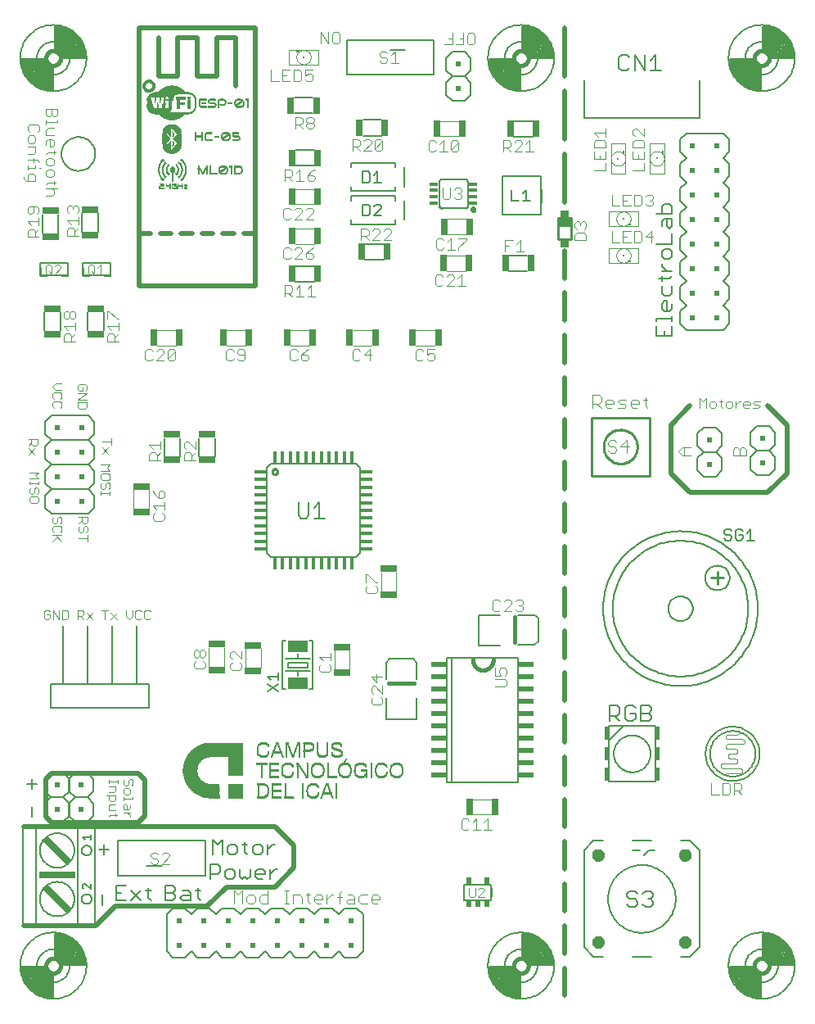
<source format=gto>
G75*
%MOIN*%
%OFA0B0*%
%FSLAX24Y24*%
%IPPOS*%
%LPD*%
%AMOC8*
5,1,8,0,0,1.08239X$1,22.5*
%
%ADD10C,0.0040*%
%ADD11C,0.0030*%
%ADD12C,0.0197*%
%ADD13C,0.0050*%
%ADD14R,0.0089X0.0006*%
%ADD15R,0.0148X0.0006*%
%ADD16R,0.0219X0.0006*%
%ADD17R,0.0413X0.0006*%
%ADD18R,0.0396X0.0006*%
%ADD19R,0.0077X0.0006*%
%ADD20R,0.0189X0.0006*%
%ADD21R,0.0083X0.0006*%
%ADD22R,0.0278X0.0006*%
%ADD23R,0.0419X0.0006*%
%ADD24R,0.0402X0.0006*%
%ADD25R,0.0224X0.0006*%
%ADD26R,0.0437X0.0006*%
%ADD27R,0.0567X0.0006*%
%ADD28R,0.0307X0.0006*%
%ADD29R,0.0254X0.0006*%
%ADD30R,0.0496X0.0006*%
%ADD31R,0.0325X0.0006*%
%ADD32R,0.0094X0.0006*%
%ADD33R,0.0537X0.0006*%
%ADD34R,0.0343X0.0006*%
%ADD35R,0.0295X0.0006*%
%ADD36R,0.0354X0.0006*%
%ADD37R,0.0313X0.0006*%
%ADD38R,0.0596X0.0006*%
%ADD39R,0.0366X0.0006*%
%ADD40R,0.0331X0.0006*%
%ADD41R,0.0620X0.0006*%
%ADD42R,0.0378X0.0006*%
%ADD43R,0.0644X0.0006*%
%ADD44R,0.0390X0.0006*%
%ADD45R,0.0360X0.0006*%
%ADD46R,0.0667X0.0006*%
%ADD47R,0.0372X0.0006*%
%ADD48R,0.0685X0.0006*%
%ADD49R,0.0154X0.0006*%
%ADD50R,0.0703X0.0006*%
%ADD51R,0.0407X0.0006*%
%ADD52R,0.0136X0.0006*%
%ADD53R,0.0130X0.0006*%
%ADD54R,0.0720X0.0006*%
%ADD55R,0.0177X0.0006*%
%ADD56R,0.0124X0.0006*%
%ADD57R,0.0118X0.0006*%
%ADD58R,0.0738X0.0006*%
%ADD59R,0.0112X0.0006*%
%ADD60R,0.0756X0.0006*%
%ADD61R,0.0106X0.0006*%
%ADD62R,0.0768X0.0006*%
%ADD63R,0.0785X0.0006*%
%ADD64R,0.0100X0.0006*%
%ADD65R,0.0797X0.0006*%
%ADD66R,0.0809X0.0006*%
%ADD67R,0.0827X0.0006*%
%ADD68R,0.0839X0.0006*%
%ADD69R,0.0850X0.0006*%
%ADD70R,0.0862X0.0006*%
%ADD71R,0.0874X0.0006*%
%ADD72R,0.0886X0.0006*%
%ADD73R,0.0892X0.0006*%
%ADD74R,0.0904X0.0006*%
%ADD75R,0.0915X0.0006*%
%ADD76R,0.0927X0.0006*%
%ADD77R,0.0933X0.0006*%
%ADD78R,0.0945X0.0006*%
%ADD79R,0.0951X0.0006*%
%ADD80R,0.0963X0.0006*%
%ADD81R,0.0974X0.0006*%
%ADD82R,0.0980X0.0006*%
%ADD83R,0.0992X0.0006*%
%ADD84R,0.0998X0.0006*%
%ADD85R,0.1004X0.0006*%
%ADD86R,0.1016X0.0006*%
%ADD87R,0.0384X0.0006*%
%ADD88R,0.1022X0.0006*%
%ADD89R,0.1028X0.0006*%
%ADD90R,0.1039X0.0006*%
%ADD91R,0.1045X0.0006*%
%ADD92R,0.1051X0.0006*%
%ADD93R,0.1057X0.0006*%
%ADD94R,0.1069X0.0006*%
%ADD95R,0.1075X0.0006*%
%ADD96R,0.1081X0.0006*%
%ADD97R,0.1087X0.0006*%
%ADD98R,0.1093X0.0006*%
%ADD99R,0.1104X0.0006*%
%ADD100R,0.1110X0.0006*%
%ADD101R,0.1116X0.0006*%
%ADD102R,0.1122X0.0006*%
%ADD103R,0.1128X0.0006*%
%ADD104R,0.1134X0.0006*%
%ADD105R,0.1140X0.0006*%
%ADD106R,0.1146X0.0006*%
%ADD107R,0.1152X0.0006*%
%ADD108R,0.1157X0.0006*%
%ADD109R,0.1163X0.0006*%
%ADD110R,0.1169X0.0006*%
%ADD111R,0.1175X0.0006*%
%ADD112R,0.1181X0.0006*%
%ADD113R,0.1187X0.0006*%
%ADD114R,0.1193X0.0006*%
%ADD115R,0.1199X0.0006*%
%ADD116R,0.1205X0.0006*%
%ADD117R,0.1211X0.0006*%
%ADD118R,0.1217X0.0006*%
%ADD119R,0.1222X0.0006*%
%ADD120R,0.0071X0.0006*%
%ADD121R,0.1228X0.0006*%
%ADD122R,0.1234X0.0006*%
%ADD123R,0.1240X0.0006*%
%ADD124R,0.1246X0.0006*%
%ADD125R,0.1252X0.0006*%
%ADD126R,0.1258X0.0006*%
%ADD127R,0.1264X0.0006*%
%ADD128R,0.1270X0.0006*%
%ADD129R,0.1276X0.0006*%
%ADD130R,0.1281X0.0006*%
%ADD131R,0.1287X0.0006*%
%ADD132R,0.1293X0.0006*%
%ADD133R,0.1299X0.0006*%
%ADD134R,0.0142X0.0006*%
%ADD135R,0.0165X0.0006*%
%ADD136R,0.1305X0.0006*%
%ADD137R,0.1311X0.0006*%
%ADD138R,0.1317X0.0006*%
%ADD139R,0.0348X0.0006*%
%ADD140R,0.1323X0.0006*%
%ADD141R,0.0337X0.0006*%
%ADD142R,0.1329X0.0006*%
%ADD143R,0.0301X0.0006*%
%ADD144R,0.0289X0.0006*%
%ADD145R,0.0230X0.0006*%
%ADD146R,0.0821X0.0006*%
%ADD147R,0.0242X0.0006*%
%ADD148R,0.0195X0.0006*%
%ADD149R,0.0159X0.0006*%
%ADD150R,0.0791X0.0006*%
%ADD151R,0.0774X0.0006*%
%ADD152R,0.0750X0.0006*%
%ADD153R,0.0732X0.0006*%
%ADD154R,0.0726X0.0006*%
%ADD155R,0.0709X0.0006*%
%ADD156R,0.0697X0.0006*%
%ADD157R,0.0691X0.0006*%
%ADD158R,0.0673X0.0006*%
%ADD159R,0.0661X0.0006*%
%ADD160R,0.0656X0.0006*%
%ADD161R,0.0650X0.0006*%
%ADD162R,0.0638X0.0006*%
%ADD163R,0.0632X0.0006*%
%ADD164R,0.0626X0.0006*%
%ADD165R,0.0614X0.0006*%
%ADD166R,0.0047X0.0006*%
%ADD167R,0.0213X0.0006*%
%ADD168R,0.0053X0.0006*%
%ADD169R,0.0608X0.0006*%
%ADD170R,0.0248X0.0006*%
%ADD171R,0.0236X0.0006*%
%ADD172R,0.0272X0.0006*%
%ADD173R,0.0266X0.0006*%
%ADD174R,0.0059X0.0006*%
%ADD175R,0.0283X0.0006*%
%ADD176R,0.0602X0.0006*%
%ADD177R,0.0065X0.0006*%
%ADD178R,0.0591X0.0006*%
%ADD179R,0.0171X0.0006*%
%ADD180R,0.0585X0.0006*%
%ADD181R,0.0579X0.0006*%
%ADD182R,0.0573X0.0006*%
%ADD183R,0.0260X0.0006*%
%ADD184R,0.0484X0.0006*%
%ADD185R,0.0319X0.0006*%
%ADD186R,0.0201X0.0006*%
%ADD187R,0.0715X0.0006*%
%ADD188R,0.0844X0.0006*%
%ADD189R,0.0939X0.0006*%
%ADD190R,0.2280X0.0006*%
%ADD191R,0.2274X0.0006*%
%ADD192R,0.2268X0.0006*%
%ADD193R,0.2262X0.0006*%
%ADD194R,0.2256X0.0006*%
%ADD195R,0.2250X0.0006*%
%ADD196R,0.2244X0.0006*%
%ADD197R,0.2238X0.0006*%
%ADD198R,0.2232X0.0006*%
%ADD199R,0.2226X0.0006*%
%ADD200R,0.2220X0.0006*%
%ADD201R,0.2215X0.0006*%
%ADD202R,0.2209X0.0006*%
%ADD203R,0.2203X0.0006*%
%ADD204R,0.2197X0.0006*%
%ADD205R,0.2191X0.0006*%
%ADD206R,0.2185X0.0006*%
%ADD207R,0.2179X0.0006*%
%ADD208R,0.2173X0.0006*%
%ADD209R,0.2167X0.0006*%
%ADD210R,0.2161X0.0006*%
%ADD211R,0.2156X0.0006*%
%ADD212R,0.2150X0.0006*%
%ADD213R,0.2144X0.0006*%
%ADD214R,0.2138X0.0006*%
%ADD215R,0.2132X0.0006*%
%ADD216R,0.2126X0.0006*%
%ADD217R,0.2120X0.0006*%
%ADD218R,0.2114X0.0006*%
%ADD219R,0.2108X0.0006*%
%ADD220R,0.2102X0.0006*%
%ADD221R,0.2096X0.0006*%
%ADD222R,0.2091X0.0006*%
%ADD223R,0.2085X0.0006*%
%ADD224R,0.2079X0.0006*%
%ADD225R,0.2073X0.0006*%
%ADD226R,0.2067X0.0006*%
%ADD227R,0.2061X0.0006*%
%ADD228R,0.2049X0.0006*%
%ADD229R,0.2043X0.0006*%
%ADD230R,0.2037X0.0006*%
%ADD231R,0.2031X0.0006*%
%ADD232R,0.2026X0.0006*%
%ADD233R,0.2020X0.0006*%
%ADD234R,0.2008X0.0006*%
%ADD235R,0.2002X0.0006*%
%ADD236R,0.1996X0.0006*%
%ADD237R,0.1990X0.0006*%
%ADD238R,0.0183X0.0006*%
%ADD239R,0.1978X0.0006*%
%ADD240R,0.1972X0.0006*%
%ADD241R,0.1967X0.0006*%
%ADD242R,0.1955X0.0006*%
%ADD243R,0.1949X0.0006*%
%ADD244R,0.1937X0.0006*%
%ADD245R,0.1931X0.0006*%
%ADD246R,0.1925X0.0006*%
%ADD247R,0.1913X0.0006*%
%ADD248R,0.1902X0.0006*%
%ADD249R,0.1896X0.0006*%
%ADD250R,0.1884X0.0006*%
%ADD251R,0.1878X0.0006*%
%ADD252R,0.1866X0.0006*%
%ADD253R,0.1854X0.0006*%
%ADD254R,0.1843X0.0006*%
%ADD255R,0.1831X0.0006*%
%ADD256R,0.1825X0.0006*%
%ADD257R,0.1813X0.0006*%
%ADD258R,0.1801X0.0006*%
%ADD259R,0.1789X0.0006*%
%ADD260R,0.1772X0.0006*%
%ADD261R,0.1760X0.0006*%
%ADD262R,0.1748X0.0006*%
%ADD263R,0.1736X0.0006*%
%ADD264R,0.1719X0.0006*%
%ADD265R,0.1707X0.0006*%
%ADD266R,0.1689X0.0006*%
%ADD267R,0.1671X0.0006*%
%ADD268R,0.1654X0.0006*%
%ADD269R,0.1636X0.0006*%
%ADD270R,0.1618X0.0006*%
%ADD271R,0.1594X0.0006*%
%ADD272R,0.1571X0.0006*%
%ADD273R,0.1547X0.0006*%
%ADD274R,0.1518X0.0006*%
%ADD275R,0.1488X0.0006*%
%ADD276R,0.1447X0.0006*%
%ADD277R,0.1388X0.0006*%
%ADD278C,0.0120*%
%ADD279C,0.0060*%
%ADD280R,0.0354X0.0039*%
%ADD281R,0.0315X0.0039*%
%ADD282R,0.4016X0.0039*%
%ADD283R,0.0276X0.0039*%
%ADD284R,0.0236X0.0039*%
%ADD285R,0.0709X0.0039*%
%ADD286R,0.0787X0.0039*%
%ADD287R,0.1260X0.0039*%
%ADD288R,0.0866X0.0039*%
%ADD289R,0.0906X0.0039*%
%ADD290R,0.1299X0.0039*%
%ADD291R,0.0984X0.0039*%
%ADD292R,0.0945X0.0039*%
%ADD293R,0.1024X0.0039*%
%ADD294R,0.1063X0.0039*%
%ADD295R,0.1102X0.0039*%
%ADD296R,0.1142X0.0039*%
%ADD297R,0.0394X0.0039*%
%ADD298R,0.1417X0.0039*%
%ADD299R,0.0748X0.0039*%
%ADD300R,0.0669X0.0039*%
%ADD301R,0.0591X0.0039*%
%ADD302R,0.0827X0.0039*%
%ADD303R,0.0630X0.0039*%
%ADD304R,0.0551X0.0039*%
%ADD305R,0.0433X0.0039*%
%ADD306R,0.1220X0.0039*%
%ADD307R,0.1181X0.0039*%
%ADD308R,0.4055X0.0039*%
%ADD309C,0.0160*%
%ADD310R,0.0198X0.0011*%
%ADD311R,0.0022X0.0011*%
%ADD312R,0.0044X0.0011*%
%ADD313R,0.0176X0.0011*%
%ADD314R,0.0033X0.0011*%
%ADD315R,0.0143X0.0011*%
%ADD316R,0.0154X0.0011*%
%ADD317R,0.0209X0.0011*%
%ADD318R,0.0055X0.0011*%
%ADD319R,0.0165X0.0011*%
%ADD320R,0.0187X0.0011*%
%ADD321R,0.0132X0.0011*%
%ADD322R,0.0077X0.0011*%
%ADD323R,0.0066X0.0011*%
%ADD324R,0.0088X0.0011*%
%ADD325R,0.0110X0.0011*%
%ADD326R,0.0099X0.0011*%
%ADD327R,0.0011X0.0011*%
%ADD328R,0.0298X0.0011*%
%ADD329R,0.0220X0.0011*%
%ADD330R,0.0309X0.0011*%
%ADD331R,0.0243X0.0011*%
%ADD332R,0.0265X0.0011*%
%ADD333R,0.0320X0.0011*%
%ADD334R,0.0287X0.0011*%
%ADD335R,0.0331X0.0011*%
%ADD336R,0.0353X0.0011*%
%ADD337R,0.0121X0.0011*%
%ADD338R,0.0231X0.0011*%
%ADD339R,0.0342X0.0011*%
%ADD340R,0.0254X0.0011*%
%ADD341R,0.0386X0.0011*%
%ADD342R,0.0430X0.0011*%
%ADD343R,0.0463X0.0011*%
%ADD344R,0.0496X0.0011*%
%ADD345R,0.0529X0.0011*%
%ADD346R,0.0551X0.0011*%
%ADD347R,0.0573X0.0011*%
%ADD348R,0.0276X0.0011*%
%ADD349R,0.0628X0.0011*%
%ADD350R,0.0606X0.0011*%
%ADD351R,0.0584X0.0011*%
%ADD352R,0.0562X0.0011*%
%ADD353R,0.0518X0.0011*%
%ADD354R,0.0485X0.0011*%
%ADD355R,0.0441X0.0011*%
%ADD356R,0.0419X0.0011*%
%ADD357R,0.0364X0.0011*%
%ADD358R,0.0375X0.0011*%
%ADD359R,0.0650X0.0011*%
%ADD360R,0.0683X0.0011*%
%ADD361R,0.0728X0.0011*%
%ADD362R,0.0761X0.0011*%
%ADD363R,0.0794X0.0011*%
%ADD364R,0.0827X0.0011*%
%ADD365R,0.0849X0.0011*%
%ADD366R,0.0882X0.0011*%
%ADD367R,0.0904X0.0011*%
%ADD368R,0.0937X0.0011*%
%ADD369R,0.0959X0.0011*%
%ADD370R,0.0981X0.0011*%
%ADD371R,0.1003X0.0011*%
%ADD372R,0.1025X0.0011*%
%ADD373R,0.1047X0.0011*%
%ADD374R,0.1422X0.0011*%
%ADD375R,0.1532X0.0011*%
%ADD376R,0.1598X0.0011*%
%ADD377R,0.1643X0.0011*%
%ADD378R,0.1687X0.0011*%
%ADD379R,0.1709X0.0011*%
%ADD380R,0.0816X0.0011*%
%ADD381R,0.0838X0.0011*%
%ADD382R,0.0860X0.0011*%
%ADD383R,0.0915X0.0011*%
%ADD384R,0.0926X0.0011*%
%ADD385R,0.0948X0.0011*%
%ADD386R,0.0970X0.0011*%
%ADD387R,0.0992X0.0011*%
%ADD388R,0.1014X0.0011*%
%ADD389R,0.0739X0.0011*%
%ADD390R,0.1058X0.0011*%
%ADD391R,0.1069X0.0011*%
%ADD392R,0.1080X0.0011*%
%ADD393R,0.1091X0.0011*%
%ADD394R,0.1102X0.0011*%
%ADD395R,0.1113X0.0011*%
%ADD396R,0.1146X0.0011*%
%ADD397R,0.1665X0.0011*%
%ADD398R,0.1620X0.0011*%
%ADD399R,0.1576X0.0011*%
%ADD400R,0.1510X0.0011*%
%ADD401R,0.1378X0.0011*%
%ADD402R,0.0694X0.0011*%
%ADD403R,0.0617X0.0011*%
%ADD404R,0.0507X0.0011*%
%ADD405R,0.0452X0.0011*%
%ADD406C,0.0080*%
%ADD407R,0.0197X0.0256*%
%ADD408C,0.0100*%
%ADD409R,0.0200X0.0200*%
%ADD410R,0.0669X0.0295*%
%ADD411R,0.0800X0.0500*%
%ADD412R,0.0079X0.0079*%
%ADD413R,0.0098X0.0138*%
%ADD414R,0.0472X0.0039*%
%ADD415R,0.0059X0.0039*%
%ADD416R,0.0098X0.0059*%
%ADD417R,0.0295X0.0669*%
%ADD418R,0.0690X0.0290*%
%ADD419R,0.0598X0.0193*%
%ADD420R,0.0290X0.0690*%
%ADD421R,0.0138X0.0098*%
%ADD422R,0.0039X0.0472*%
%ADD423R,0.0039X0.0059*%
%ADD424R,0.0059X0.0098*%
%ADD425C,0.0276*%
%ADD426C,0.0157*%
%ADD427C,0.0098*%
%ADD428C,0.0180*%
%ADD429R,0.0150X0.0540*%
%ADD430C,0.0240*%
%ADD431R,0.1500X0.0300*%
%ADD432C,0.0006*%
%ADD433R,0.0354X0.0157*%
%ADD434R,0.0453X0.0157*%
%ADD435R,0.0453X0.0157*%
%ADD436R,0.0453X0.0158*%
%ADD437R,0.0157X0.0453*%
%ADD438R,0.0157X0.0453*%
%ADD439R,0.0158X0.0453*%
%ADD440R,0.0335X0.0295*%
%ADD441R,0.0531X0.0354*%
D10*
X005846Y005940D02*
X005769Y006017D01*
X005846Y005940D02*
X005999Y005940D01*
X006076Y006017D01*
X006076Y006094D01*
X005999Y006170D01*
X005846Y006170D01*
X005769Y006247D01*
X005769Y006324D01*
X005846Y006400D01*
X005999Y006400D01*
X006076Y006324D01*
X006229Y006324D02*
X006306Y006400D01*
X006460Y006400D01*
X006536Y006324D01*
X006536Y006247D01*
X006229Y005940D01*
X006536Y005940D01*
X009163Y004856D02*
X009163Y004335D01*
X009510Y004335D02*
X009510Y004856D01*
X009336Y004682D01*
X009163Y004856D01*
X009678Y004595D02*
X009678Y004422D01*
X009765Y004335D01*
X009939Y004335D01*
X010025Y004422D01*
X010025Y004595D01*
X009939Y004682D01*
X009765Y004682D01*
X009678Y004595D01*
X010194Y004595D02*
X010194Y004422D01*
X010281Y004335D01*
X010541Y004335D01*
X010541Y004856D01*
X010541Y004682D02*
X010281Y004682D01*
X010194Y004595D01*
X011225Y004335D02*
X011399Y004335D01*
X011312Y004335D02*
X011312Y004856D01*
X011225Y004856D02*
X011399Y004856D01*
X011569Y004682D02*
X011829Y004682D01*
X011916Y004595D01*
X011916Y004335D01*
X012172Y004422D02*
X012172Y004769D01*
X012258Y004682D02*
X012085Y004682D01*
X012172Y004422D02*
X012258Y004335D01*
X012429Y004422D02*
X012429Y004595D01*
X012515Y004682D01*
X012689Y004682D01*
X012776Y004595D01*
X012776Y004509D01*
X012429Y004509D01*
X012429Y004422D02*
X012515Y004335D01*
X012689Y004335D01*
X012944Y004335D02*
X012944Y004682D01*
X012944Y004509D02*
X013118Y004682D01*
X013204Y004682D01*
X013374Y004595D02*
X013547Y004595D01*
X013461Y004769D02*
X013547Y004856D01*
X013461Y004769D02*
X013461Y004335D01*
X013718Y004422D02*
X013804Y004509D01*
X014065Y004509D01*
X014065Y004595D02*
X014065Y004335D01*
X013804Y004335D01*
X013718Y004422D01*
X013804Y004682D02*
X013978Y004682D01*
X014065Y004595D01*
X014233Y004595D02*
X014233Y004422D01*
X014320Y004335D01*
X014580Y004335D01*
X014749Y004422D02*
X014749Y004595D01*
X014836Y004682D01*
X015009Y004682D01*
X015096Y004595D01*
X015096Y004509D01*
X014749Y004509D01*
X014749Y004422D02*
X014836Y004335D01*
X015009Y004335D01*
X014580Y004682D02*
X014320Y004682D01*
X014233Y004595D01*
X011569Y004682D02*
X011569Y004335D01*
X014824Y012417D02*
X015130Y012417D01*
X015207Y012494D01*
X015207Y012647D01*
X015130Y012724D01*
X015207Y012877D02*
X014900Y013184D01*
X014824Y013184D01*
X014747Y013107D01*
X014747Y012954D01*
X014824Y012877D01*
X014824Y012724D02*
X014747Y012647D01*
X014747Y012494D01*
X014824Y012417D01*
X015207Y012877D02*
X015207Y013184D01*
X014977Y013338D02*
X014977Y013645D01*
X015207Y013568D02*
X014747Y013568D01*
X014977Y013338D01*
X013870Y013861D02*
X013870Y014621D01*
X013250Y014621D02*
X013250Y013861D01*
X013090Y013838D02*
X013090Y013991D01*
X013013Y014068D01*
X013090Y014221D02*
X013090Y014528D01*
X013090Y014375D02*
X012629Y014375D01*
X012783Y014221D01*
X012706Y014068D02*
X012629Y013991D01*
X012629Y013838D01*
X012706Y013761D01*
X013013Y013761D01*
X013090Y013838D01*
X014608Y016950D02*
X014915Y016950D01*
X014991Y017027D01*
X014991Y017180D01*
X014915Y017257D01*
X014915Y017410D02*
X014991Y017410D01*
X014915Y017410D02*
X014608Y017717D01*
X014531Y017717D01*
X014531Y017410D01*
X014608Y017257D02*
X014531Y017180D01*
X014531Y017027D01*
X014608Y016950D01*
X015152Y017050D02*
X015152Y017810D01*
X015771Y017810D02*
X015771Y017050D01*
X019700Y016611D02*
X019700Y016304D01*
X019777Y016227D01*
X019930Y016227D01*
X020007Y016304D01*
X020161Y016227D02*
X020468Y016534D01*
X020468Y016611D01*
X020391Y016688D01*
X020237Y016688D01*
X020161Y016611D01*
X020007Y016611D02*
X019930Y016688D01*
X019777Y016688D01*
X019700Y016611D01*
X020161Y016227D02*
X020468Y016227D01*
X020621Y016304D02*
X020698Y016227D01*
X020851Y016227D01*
X020928Y016304D01*
X020928Y016381D01*
X020851Y016458D01*
X020775Y016458D01*
X020851Y016458D02*
X020928Y016534D01*
X020928Y016611D01*
X020851Y016688D01*
X020698Y016688D01*
X020621Y016611D01*
X020184Y013917D02*
X020030Y013917D01*
X019953Y013840D01*
X019953Y013763D01*
X020030Y013610D01*
X019800Y013610D01*
X019800Y013917D01*
X020184Y013917D02*
X020260Y013840D01*
X020260Y013686D01*
X020184Y013610D01*
X020184Y013456D02*
X019800Y013456D01*
X019800Y013149D02*
X020184Y013149D01*
X020260Y013226D01*
X020260Y013379D01*
X020184Y013456D01*
X019660Y008567D02*
X018900Y008567D01*
X018900Y007947D02*
X019660Y007947D01*
X019493Y007787D02*
X019493Y007327D01*
X019340Y007327D02*
X019647Y007327D01*
X019340Y007634D02*
X019493Y007787D01*
X019186Y007327D02*
X018880Y007327D01*
X019033Y007327D02*
X019033Y007787D01*
X018880Y007634D01*
X018726Y007710D02*
X018649Y007787D01*
X018496Y007787D01*
X018419Y007710D01*
X018419Y007403D01*
X018496Y007327D01*
X018649Y007327D01*
X018726Y007403D01*
X010248Y013936D02*
X010248Y014696D01*
X009628Y014696D02*
X009628Y013936D01*
X009468Y013912D02*
X009468Y014066D01*
X009391Y014143D01*
X009468Y014296D02*
X009161Y014603D01*
X009084Y014603D01*
X009007Y014526D01*
X009007Y014373D01*
X009084Y014296D01*
X009084Y014143D02*
X009007Y014066D01*
X009007Y013912D01*
X009084Y013836D01*
X009391Y013836D01*
X009468Y013912D01*
X009468Y014296D02*
X009468Y014603D01*
X008763Y014739D02*
X008763Y013979D01*
X008144Y013979D02*
X008144Y014739D01*
X007984Y014570D02*
X007984Y014416D01*
X007907Y014339D01*
X007830Y014339D01*
X007753Y014416D01*
X007753Y014570D01*
X007830Y014646D01*
X007907Y014646D01*
X007984Y014570D01*
X007753Y014570D02*
X007677Y014646D01*
X007600Y014646D01*
X007523Y014570D01*
X007523Y014416D01*
X007600Y014339D01*
X007677Y014339D01*
X007753Y014416D01*
X007600Y014186D02*
X007523Y014109D01*
X007523Y013956D01*
X007600Y013879D01*
X007907Y013879D01*
X007984Y013956D01*
X007984Y014109D01*
X007907Y014186D01*
X006236Y019907D02*
X005929Y019907D01*
X005852Y019984D01*
X005852Y020138D01*
X005929Y020214D01*
X006006Y020368D02*
X005852Y020521D01*
X006313Y020521D01*
X006313Y020368D02*
X006313Y020675D01*
X006236Y020828D02*
X006313Y020905D01*
X006313Y021058D01*
X006236Y021135D01*
X006159Y021135D01*
X006082Y021058D01*
X006082Y020828D01*
X006236Y020828D01*
X006082Y020828D02*
X005929Y020982D01*
X005852Y021135D01*
X005693Y021148D02*
X005693Y020389D01*
X006236Y020214D02*
X006313Y020138D01*
X006313Y019984D01*
X006236Y019907D01*
X005073Y020389D02*
X005073Y021148D01*
X005712Y022372D02*
X005712Y022603D01*
X005789Y022679D01*
X005942Y022679D01*
X006019Y022603D01*
X006019Y022372D01*
X006173Y022372D02*
X005712Y022372D01*
X006019Y022526D02*
X006173Y022679D01*
X006173Y022833D02*
X006173Y023140D01*
X006173Y022986D02*
X005712Y022986D01*
X005866Y022833D01*
X007129Y022909D02*
X007206Y022833D01*
X007129Y022909D02*
X007129Y023063D01*
X007206Y023140D01*
X007283Y023140D01*
X007590Y022833D01*
X007590Y023140D01*
X007590Y022679D02*
X007436Y022526D01*
X007436Y022603D02*
X007436Y022372D01*
X007590Y022372D02*
X007129Y022372D01*
X007129Y022603D01*
X007206Y022679D01*
X007360Y022679D01*
X007436Y022603D01*
X006696Y026421D02*
X006543Y026421D01*
X006466Y026498D01*
X006773Y026805D01*
X006773Y026498D01*
X006696Y026421D01*
X006466Y026498D02*
X006466Y026805D01*
X006543Y026882D01*
X006696Y026882D01*
X006773Y026805D01*
X006786Y027041D02*
X006026Y027041D01*
X006082Y026882D02*
X006006Y026805D01*
X006082Y026882D02*
X006236Y026882D01*
X006312Y026805D01*
X006312Y026728D01*
X006006Y026421D01*
X006312Y026421D01*
X005852Y026498D02*
X005775Y026421D01*
X005622Y026421D01*
X005545Y026498D01*
X005545Y026805D01*
X005622Y026882D01*
X005775Y026882D01*
X005852Y026805D01*
X006026Y027661D02*
X006786Y027661D01*
X008861Y027661D02*
X009621Y027661D01*
X009621Y027041D02*
X008861Y027041D01*
X008917Y026882D02*
X008840Y026805D01*
X008840Y026498D01*
X008917Y026421D01*
X009070Y026421D01*
X009147Y026498D01*
X009301Y026498D02*
X009377Y026421D01*
X009531Y026421D01*
X009607Y026498D01*
X009607Y026805D01*
X009531Y026882D01*
X009377Y026882D01*
X009301Y026805D01*
X009301Y026728D01*
X009377Y026651D01*
X009607Y026651D01*
X009147Y026805D02*
X009070Y026882D01*
X008917Y026882D01*
X011225Y029020D02*
X011225Y029480D01*
X011455Y029480D01*
X011532Y029403D01*
X011532Y029250D01*
X011455Y029173D01*
X011225Y029173D01*
X011379Y029173D02*
X011532Y029020D01*
X011685Y029020D02*
X011992Y029020D01*
X011839Y029020D02*
X011839Y029480D01*
X011685Y029327D01*
X012146Y029327D02*
X012299Y029480D01*
X012299Y029020D01*
X012146Y029020D02*
X012453Y029020D01*
X012219Y027661D02*
X011459Y027661D01*
X011459Y027041D02*
X012219Y027041D01*
X012206Y026882D02*
X012052Y026805D01*
X011899Y026651D01*
X012129Y026651D01*
X012206Y026575D01*
X012206Y026498D01*
X012129Y026421D01*
X011976Y026421D01*
X011899Y026498D01*
X011899Y026651D01*
X011746Y026498D02*
X011669Y026421D01*
X011515Y026421D01*
X011439Y026498D01*
X011439Y026805D01*
X011515Y026882D01*
X011669Y026882D01*
X011746Y026805D01*
X013998Y026805D02*
X013998Y026498D01*
X014074Y026421D01*
X014228Y026421D01*
X014305Y026498D01*
X014458Y026651D02*
X014765Y026651D01*
X014688Y026421D02*
X014688Y026882D01*
X014458Y026651D01*
X014305Y026805D02*
X014228Y026882D01*
X014074Y026882D01*
X013998Y026805D01*
X014019Y027041D02*
X014778Y027041D01*
X014778Y027661D02*
X014019Y027661D01*
X012326Y030555D02*
X012403Y030632D01*
X012403Y030709D01*
X012326Y030785D01*
X012096Y030785D01*
X012096Y030632D01*
X012173Y030555D01*
X012326Y030555D01*
X012096Y030785D02*
X012249Y030939D01*
X012403Y031015D01*
X012416Y031175D02*
X011656Y031175D01*
X011712Y031015D02*
X011635Y030939D01*
X011712Y031015D02*
X011866Y031015D01*
X011942Y030939D01*
X011942Y030862D01*
X011635Y030555D01*
X011942Y030555D01*
X011482Y030632D02*
X011405Y030555D01*
X011252Y030555D01*
X011175Y030632D01*
X011175Y030939D01*
X011252Y031015D01*
X011405Y031015D01*
X011482Y030939D01*
X011656Y031795D02*
X012416Y031795D01*
X012403Y032169D02*
X012096Y032169D01*
X012403Y032476D01*
X012403Y032553D01*
X012326Y032630D01*
X012173Y032630D01*
X012096Y032553D01*
X011942Y032553D02*
X011866Y032630D01*
X011712Y032630D01*
X011635Y032553D01*
X011482Y032553D02*
X011405Y032630D01*
X011252Y032630D01*
X011175Y032553D01*
X011175Y032246D01*
X011252Y032169D01*
X011405Y032169D01*
X011482Y032246D01*
X011635Y032169D02*
X011942Y032476D01*
X011942Y032553D01*
X011656Y032789D02*
X012416Y032789D01*
X012416Y033409D02*
X011656Y033409D01*
X011685Y033744D02*
X011992Y033744D01*
X011839Y033744D02*
X011839Y034204D01*
X011685Y034051D01*
X011532Y034128D02*
X011532Y033974D01*
X011455Y033897D01*
X011225Y033897D01*
X011225Y033744D02*
X011225Y034204D01*
X011455Y034204D01*
X011532Y034128D01*
X011379Y033897D02*
X011532Y033744D01*
X012146Y033821D02*
X012223Y033744D01*
X012376Y033744D01*
X012453Y033821D01*
X012453Y033897D01*
X012376Y033974D01*
X012146Y033974D01*
X012146Y033821D01*
X012146Y033974D02*
X012299Y034128D01*
X012453Y034204D01*
X012337Y035870D02*
X012183Y035870D01*
X012106Y035947D01*
X012106Y036023D01*
X012183Y036100D01*
X012337Y036100D01*
X012413Y036023D01*
X012413Y035947D01*
X012337Y035870D01*
X012337Y036100D02*
X012413Y036177D01*
X012413Y036254D01*
X012337Y036330D01*
X012183Y036330D01*
X012106Y036254D01*
X012106Y036177D01*
X012183Y036100D01*
X011953Y036100D02*
X011876Y036023D01*
X011646Y036023D01*
X011646Y035870D02*
X011646Y036330D01*
X011876Y036330D01*
X011953Y036254D01*
X011953Y036100D01*
X011800Y036023D02*
X011953Y035870D01*
X011826Y037789D02*
X011596Y037789D01*
X011596Y038249D01*
X011826Y038249D01*
X011903Y038172D01*
X011903Y037865D01*
X011826Y037789D01*
X012056Y037865D02*
X012133Y037789D01*
X012287Y037789D01*
X012363Y037865D01*
X012363Y038019D01*
X012287Y038095D01*
X012210Y038095D01*
X012056Y038019D01*
X012056Y038249D01*
X012363Y038249D01*
X012607Y038473D02*
X011387Y038473D01*
X011387Y039064D01*
X012607Y039064D01*
X012607Y038473D01*
X011780Y038572D02*
X011759Y038598D01*
X011741Y038626D01*
X011727Y038656D01*
X011716Y038687D01*
X011708Y038719D01*
X011704Y038752D01*
X011704Y038786D01*
X011708Y038819D01*
X011716Y038851D01*
X011727Y038882D01*
X011741Y038912D01*
X011759Y038940D01*
X011780Y038966D01*
X012214Y038966D02*
X012235Y038940D01*
X012253Y038912D01*
X012267Y038882D01*
X012278Y038851D01*
X012286Y038819D01*
X012290Y038786D01*
X012290Y038752D01*
X012286Y038719D01*
X012278Y038687D01*
X012267Y038656D01*
X012253Y038626D01*
X012235Y038598D01*
X012214Y038572D01*
X012191Y038549D01*
X012165Y038529D01*
X012137Y038512D01*
X012108Y038498D01*
X012077Y038487D01*
X012046Y038480D01*
X012013Y038476D01*
X011981Y038476D01*
X011948Y038480D01*
X011917Y038487D01*
X011886Y038498D01*
X011857Y038512D01*
X011829Y038529D01*
X011803Y038549D01*
X011780Y038572D01*
X011780Y038966D02*
X011803Y038989D01*
X011829Y039009D01*
X011857Y039026D01*
X011886Y039040D01*
X011917Y039051D01*
X011948Y039058D01*
X011981Y039062D01*
X012013Y039062D01*
X012046Y039058D01*
X012077Y039051D01*
X012108Y039040D01*
X012137Y039026D01*
X012165Y039009D01*
X012191Y038989D01*
X012214Y038966D01*
X012694Y039326D02*
X012694Y039786D01*
X013000Y039326D01*
X013000Y039786D01*
X013154Y039709D02*
X013231Y039786D01*
X013384Y039786D01*
X013461Y039709D01*
X013461Y039402D01*
X013384Y039326D01*
X013231Y039326D01*
X013154Y039402D01*
X013154Y039709D01*
X011443Y038249D02*
X011136Y038249D01*
X011136Y037789D01*
X011443Y037789D01*
X011289Y038019D02*
X011136Y038019D01*
X010982Y037789D02*
X010675Y037789D01*
X010675Y038249D01*
X013981Y035425D02*
X013981Y034964D01*
X013981Y035118D02*
X014211Y035118D01*
X014288Y035195D01*
X014288Y035348D01*
X014211Y035425D01*
X013981Y035425D01*
X014134Y035118D02*
X014288Y034964D01*
X014441Y034964D02*
X014748Y035271D01*
X014748Y035348D01*
X014672Y035425D01*
X014518Y035425D01*
X014441Y035348D01*
X014441Y034964D02*
X014748Y034964D01*
X014902Y035041D02*
X015209Y035348D01*
X015209Y035041D01*
X015132Y034964D01*
X014978Y034964D01*
X014902Y035041D01*
X014902Y035348D01*
X014978Y035425D01*
X015132Y035425D01*
X015209Y035348D01*
X017081Y035309D02*
X017081Y035002D01*
X017157Y034925D01*
X017311Y034925D01*
X017387Y035002D01*
X017541Y034925D02*
X017848Y034925D01*
X017694Y034925D02*
X017694Y035386D01*
X017541Y035232D01*
X017387Y035309D02*
X017311Y035386D01*
X017157Y035386D01*
X017081Y035309D01*
X017562Y035545D02*
X018322Y035545D01*
X018232Y035386D02*
X018308Y035309D01*
X018001Y035002D01*
X018078Y034925D01*
X018232Y034925D01*
X018308Y035002D01*
X018308Y035309D01*
X018232Y035386D02*
X018078Y035386D01*
X018001Y035309D01*
X018001Y035002D01*
X018322Y036165D02*
X017562Y036165D01*
X015867Y038539D02*
X015560Y038539D01*
X015714Y038539D02*
X015714Y038999D01*
X015560Y038845D01*
X015407Y038922D02*
X015330Y038999D01*
X015176Y038999D01*
X015100Y038922D01*
X015100Y038845D01*
X015176Y038769D01*
X015330Y038769D01*
X015407Y038692D01*
X015407Y038615D01*
X015330Y038539D01*
X015176Y038539D01*
X015100Y038615D01*
X017739Y039286D02*
X018046Y039286D01*
X018046Y039747D01*
X018046Y039516D02*
X017892Y039516D01*
X018199Y039286D02*
X018506Y039286D01*
X018506Y039747D01*
X018660Y039670D02*
X018736Y039747D01*
X018890Y039747D01*
X018967Y039670D01*
X018967Y039363D01*
X018890Y039286D01*
X018736Y039286D01*
X018660Y039363D01*
X018660Y039670D01*
X018506Y039516D02*
X018353Y039516D01*
X020123Y035386D02*
X020353Y035386D01*
X020430Y035309D01*
X020430Y035155D01*
X020353Y035079D01*
X020123Y035079D01*
X020276Y035079D02*
X020430Y034925D01*
X020583Y034925D02*
X020890Y035232D01*
X020890Y035309D01*
X020813Y035386D01*
X020660Y035386D01*
X020583Y035309D01*
X020583Y034925D02*
X020890Y034925D01*
X021043Y034925D02*
X021350Y034925D01*
X021197Y034925D02*
X021197Y035386D01*
X021043Y035232D01*
X020123Y035386D02*
X020123Y034925D01*
X018426Y033371D02*
X018426Y033294D01*
X018349Y033218D01*
X018426Y033141D01*
X018426Y033064D01*
X018349Y032987D01*
X018196Y032987D01*
X018119Y033064D01*
X017966Y033064D02*
X017966Y033448D01*
X018119Y033371D02*
X018196Y033448D01*
X018349Y033448D01*
X018426Y033371D01*
X018349Y033218D02*
X018273Y033218D01*
X017966Y033064D02*
X017889Y032987D01*
X017736Y032987D01*
X017659Y033064D01*
X017659Y033448D01*
X017869Y032182D02*
X018629Y032182D01*
X018629Y031563D02*
X017869Y031563D01*
X018002Y031403D02*
X018002Y030942D01*
X018155Y030942D02*
X017848Y030942D01*
X017695Y031019D02*
X017618Y030942D01*
X017464Y030942D01*
X017388Y031019D01*
X017388Y031326D01*
X017464Y031403D01*
X017618Y031403D01*
X017695Y031326D01*
X017848Y031249D02*
X018002Y031403D01*
X018309Y031403D02*
X018615Y031403D01*
X018615Y031326D01*
X018309Y031019D01*
X018309Y030942D01*
X018597Y030693D02*
X017837Y030693D01*
X017837Y030073D02*
X018597Y030073D01*
X018430Y029913D02*
X018430Y029453D01*
X018277Y029453D02*
X018584Y029453D01*
X018277Y029760D02*
X018430Y029913D01*
X018123Y029836D02*
X018047Y029913D01*
X017893Y029913D01*
X017817Y029836D01*
X017663Y029836D02*
X017586Y029913D01*
X017433Y029913D01*
X017356Y029836D01*
X017356Y029529D01*
X017433Y029453D01*
X017586Y029453D01*
X017663Y029529D01*
X017817Y029453D02*
X018123Y029760D01*
X018123Y029836D01*
X018123Y029453D02*
X017817Y029453D01*
X017337Y027661D02*
X016578Y027661D01*
X016578Y027041D02*
X017337Y027041D01*
X017324Y026882D02*
X017017Y026882D01*
X017017Y026651D01*
X017171Y026728D01*
X017247Y026728D01*
X017324Y026651D01*
X017324Y026498D01*
X017247Y026421D01*
X017094Y026421D01*
X017017Y026498D01*
X016864Y026498D02*
X016787Y026421D01*
X016633Y026421D01*
X016557Y026498D01*
X016557Y026805D01*
X016633Y026882D01*
X016787Y026882D01*
X016864Y026805D01*
X015569Y031325D02*
X015262Y031325D01*
X015569Y031632D01*
X015569Y031709D01*
X015492Y031786D01*
X015338Y031786D01*
X015262Y031709D01*
X015108Y031709D02*
X015031Y031786D01*
X014878Y031786D01*
X014801Y031709D01*
X014648Y031709D02*
X014648Y031555D01*
X014571Y031479D01*
X014341Y031479D01*
X014494Y031479D02*
X014648Y031325D01*
X014801Y031325D02*
X015108Y031632D01*
X015108Y031709D01*
X015108Y031325D02*
X014801Y031325D01*
X014648Y031709D02*
X014571Y031786D01*
X014341Y031786D01*
X014341Y031325D01*
X011942Y032169D02*
X011635Y032169D01*
X004462Y028130D02*
X004386Y028130D01*
X004079Y028437D01*
X004002Y028437D01*
X004002Y028130D01*
X004002Y027823D02*
X004462Y027823D01*
X004462Y027670D02*
X004462Y027977D01*
X004155Y027670D02*
X004002Y027823D01*
X004079Y027516D02*
X004232Y027516D01*
X004309Y027439D01*
X004309Y027209D01*
X004462Y027209D02*
X004002Y027209D01*
X004002Y027439D01*
X004079Y027516D01*
X004309Y027363D02*
X004462Y027516D01*
X002691Y027516D02*
X002537Y027363D01*
X002537Y027439D02*
X002537Y027209D01*
X002691Y027209D02*
X002230Y027209D01*
X002230Y027439D01*
X002307Y027516D01*
X002460Y027516D01*
X002537Y027439D01*
X002384Y027670D02*
X002230Y027823D01*
X002691Y027823D01*
X002691Y027670D02*
X002691Y027977D01*
X002614Y028130D02*
X002537Y028130D01*
X002460Y028207D01*
X002460Y028360D01*
X002537Y028437D01*
X002614Y028437D01*
X002691Y028360D01*
X002691Y028207D01*
X002614Y028130D01*
X002460Y028207D02*
X002384Y028130D01*
X002307Y028130D01*
X002230Y028207D01*
X002230Y028360D01*
X002307Y028437D01*
X002384Y028437D01*
X002460Y028360D01*
X002366Y031506D02*
X002366Y031736D01*
X002442Y031813D01*
X002596Y031813D01*
X002673Y031736D01*
X002673Y031506D01*
X002826Y031506D02*
X002366Y031506D01*
X002673Y031660D02*
X002826Y031813D01*
X002826Y031967D02*
X002826Y032274D01*
X002826Y032120D02*
X002366Y032120D01*
X002519Y031967D01*
X002442Y032427D02*
X002366Y032504D01*
X002366Y032657D01*
X002442Y032734D01*
X002519Y032734D01*
X002596Y032657D01*
X002673Y032734D01*
X002749Y032734D01*
X002826Y032657D01*
X002826Y032504D01*
X002749Y032427D01*
X002596Y032580D02*
X002596Y032657D01*
X001819Y033200D02*
X001819Y033354D01*
X001742Y033430D01*
X001819Y033584D02*
X001819Y033737D01*
X001896Y033661D02*
X001589Y033661D01*
X001512Y033584D01*
X001512Y033430D02*
X001972Y033430D01*
X001819Y033200D02*
X001742Y033123D01*
X001512Y033123D01*
X001135Y032695D02*
X000828Y032695D01*
X000751Y032618D01*
X000751Y032464D01*
X000828Y032388D01*
X000905Y032388D01*
X000982Y032464D01*
X000982Y032695D01*
X001135Y032695D02*
X001212Y032618D01*
X001212Y032464D01*
X001135Y032388D01*
X001212Y032234D02*
X001212Y031927D01*
X001212Y031774D02*
X001058Y031620D01*
X001058Y031697D02*
X001058Y031467D01*
X001212Y031467D02*
X000751Y031467D01*
X000751Y031697D01*
X000828Y031774D01*
X000982Y031774D01*
X001058Y031697D01*
X000905Y031927D02*
X000751Y032081D01*
X001212Y032081D01*
X001069Y033737D02*
X000685Y033737D01*
X000608Y033814D01*
X000608Y033891D01*
X000762Y033967D02*
X000762Y033737D01*
X000762Y033967D02*
X000839Y034044D01*
X000992Y034044D01*
X001069Y033967D01*
X001069Y033737D01*
X001512Y033967D02*
X001512Y034121D01*
X001589Y034198D01*
X001742Y034198D01*
X001819Y034121D01*
X001819Y033967D01*
X001742Y033891D01*
X001589Y033891D01*
X001512Y033967D01*
X001299Y034274D02*
X001222Y034274D01*
X001069Y034274D02*
X000762Y034274D01*
X000762Y034198D02*
X000762Y034351D01*
X000762Y034581D02*
X001146Y034581D01*
X001222Y034505D01*
X001069Y034351D02*
X001069Y034274D01*
X000992Y034505D02*
X000992Y034658D01*
X000992Y034811D02*
X000762Y034811D01*
X000992Y034811D02*
X001069Y034888D01*
X001069Y035118D01*
X000762Y035118D01*
X000839Y035272D02*
X000992Y035272D01*
X001069Y035349D01*
X001069Y035502D01*
X000992Y035579D01*
X000839Y035579D01*
X000762Y035502D01*
X000762Y035349D01*
X000839Y035272D01*
X000839Y035732D02*
X000762Y035809D01*
X000762Y035962D01*
X000839Y036039D01*
X001146Y036039D01*
X001222Y035962D01*
X001222Y035809D01*
X001146Y035732D01*
X001512Y035809D02*
X001512Y035579D01*
X001819Y035579D01*
X001742Y035425D02*
X001819Y035349D01*
X001819Y035195D01*
X001742Y035118D01*
X001665Y035118D01*
X001665Y035425D01*
X001589Y035425D02*
X001742Y035425D01*
X001589Y035425D02*
X001512Y035349D01*
X001512Y035195D01*
X001589Y034888D02*
X001512Y034812D01*
X001589Y034888D02*
X001896Y034888D01*
X001819Y034965D02*
X001819Y034812D01*
X001742Y034658D02*
X001589Y034658D01*
X001512Y034581D01*
X001512Y034428D01*
X001589Y034351D01*
X001742Y034351D01*
X001819Y034428D01*
X001819Y034581D01*
X001742Y034658D01*
X001512Y035809D02*
X001589Y035886D01*
X001819Y035886D01*
X001972Y036116D02*
X001512Y036116D01*
X001512Y036193D02*
X001512Y036039D01*
X001589Y036346D02*
X001512Y036423D01*
X001512Y036653D01*
X001972Y036653D01*
X001972Y036423D01*
X001896Y036346D01*
X001819Y036346D01*
X001742Y036423D01*
X001742Y036653D01*
X001742Y036423D02*
X001665Y036346D01*
X001589Y036346D01*
X001972Y036193D02*
X001972Y036116D01*
X020207Y031313D02*
X020207Y030853D01*
X020207Y031083D02*
X020360Y031083D01*
X020207Y031313D02*
X020514Y031313D01*
X020667Y031160D02*
X020821Y031313D01*
X020821Y030853D01*
X020974Y030853D02*
X020667Y030853D01*
X023040Y031313D02*
X023040Y031543D01*
X023117Y031620D01*
X023424Y031620D01*
X023500Y031543D01*
X023500Y031313D01*
X023040Y031313D01*
X023117Y031773D02*
X023040Y031850D01*
X023040Y032003D01*
X023117Y032080D01*
X023194Y032080D01*
X023270Y032003D01*
X023347Y032080D01*
X023424Y032080D01*
X023500Y032003D01*
X023500Y031850D01*
X023424Y031773D01*
X023270Y031926D02*
X023270Y032003D01*
X024418Y031898D02*
X024418Y032489D01*
X025639Y032489D01*
X025639Y031898D01*
X024418Y031898D01*
X024548Y031678D02*
X024548Y031218D01*
X024855Y031218D01*
X025009Y031218D02*
X025009Y031678D01*
X025316Y031678D01*
X025469Y031678D02*
X025469Y031218D01*
X025699Y031218D01*
X025776Y031294D01*
X025776Y031601D01*
X025699Y031678D01*
X025469Y031678D01*
X025162Y031448D02*
X025009Y031448D01*
X025009Y031218D02*
X025316Y031218D01*
X025639Y030993D02*
X025639Y030402D01*
X024418Y030402D01*
X024418Y030993D01*
X025639Y030993D01*
X025930Y031448D02*
X026236Y031448D01*
X026160Y031218D02*
X026160Y031678D01*
X025930Y031448D01*
X025245Y032391D02*
X025222Y032414D01*
X025196Y032434D01*
X025168Y032451D01*
X025139Y032465D01*
X025108Y032476D01*
X025077Y032483D01*
X025044Y032487D01*
X025012Y032487D01*
X024979Y032483D01*
X024948Y032476D01*
X024917Y032465D01*
X024888Y032451D01*
X024860Y032434D01*
X024834Y032414D01*
X024811Y032391D01*
X025245Y032391D02*
X025266Y032365D01*
X025284Y032337D01*
X025298Y032307D01*
X025309Y032276D01*
X025317Y032244D01*
X025321Y032211D01*
X025321Y032177D01*
X025317Y032144D01*
X025309Y032112D01*
X025298Y032081D01*
X025284Y032051D01*
X025266Y032023D01*
X025245Y031997D01*
X025222Y031974D01*
X025196Y031954D01*
X025168Y031937D01*
X025139Y031923D01*
X025108Y031912D01*
X025077Y031905D01*
X025044Y031901D01*
X025012Y031901D01*
X024979Y031905D01*
X024948Y031912D01*
X024917Y031923D01*
X024888Y031937D01*
X024860Y031954D01*
X024834Y031974D01*
X024811Y031997D01*
X024790Y032023D01*
X024772Y032051D01*
X024758Y032081D01*
X024747Y032112D01*
X024739Y032144D01*
X024735Y032177D01*
X024735Y032211D01*
X024739Y032244D01*
X024747Y032276D01*
X024758Y032307D01*
X024772Y032337D01*
X024790Y032365D01*
X024811Y032391D01*
X024855Y032714D02*
X024548Y032714D01*
X024548Y033174D01*
X025009Y033174D02*
X025009Y032714D01*
X025316Y032714D01*
X025469Y032714D02*
X025469Y033174D01*
X025699Y033174D01*
X025776Y033097D01*
X025776Y032790D01*
X025699Y032714D01*
X025469Y032714D01*
X025162Y032944D02*
X025009Y032944D01*
X025009Y033174D02*
X025316Y033174D01*
X025930Y033097D02*
X026006Y033174D01*
X026160Y033174D01*
X026236Y033097D01*
X026236Y033021D01*
X026160Y032944D01*
X026236Y032867D01*
X026236Y032790D01*
X026160Y032714D01*
X026006Y032714D01*
X025930Y032790D01*
X026083Y032944D02*
X026160Y032944D01*
X026091Y034036D02*
X026091Y035257D01*
X026682Y035257D01*
X026682Y034036D01*
X026091Y034036D01*
X025867Y034166D02*
X025867Y034473D01*
X025867Y034627D02*
X025867Y034934D01*
X025867Y035087D02*
X025867Y035317D01*
X025790Y035394D01*
X025483Y035394D01*
X025406Y035317D01*
X025406Y035087D01*
X025867Y035087D01*
X025636Y034780D02*
X025636Y034627D01*
X025406Y034627D02*
X025867Y034627D01*
X025867Y034166D02*
X025406Y034166D01*
X025107Y034028D02*
X024517Y034028D01*
X024517Y035249D01*
X025107Y035249D01*
X025107Y034028D01*
X025406Y034627D02*
X025406Y034934D01*
X025483Y035548D02*
X025406Y035624D01*
X025406Y035778D01*
X025483Y035855D01*
X025560Y035855D01*
X025867Y035548D01*
X025867Y035855D01*
X026190Y034863D02*
X026167Y034840D01*
X026147Y034814D01*
X026130Y034786D01*
X026116Y034757D01*
X026105Y034726D01*
X026098Y034695D01*
X026094Y034662D01*
X026094Y034630D01*
X026098Y034597D01*
X026105Y034566D01*
X026116Y034535D01*
X026130Y034506D01*
X026147Y034478D01*
X026167Y034452D01*
X026190Y034429D01*
X026190Y034863D02*
X026216Y034884D01*
X026244Y034902D01*
X026274Y034916D01*
X026305Y034927D01*
X026337Y034935D01*
X026370Y034939D01*
X026404Y034939D01*
X026437Y034935D01*
X026469Y034927D01*
X026500Y034916D01*
X026530Y034902D01*
X026558Y034884D01*
X026584Y034863D01*
X026584Y034429D02*
X026558Y034408D01*
X026530Y034390D01*
X026500Y034376D01*
X026469Y034365D01*
X026437Y034357D01*
X026404Y034353D01*
X026370Y034353D01*
X026337Y034357D01*
X026305Y034365D01*
X026274Y034376D01*
X026244Y034390D01*
X026216Y034408D01*
X026190Y034429D01*
X026584Y034429D02*
X026607Y034452D01*
X026627Y034478D01*
X026644Y034506D01*
X026658Y034535D01*
X026669Y034566D01*
X026676Y034597D01*
X026680Y034630D01*
X026680Y034662D01*
X026676Y034695D01*
X026669Y034726D01*
X026658Y034757D01*
X026644Y034786D01*
X026627Y034814D01*
X026607Y034840D01*
X026584Y034863D01*
X025009Y034856D02*
X024983Y034877D01*
X024955Y034895D01*
X024925Y034909D01*
X024894Y034920D01*
X024862Y034928D01*
X024829Y034932D01*
X024795Y034932D01*
X024762Y034928D01*
X024730Y034920D01*
X024699Y034909D01*
X024669Y034895D01*
X024641Y034877D01*
X024615Y034856D01*
X024592Y034833D01*
X024572Y034807D01*
X024555Y034779D01*
X024541Y034750D01*
X024530Y034719D01*
X024523Y034688D01*
X024519Y034655D01*
X024519Y034623D01*
X024523Y034590D01*
X024530Y034559D01*
X024541Y034528D01*
X024555Y034499D01*
X024572Y034471D01*
X024592Y034445D01*
X024615Y034422D01*
X024641Y034401D01*
X024669Y034383D01*
X024699Y034369D01*
X024730Y034358D01*
X024762Y034350D01*
X024795Y034346D01*
X024829Y034346D01*
X024862Y034350D01*
X024894Y034358D01*
X024925Y034369D01*
X024955Y034383D01*
X024983Y034401D01*
X025009Y034422D01*
X025032Y034445D01*
X025052Y034471D01*
X025069Y034499D01*
X025083Y034528D01*
X025094Y034559D01*
X025101Y034590D01*
X025105Y034623D01*
X025105Y034655D01*
X025101Y034688D01*
X025094Y034719D01*
X025083Y034750D01*
X025069Y034779D01*
X025052Y034807D01*
X025032Y034833D01*
X025009Y034856D01*
X024292Y034926D02*
X024292Y034619D01*
X023831Y034619D01*
X023831Y034926D01*
X023831Y035079D02*
X023831Y035310D01*
X023908Y035386D01*
X024215Y035386D01*
X024292Y035310D01*
X024292Y035079D01*
X023831Y035079D01*
X024062Y034772D02*
X024062Y034619D01*
X024292Y034466D02*
X024292Y034159D01*
X023831Y034159D01*
X023985Y035540D02*
X023831Y035693D01*
X024292Y035693D01*
X024292Y035540D02*
X024292Y035847D01*
X025245Y030895D02*
X025266Y030869D01*
X025284Y030841D01*
X025298Y030811D01*
X025309Y030780D01*
X025317Y030748D01*
X025321Y030715D01*
X025321Y030681D01*
X025317Y030648D01*
X025309Y030616D01*
X025298Y030585D01*
X025284Y030555D01*
X025266Y030527D01*
X025245Y030501D01*
X025245Y030895D02*
X025222Y030918D01*
X025196Y030938D01*
X025168Y030955D01*
X025139Y030969D01*
X025108Y030980D01*
X025077Y030987D01*
X025044Y030991D01*
X025012Y030991D01*
X024979Y030987D01*
X024948Y030980D01*
X024917Y030969D01*
X024888Y030955D01*
X024860Y030938D01*
X024834Y030918D01*
X024811Y030895D01*
X024790Y030869D01*
X024772Y030841D01*
X024758Y030811D01*
X024747Y030780D01*
X024739Y030748D01*
X024735Y030715D01*
X024735Y030681D01*
X024739Y030648D01*
X024747Y030616D01*
X024758Y030585D01*
X024772Y030555D01*
X024790Y030527D01*
X024811Y030501D01*
X024834Y030478D01*
X024860Y030458D01*
X024888Y030441D01*
X024917Y030427D01*
X024948Y030416D01*
X024979Y030409D01*
X025012Y030405D01*
X025044Y030405D01*
X025077Y030409D01*
X025108Y030416D01*
X025139Y030427D01*
X025168Y030441D01*
X025196Y030458D01*
X025222Y030478D01*
X025245Y030501D01*
X025916Y024926D02*
X025916Y024579D01*
X026002Y024493D01*
X026002Y024840D02*
X025829Y024840D01*
X025660Y024753D02*
X025660Y024666D01*
X025313Y024666D01*
X025313Y024579D02*
X025313Y024753D01*
X025400Y024840D01*
X025574Y024840D01*
X025660Y024753D01*
X025574Y024493D02*
X025400Y024493D01*
X025313Y024579D01*
X025145Y024579D02*
X025058Y024666D01*
X024884Y024666D01*
X024798Y024753D01*
X024884Y024840D01*
X025145Y024840D01*
X025145Y024579D02*
X025058Y024493D01*
X024798Y024493D01*
X024629Y024666D02*
X024629Y024753D01*
X024542Y024840D01*
X024369Y024840D01*
X024282Y024753D01*
X024282Y024579D01*
X024369Y024493D01*
X024542Y024493D01*
X024629Y024666D02*
X024282Y024666D01*
X024113Y024753D02*
X024027Y024666D01*
X023766Y024666D01*
X023766Y024493D02*
X023766Y025013D01*
X024027Y025013D01*
X024113Y024926D01*
X024113Y024753D01*
X023940Y024666D02*
X024113Y024493D01*
X024482Y023182D02*
X024395Y023096D01*
X024395Y023009D01*
X024482Y022922D01*
X024655Y022922D01*
X024742Y022836D01*
X024742Y022749D01*
X024655Y022662D01*
X024482Y022662D01*
X024395Y022749D01*
X024482Y023182D02*
X024655Y023182D01*
X024742Y023096D01*
X024911Y022922D02*
X025258Y022922D01*
X025171Y022662D02*
X025171Y023182D01*
X024911Y022922D01*
X027248Y022720D02*
X027422Y022893D01*
X027769Y022893D01*
X027508Y022893D02*
X027508Y022546D01*
X027422Y022546D02*
X027248Y022720D01*
X027422Y022546D02*
X027769Y022546D01*
X029492Y022546D02*
X029492Y022807D01*
X029579Y022893D01*
X029666Y022893D01*
X029753Y022807D01*
X029753Y022546D01*
X030013Y022546D02*
X030013Y022807D01*
X029926Y022893D01*
X029839Y022893D01*
X029753Y022807D01*
X030013Y022546D02*
X029492Y022546D01*
X029772Y011308D02*
X029771Y011291D01*
X029766Y011274D01*
X029759Y011259D01*
X029749Y011245D01*
X029737Y011233D01*
X029723Y011223D01*
X029708Y011216D01*
X029691Y011211D01*
X029674Y011210D01*
X029674Y011209D02*
X029280Y011209D01*
X029262Y011207D01*
X029245Y011202D01*
X029228Y011194D01*
X029214Y011183D01*
X029202Y011170D01*
X029192Y011155D01*
X029186Y011138D01*
X029182Y011120D01*
X029182Y011102D01*
X029186Y011084D01*
X029192Y011067D01*
X029202Y011052D01*
X029214Y011039D01*
X029228Y011028D01*
X029245Y011020D01*
X029262Y011015D01*
X029280Y011013D01*
X029871Y011013D01*
X029871Y011012D02*
X029889Y011010D01*
X029906Y011005D01*
X029923Y010997D01*
X029937Y010986D01*
X029949Y010973D01*
X029959Y010958D01*
X029965Y010941D01*
X029969Y010923D01*
X029969Y010905D01*
X029965Y010887D01*
X029959Y010870D01*
X029949Y010855D01*
X029937Y010842D01*
X029923Y010831D01*
X029906Y010823D01*
X029889Y010818D01*
X029871Y010816D01*
X029280Y010816D01*
X029280Y010815D02*
X029262Y010813D01*
X029245Y010808D01*
X029228Y010800D01*
X029214Y010789D01*
X029202Y010776D01*
X029192Y010761D01*
X029186Y010744D01*
X029182Y010726D01*
X029182Y010708D01*
X029186Y010690D01*
X029192Y010673D01*
X029202Y010658D01*
X029214Y010645D01*
X029228Y010634D01*
X029245Y010626D01*
X029262Y010621D01*
X029280Y010619D01*
X029576Y010619D01*
X029576Y010618D02*
X029594Y010616D01*
X029611Y010611D01*
X029628Y010603D01*
X029642Y010592D01*
X029654Y010579D01*
X029664Y010564D01*
X029670Y010547D01*
X029674Y010529D01*
X029674Y010511D01*
X029670Y010493D01*
X029664Y010476D01*
X029654Y010461D01*
X029642Y010448D01*
X029628Y010437D01*
X029611Y010429D01*
X029594Y010424D01*
X029576Y010422D01*
X029379Y010422D01*
X029361Y010420D01*
X029344Y010415D01*
X029327Y010407D01*
X029313Y010396D01*
X029301Y010383D01*
X029291Y010368D01*
X029285Y010351D01*
X029281Y010333D01*
X029281Y010315D01*
X029285Y010297D01*
X029291Y010280D01*
X029301Y010265D01*
X029313Y010252D01*
X029327Y010241D01*
X029344Y010233D01*
X029361Y010228D01*
X029379Y010226D01*
X029379Y010225D02*
X029576Y010225D01*
X029594Y010223D01*
X029611Y010218D01*
X029628Y010210D01*
X029642Y010199D01*
X029654Y010186D01*
X029664Y010171D01*
X029670Y010154D01*
X029674Y010136D01*
X029674Y010118D01*
X029670Y010100D01*
X029664Y010083D01*
X029654Y010068D01*
X029642Y010055D01*
X029628Y010044D01*
X029611Y010036D01*
X029594Y010031D01*
X029576Y010029D01*
X029576Y010028D02*
X029083Y010028D01*
X029065Y010026D01*
X029048Y010021D01*
X029031Y010013D01*
X029017Y010002D01*
X029005Y009989D01*
X028995Y009974D01*
X028989Y009957D01*
X028985Y009939D01*
X028985Y009921D01*
X028989Y009903D01*
X028995Y009886D01*
X029005Y009871D01*
X029017Y009858D01*
X029031Y009847D01*
X029048Y009839D01*
X029065Y009834D01*
X029083Y009832D01*
X029083Y009831D02*
X029772Y009831D01*
X029790Y009829D01*
X029807Y009824D01*
X029824Y009816D01*
X029838Y009805D01*
X029850Y009792D01*
X029860Y009777D01*
X029866Y009760D01*
X029870Y009742D01*
X029870Y009724D01*
X029866Y009706D01*
X029860Y009689D01*
X029850Y009674D01*
X029838Y009661D01*
X029824Y009650D01*
X029807Y009642D01*
X029790Y009637D01*
X029772Y009635D01*
X029280Y009635D01*
X029280Y009634D02*
X029263Y009633D01*
X029246Y009628D01*
X029231Y009621D01*
X029217Y009611D01*
X029205Y009599D01*
X029195Y009585D01*
X029188Y009570D01*
X029183Y009553D01*
X029182Y009536D01*
X029072Y009229D02*
X029302Y009229D01*
X029379Y009152D01*
X029379Y008846D01*
X029302Y008769D01*
X029072Y008769D01*
X029072Y009229D01*
X029532Y009229D02*
X029532Y008769D01*
X029532Y008922D02*
X029762Y008922D01*
X029839Y008999D01*
X029839Y009152D01*
X029762Y009229D01*
X029532Y009229D01*
X029686Y008922D02*
X029839Y008769D01*
X028918Y008769D02*
X028611Y008769D01*
X028611Y009229D01*
D11*
X019353Y004908D02*
X019353Y004846D01*
X019106Y004599D01*
X019353Y004599D01*
X019353Y004908D02*
X019291Y004970D01*
X019168Y004970D01*
X019106Y004908D01*
X018985Y004970D02*
X018985Y004661D01*
X018923Y004599D01*
X018800Y004599D01*
X018738Y004661D01*
X018738Y004970D01*
X005750Y015968D02*
X005688Y015906D01*
X005565Y015906D01*
X005503Y015968D01*
X005503Y016215D01*
X005565Y016277D01*
X005688Y016277D01*
X005750Y016215D01*
X005382Y016215D02*
X005320Y016277D01*
X005196Y016277D01*
X005135Y016215D01*
X005135Y015968D01*
X005196Y015906D01*
X005320Y015906D01*
X005382Y015968D01*
X005013Y016030D02*
X005013Y016277D01*
X004766Y016277D02*
X004766Y016030D01*
X004890Y015906D01*
X005013Y016030D01*
X004385Y016153D02*
X004138Y015906D01*
X003893Y015906D02*
X003893Y016277D01*
X003770Y016277D02*
X004016Y016277D01*
X004138Y016153D02*
X004385Y015906D01*
X003400Y015906D02*
X003154Y016153D01*
X003032Y016091D02*
X002970Y016030D01*
X002785Y016030D01*
X002785Y015906D02*
X002785Y016277D01*
X002970Y016277D01*
X003032Y016215D01*
X003032Y016091D01*
X002909Y016030D02*
X003032Y015906D01*
X003154Y015906D02*
X003400Y016153D01*
X002404Y016215D02*
X002404Y015968D01*
X002342Y015906D01*
X002157Y015906D01*
X002157Y016277D01*
X002342Y016277D01*
X002404Y016215D01*
X002035Y016277D02*
X002035Y015906D01*
X001788Y016277D01*
X001788Y015906D01*
X001667Y015968D02*
X001667Y016091D01*
X001543Y016091D01*
X001420Y015968D02*
X001482Y015906D01*
X001605Y015906D01*
X001667Y015968D01*
X001667Y016215D02*
X001605Y016277D01*
X001482Y016277D01*
X001420Y016215D01*
X001420Y015968D01*
X001772Y019071D02*
X001958Y019256D01*
X001896Y019317D02*
X002143Y019071D01*
X002143Y019317D02*
X001772Y019317D01*
X001834Y019439D02*
X001772Y019501D01*
X001772Y019624D01*
X001834Y019686D01*
X002081Y019686D01*
X002143Y019624D01*
X002143Y019501D01*
X002081Y019439D01*
X002081Y019807D02*
X002143Y019869D01*
X002143Y019992D01*
X002081Y020054D01*
X002019Y020054D01*
X001958Y019992D01*
X001958Y019869D01*
X001896Y019807D01*
X001834Y019807D01*
X001772Y019869D01*
X001772Y019992D01*
X001834Y020054D01*
X001198Y020702D02*
X001136Y020641D01*
X000889Y020641D01*
X000828Y020702D01*
X000828Y020826D01*
X000889Y020888D01*
X001136Y020888D01*
X001198Y020826D01*
X001198Y020702D01*
X001136Y021009D02*
X001198Y021071D01*
X001198Y021194D01*
X001136Y021256D01*
X001074Y021256D01*
X001013Y021194D01*
X001013Y021071D01*
X000951Y021009D01*
X000889Y021009D01*
X000828Y021071D01*
X000828Y021194D01*
X000889Y021256D01*
X000828Y021378D02*
X000828Y021501D01*
X000828Y021440D02*
X001198Y021440D01*
X001198Y021501D02*
X001198Y021378D01*
X001198Y021623D02*
X000828Y021623D01*
X000828Y021870D02*
X001198Y021870D01*
X001074Y021746D01*
X001198Y021623D01*
X001035Y022601D02*
X000788Y022848D01*
X000788Y022969D02*
X000912Y023093D01*
X000912Y023031D02*
X000912Y023216D01*
X000788Y023216D02*
X001159Y023216D01*
X001159Y023031D01*
X001097Y022969D01*
X000973Y022969D01*
X000912Y023031D01*
X001035Y022848D02*
X000788Y022601D01*
X001834Y024504D02*
X001772Y024565D01*
X001772Y024689D01*
X001834Y024750D01*
X002081Y024750D01*
X002143Y024689D01*
X002143Y024565D01*
X002081Y024504D01*
X002081Y024872D02*
X002143Y024934D01*
X002143Y025057D01*
X002081Y025119D01*
X001834Y025119D01*
X001772Y025057D01*
X001772Y024934D01*
X001834Y024872D01*
X001896Y025240D02*
X002143Y025240D01*
X002143Y025487D02*
X001896Y025487D01*
X001772Y025364D01*
X001896Y025240D01*
X002796Y025263D02*
X002858Y025201D01*
X002981Y025201D01*
X002981Y025324D01*
X003105Y025201D02*
X003166Y025263D01*
X003166Y025386D01*
X003105Y025448D01*
X002858Y025448D01*
X002796Y025386D01*
X002796Y025263D01*
X002796Y025079D02*
X003166Y025079D01*
X002796Y024833D01*
X003166Y024833D01*
X003166Y024711D02*
X002796Y024711D01*
X002796Y024526D01*
X002858Y024464D01*
X003105Y024464D01*
X003166Y024526D01*
X003166Y024711D01*
X003780Y023132D02*
X004151Y023132D01*
X004151Y023009D02*
X004151Y023256D01*
X004027Y022887D02*
X003780Y022640D01*
X003780Y022887D02*
X004027Y022640D01*
X004111Y022185D02*
X003741Y022185D01*
X003741Y021938D02*
X004111Y021938D01*
X003988Y022061D01*
X004111Y022185D01*
X004050Y021816D02*
X003803Y021816D01*
X003741Y021755D01*
X003741Y021631D01*
X003803Y021569D01*
X004050Y021569D01*
X004111Y021631D01*
X004111Y021755D01*
X004050Y021816D01*
X004050Y021448D02*
X003988Y021448D01*
X003926Y021386D01*
X003926Y021263D01*
X003864Y021201D01*
X003803Y021201D01*
X003741Y021263D01*
X003741Y021386D01*
X003803Y021448D01*
X004050Y021448D02*
X004111Y021386D01*
X004111Y021263D01*
X004050Y021201D01*
X004111Y021080D02*
X004111Y020956D01*
X004111Y021018D02*
X003741Y021018D01*
X003741Y021080D02*
X003741Y020956D01*
X003206Y020054D02*
X003206Y019869D01*
X003144Y019807D01*
X003021Y019807D01*
X002959Y019869D01*
X002959Y020054D01*
X002959Y019931D02*
X002835Y019807D01*
X002897Y019686D02*
X002835Y019624D01*
X002835Y019501D01*
X002897Y019439D01*
X002959Y019439D01*
X003021Y019501D01*
X003021Y019624D01*
X003082Y019686D01*
X003144Y019686D01*
X003206Y019624D01*
X003206Y019501D01*
X003144Y019439D01*
X003206Y019317D02*
X003206Y019071D01*
X003206Y019194D02*
X002835Y019194D01*
X002835Y020054D02*
X003206Y020054D01*
X003285Y029941D02*
X003223Y030003D01*
X003223Y030250D01*
X003285Y030312D01*
X003408Y030312D01*
X003470Y030250D01*
X003470Y030003D01*
X003408Y029941D01*
X003285Y029941D01*
X003347Y030065D02*
X003470Y029941D01*
X003592Y029941D02*
X003839Y029941D01*
X003715Y029941D02*
X003715Y030312D01*
X003592Y030188D01*
X002106Y030188D02*
X002106Y030250D01*
X002045Y030312D01*
X001921Y030312D01*
X001859Y030250D01*
X001738Y030250D02*
X001738Y030003D01*
X001676Y029941D01*
X001553Y029941D01*
X001491Y030003D01*
X001491Y030250D01*
X001553Y030312D01*
X001676Y030312D01*
X001738Y030250D01*
X001614Y030065D02*
X001738Y029941D01*
X001859Y029941D02*
X002106Y030188D01*
X002106Y029941D02*
X001859Y029941D01*
X004071Y009355D02*
X004071Y009231D01*
X004071Y009293D02*
X004441Y009293D01*
X004441Y009355D02*
X004441Y009231D01*
X004318Y009109D02*
X004318Y008924D01*
X004256Y008862D01*
X004071Y008862D01*
X004071Y008741D02*
X004071Y008556D01*
X004133Y008494D01*
X004256Y008494D01*
X004318Y008556D01*
X004318Y008741D01*
X003947Y008741D01*
X004071Y009109D02*
X004318Y009109D01*
X004671Y009200D02*
X004671Y009324D01*
X004733Y009385D01*
X004856Y009324D02*
X004856Y009200D01*
X004794Y009138D01*
X004733Y009138D01*
X004671Y009200D01*
X004733Y009017D02*
X004671Y008955D01*
X004671Y008832D01*
X004733Y008770D01*
X004856Y008770D01*
X004918Y008832D01*
X004918Y008955D01*
X004856Y009017D01*
X004733Y009017D01*
X004980Y009138D02*
X005041Y009200D01*
X005041Y009324D01*
X004980Y009385D01*
X004918Y009385D01*
X004856Y009324D01*
X004671Y008649D02*
X004671Y008525D01*
X004671Y008587D02*
X005041Y008587D01*
X005041Y008649D01*
X004918Y008341D02*
X004918Y008218D01*
X004856Y008156D01*
X004671Y008156D01*
X004671Y008341D01*
X004733Y008403D01*
X004794Y008341D01*
X004794Y008156D01*
X004794Y008035D02*
X004918Y007911D01*
X004918Y007850D01*
X004918Y008035D02*
X004671Y008035D01*
X004380Y007942D02*
X004133Y007942D01*
X004071Y007881D01*
X004071Y008126D02*
X004318Y008126D01*
X004318Y008004D02*
X004318Y007881D01*
X004071Y008126D02*
X004071Y008311D01*
X004133Y008372D01*
X004318Y008372D01*
X028117Y024480D02*
X028117Y024884D01*
X028252Y024749D01*
X028386Y024884D01*
X028386Y024480D01*
X028516Y024548D02*
X028583Y024480D01*
X028718Y024480D01*
X028785Y024548D01*
X028785Y024682D01*
X028718Y024749D01*
X028583Y024749D01*
X028516Y024682D01*
X028516Y024548D01*
X028915Y024749D02*
X029049Y024749D01*
X028982Y024817D02*
X028982Y024548D01*
X029049Y024480D01*
X029181Y024548D02*
X029248Y024480D01*
X029383Y024480D01*
X029450Y024548D01*
X029450Y024682D01*
X029383Y024749D01*
X029248Y024749D01*
X029181Y024682D01*
X029181Y024548D01*
X029580Y024615D02*
X029714Y024749D01*
X029781Y024749D01*
X029912Y024682D02*
X029979Y024749D01*
X030114Y024749D01*
X030181Y024682D01*
X030181Y024615D01*
X029912Y024615D01*
X029912Y024548D02*
X029912Y024682D01*
X029912Y024548D02*
X029979Y024480D01*
X030114Y024480D01*
X030311Y024480D02*
X030512Y024480D01*
X030580Y024548D01*
X030512Y024615D01*
X030378Y024615D01*
X030311Y024682D01*
X030378Y024749D01*
X030580Y024749D01*
X029580Y024749D02*
X029580Y024480D01*
D12*
X030894Y024595D02*
X031682Y023808D01*
X031682Y021839D01*
X030894Y021052D01*
X027745Y021052D01*
X026957Y021839D01*
X026957Y023808D01*
X027745Y024595D01*
X022627Y024617D02*
X022627Y025744D01*
X022627Y026334D02*
X022627Y027461D01*
X022627Y028051D02*
X022627Y029178D01*
X022627Y029768D02*
X022627Y030894D01*
X022627Y032863D02*
X022627Y034831D01*
X022627Y035422D02*
X022627Y037391D01*
X022627Y037981D02*
X022627Y039950D01*
X010028Y039950D02*
X010028Y029477D01*
X005304Y029477D01*
X005304Y039950D01*
X010028Y039950D01*
X009241Y039556D02*
X008454Y039556D01*
X008454Y037981D01*
X007666Y037981D01*
X007666Y039556D01*
X006879Y039556D01*
X006879Y037981D01*
X006091Y037981D01*
X006091Y039556D01*
X009241Y039556D02*
X009241Y037587D01*
X010005Y031633D02*
X010005Y031589D01*
X009548Y031589D01*
X009155Y031589D02*
X008698Y031589D01*
X008304Y031589D02*
X007848Y031589D01*
X007454Y031589D02*
X006998Y031589D01*
X006604Y031589D02*
X006148Y031589D01*
X005754Y031589D02*
X005298Y031589D01*
X022627Y024027D02*
X022627Y022900D01*
X022627Y022310D02*
X022627Y021183D01*
X022627Y020593D02*
X022627Y019466D01*
X022627Y018876D02*
X022627Y017749D01*
X022627Y017159D02*
X022627Y016032D01*
X022627Y015442D02*
X022627Y014315D01*
X022627Y013725D02*
X022627Y012598D01*
X022627Y012008D02*
X022627Y010881D01*
X022627Y010291D02*
X022627Y009164D01*
X022627Y008574D02*
X022627Y007447D01*
X022627Y006857D02*
X022627Y005730D01*
X022627Y005140D02*
X022627Y004013D01*
X022627Y003423D02*
X022627Y002297D01*
X022627Y001706D02*
X022627Y000580D01*
X011603Y005796D02*
X010816Y005009D01*
X008847Y005009D01*
X008060Y004221D01*
X004320Y004221D01*
X003532Y003434D01*
X000580Y003434D01*
X000580Y007469D02*
X010816Y007469D01*
X011603Y006682D01*
X011603Y005796D01*
X005540Y007902D02*
X005265Y007627D01*
X001721Y007627D01*
X001485Y007863D01*
X001485Y009398D01*
X001721Y009635D01*
X005265Y009635D01*
X005540Y009359D01*
X005540Y007902D01*
D13*
X004809Y006879D02*
X007609Y006879D01*
X007981Y006879D01*
X007981Y005461D01*
X007609Y005461D01*
X004809Y005461D01*
X004438Y005461D01*
X004438Y006879D01*
X004809Y006879D01*
X004054Y006525D02*
X003647Y006525D01*
X003851Y006728D02*
X003851Y006321D01*
X003322Y006917D02*
X003322Y007144D01*
X003322Y007030D02*
X002982Y007030D01*
X003096Y006917D01*
X003096Y005144D02*
X003039Y005144D01*
X002982Y005087D01*
X002982Y004973D01*
X003039Y004917D01*
X003096Y005144D02*
X003322Y004917D01*
X003322Y005144D01*
X003808Y004684D02*
X003808Y004277D01*
X004361Y004448D02*
X004361Y005058D01*
X004768Y005058D01*
X004969Y004855D02*
X005376Y004448D01*
X005678Y004550D02*
X005780Y004448D01*
X005678Y004550D02*
X005678Y004957D01*
X005577Y004855D02*
X005780Y004855D01*
X005376Y004855D02*
X004969Y004448D01*
X004768Y004448D02*
X004361Y004448D01*
X004361Y004753D02*
X004565Y004753D01*
X005609Y005870D02*
X006219Y005870D01*
X006369Y005058D02*
X006674Y005058D01*
X006776Y004957D01*
X006776Y004855D01*
X006674Y004753D01*
X006369Y004753D01*
X006369Y004448D02*
X006674Y004448D01*
X006776Y004550D01*
X006776Y004651D01*
X006674Y004753D01*
X006977Y004550D02*
X007079Y004448D01*
X007384Y004448D01*
X007384Y004753D01*
X007282Y004855D01*
X007079Y004855D01*
X007079Y004651D02*
X007384Y004651D01*
X007584Y004855D02*
X007788Y004855D01*
X007686Y004957D02*
X007686Y004550D01*
X007788Y004448D01*
X007079Y004651D02*
X006977Y004550D01*
X006369Y004448D02*
X006369Y005058D01*
X008191Y005331D02*
X008191Y005941D01*
X008496Y005941D01*
X008598Y005839D01*
X008598Y005636D01*
X008496Y005534D01*
X008191Y005534D01*
X008799Y005432D02*
X008900Y005331D01*
X009104Y005331D01*
X009206Y005432D01*
X009206Y005636D01*
X009104Y005738D01*
X008900Y005738D01*
X008799Y005636D01*
X008799Y005432D01*
X009406Y005432D02*
X009406Y005738D01*
X009406Y005432D02*
X009508Y005331D01*
X009610Y005432D01*
X009712Y005331D01*
X009813Y005432D01*
X009813Y005738D01*
X010014Y005636D02*
X010116Y005738D01*
X010319Y005738D01*
X010421Y005636D01*
X010421Y005534D01*
X010014Y005534D01*
X010014Y005432D02*
X010014Y005636D01*
X010014Y005432D02*
X010116Y005331D01*
X010319Y005331D01*
X010622Y005331D02*
X010622Y005738D01*
X010825Y005738D02*
X010622Y005534D01*
X010825Y005738D02*
X010927Y005738D01*
X010521Y006321D02*
X010521Y006728D01*
X010724Y006728D02*
X010521Y006524D01*
X010320Y006422D02*
X010320Y006626D01*
X010218Y006728D01*
X010015Y006728D01*
X009913Y006626D01*
X009913Y006422D01*
X010015Y006321D01*
X010218Y006321D01*
X010320Y006422D01*
X010724Y006728D02*
X010826Y006728D01*
X009711Y006728D02*
X009508Y006728D01*
X009609Y006829D02*
X009609Y006422D01*
X009711Y006321D01*
X009307Y006422D02*
X009307Y006626D01*
X009205Y006728D01*
X009002Y006728D01*
X008900Y006626D01*
X008900Y006422D01*
X009002Y006321D01*
X009205Y006321D01*
X009307Y006422D01*
X008699Y006321D02*
X008699Y006931D01*
X008496Y006728D01*
X008292Y006931D01*
X008292Y006321D01*
X005690Y012292D02*
X005690Y013276D01*
X005190Y013276D01*
X005190Y015639D01*
X004190Y015639D02*
X004190Y013276D01*
X003190Y013276D01*
X003190Y015639D01*
X002190Y015639D02*
X002190Y013276D01*
X001690Y013276D01*
X001690Y012292D01*
X005690Y012292D01*
X005190Y013276D02*
X004190Y013276D01*
X003190Y013276D02*
X002190Y013276D01*
X000937Y009405D02*
X000937Y008998D01*
X000734Y009202D02*
X001141Y009202D01*
X000934Y008267D02*
X000934Y007860D01*
X010523Y012957D02*
X010974Y013258D01*
X010974Y013418D02*
X010974Y013718D01*
X010974Y013568D02*
X010523Y013568D01*
X010674Y013418D01*
X010523Y013258D02*
X010974Y012957D01*
X011119Y013048D02*
X011119Y015017D01*
X011276Y015017D01*
X011749Y014482D02*
X011749Y014282D01*
X012249Y014282D01*
X012149Y014132D02*
X011349Y014132D01*
X011349Y013932D01*
X012149Y013932D01*
X012149Y014132D01*
X012249Y013782D02*
X011749Y013782D01*
X011749Y013582D01*
X011749Y013782D02*
X011249Y013782D01*
X011249Y014282D02*
X011749Y014282D01*
X012221Y015017D02*
X012379Y015017D01*
X012379Y013048D01*
X012221Y013048D01*
X011276Y013048D02*
X011119Y013048D01*
X014396Y032323D02*
X014621Y032323D01*
X014696Y032398D01*
X014696Y032699D01*
X014621Y032774D01*
X014396Y032774D01*
X014396Y032323D01*
X014856Y032323D02*
X015157Y032624D01*
X015157Y032699D01*
X015082Y032774D01*
X014932Y032774D01*
X014856Y032699D01*
X014856Y032323D02*
X015157Y032323D01*
X015157Y033662D02*
X014856Y033662D01*
X015007Y033662D02*
X015007Y034112D01*
X014856Y033962D01*
X014696Y034037D02*
X014621Y034112D01*
X014396Y034112D01*
X014396Y033662D01*
X014621Y033662D01*
X014696Y033737D01*
X014696Y034037D01*
X014140Y038060D02*
X013769Y038060D01*
X013769Y039477D01*
X014140Y039477D01*
X016940Y039477D01*
X017312Y039477D01*
X017312Y038060D01*
X016940Y038060D01*
X014140Y038060D01*
X015530Y039069D02*
X016140Y039069D01*
X020109Y033924D02*
X020109Y032354D01*
X021679Y032354D01*
X021679Y033924D01*
X020109Y033924D01*
X020459Y033365D02*
X020459Y032914D01*
X020759Y032914D01*
X020919Y032914D02*
X021220Y032914D01*
X021070Y032914D02*
X021070Y033365D01*
X020919Y033215D01*
X026376Y032388D02*
X026987Y032388D01*
X026987Y032694D01*
X026885Y032795D01*
X026682Y032795D01*
X026580Y032694D01*
X026580Y032388D01*
X026682Y032188D02*
X026580Y032086D01*
X026580Y031883D01*
X026783Y031883D02*
X026783Y032188D01*
X026682Y032188D02*
X026987Y032188D01*
X026987Y031883D01*
X026885Y031781D01*
X026783Y031883D01*
X026987Y031580D02*
X026987Y031173D01*
X026376Y031173D01*
X026580Y030871D02*
X026580Y030667D01*
X026682Y030565D01*
X026885Y030565D01*
X026987Y030667D01*
X026987Y030871D01*
X026885Y030972D01*
X026682Y030972D01*
X026580Y030871D01*
X026580Y030364D02*
X026580Y030262D01*
X026783Y030059D01*
X026580Y030059D02*
X026987Y030059D01*
X026987Y029857D02*
X026885Y029756D01*
X026478Y029756D01*
X026580Y029857D02*
X026580Y029654D01*
X026580Y029453D02*
X026580Y029148D01*
X026682Y029046D01*
X026885Y029046D01*
X026987Y029148D01*
X026987Y029453D01*
X026783Y028845D02*
X026783Y028438D01*
X026682Y028438D02*
X026580Y028540D01*
X026580Y028744D01*
X026682Y028845D01*
X026783Y028845D01*
X026987Y028744D02*
X026987Y028540D01*
X026885Y028438D01*
X026682Y028438D01*
X026987Y028237D02*
X026987Y028033D01*
X026987Y028135D02*
X026376Y028135D01*
X026376Y028033D01*
X026376Y027832D02*
X026376Y027425D01*
X026987Y027425D01*
X026987Y027832D01*
X026682Y027629D02*
X026682Y027425D01*
X029201Y019553D02*
X029126Y019478D01*
X029126Y019403D01*
X029201Y019328D01*
X029351Y019328D01*
X029426Y019253D01*
X029426Y019178D01*
X029351Y019103D01*
X029201Y019103D01*
X029126Y019178D01*
X029201Y019553D02*
X029351Y019553D01*
X029426Y019478D01*
X029587Y019478D02*
X029587Y019178D01*
X029662Y019103D01*
X029812Y019103D01*
X029887Y019178D01*
X029887Y019328D01*
X029737Y019328D01*
X029887Y019478D02*
X029812Y019553D01*
X029662Y019553D01*
X029587Y019478D01*
X030047Y019403D02*
X030197Y019553D01*
X030197Y019103D01*
X030047Y019103D02*
X030347Y019103D01*
D14*
X015997Y009887D03*
X015997Y009881D03*
X016003Y009875D03*
X016003Y009869D03*
X016009Y009863D03*
X016009Y009857D03*
X016015Y009845D03*
X016020Y009828D03*
X016026Y009804D03*
X016032Y009763D03*
X015991Y009893D03*
X015985Y009904D03*
X016020Y009627D03*
X016015Y009609D03*
X016009Y009597D03*
X016009Y009591D03*
X016003Y009585D03*
X016003Y009580D03*
X015997Y009574D03*
X015991Y009562D03*
X015583Y009556D03*
X015578Y009568D03*
X015572Y009574D03*
X015572Y009580D03*
X015566Y009585D03*
X015566Y009591D03*
X015560Y009603D03*
X015554Y009621D03*
X015371Y009568D03*
X015365Y009556D03*
X015359Y009544D03*
X015548Y009816D03*
X015554Y009833D03*
X015560Y009851D03*
X015566Y009863D03*
X015566Y009869D03*
X015572Y009875D03*
X015572Y009881D03*
X015578Y009887D03*
X015583Y009898D03*
X015377Y009887D03*
X015377Y009881D03*
X015371Y009893D03*
X015371Y009898D03*
X015365Y009910D03*
X014981Y009904D03*
X014975Y009898D03*
X014975Y009893D03*
X014969Y009887D03*
X014969Y009881D03*
X014963Y009875D03*
X014963Y009869D03*
X014957Y009857D03*
X014940Y009662D03*
X014940Y009656D03*
X014946Y009633D03*
X014946Y009627D03*
X014952Y009615D03*
X014952Y009609D03*
X014957Y009597D03*
X014957Y009591D03*
X014963Y009585D03*
X014963Y009580D03*
X014969Y009568D03*
X014544Y009585D03*
X014544Y009591D03*
X014532Y009881D03*
X014526Y009893D03*
X014526Y009898D03*
X014520Y009904D03*
X014515Y009916D03*
X014119Y009893D03*
X014113Y009881D03*
X014107Y009869D03*
X014101Y009857D03*
X014101Y009851D03*
X014095Y009839D03*
X014078Y009727D03*
X014078Y009709D03*
X014083Y009656D03*
X014089Y009633D03*
X014095Y009615D03*
X014095Y009609D03*
X014101Y009597D03*
X014107Y009585D03*
X014107Y009580D03*
X014113Y009574D03*
X014119Y009562D03*
X013912Y009615D03*
X013906Y009603D03*
X013906Y009597D03*
X013900Y009591D03*
X013900Y009585D03*
X013894Y009580D03*
X013894Y009574D03*
X013889Y009568D03*
X013883Y009556D03*
X013918Y009639D03*
X013912Y009839D03*
X013906Y009851D03*
X013906Y009857D03*
X013900Y009863D03*
X013900Y009869D03*
X013894Y009875D03*
X013894Y009881D03*
X013889Y009893D03*
X013723Y010158D03*
X013735Y010176D03*
X013741Y010182D03*
X013534Y010353D03*
X013540Y010365D03*
X013546Y010377D03*
X013552Y010448D03*
X013552Y010454D03*
X013546Y010465D03*
X013517Y010749D03*
X013511Y010755D03*
X013511Y010761D03*
X013186Y010767D03*
X013180Y010755D03*
X013174Y010678D03*
X013174Y010672D03*
X013162Y010389D03*
X013168Y010377D03*
X012973Y010424D03*
X012967Y010400D03*
X012961Y010389D03*
X012961Y010383D03*
X012956Y010371D03*
X012778Y010247D03*
X012595Y010377D03*
X012589Y010389D03*
X012589Y010394D03*
X012583Y010400D03*
X012583Y010406D03*
X012583Y010412D03*
X012578Y010436D03*
X012389Y010619D03*
X012389Y010625D03*
X012394Y010631D03*
X012394Y010637D03*
X012400Y010678D03*
X012400Y010684D03*
X012400Y010690D03*
X012394Y010731D03*
X012389Y010743D03*
X012389Y010749D03*
X012371Y009898D03*
X012365Y009887D03*
X012359Y009881D03*
X012359Y009875D03*
X012353Y009869D03*
X012353Y009863D03*
X012347Y009851D03*
X012341Y009833D03*
X012341Y009621D03*
X012347Y009603D03*
X012353Y009591D03*
X012353Y009585D03*
X012359Y009580D03*
X012359Y009574D03*
X012365Y009568D03*
X012371Y009556D03*
X012146Y009426D03*
X012064Y009550D03*
X012058Y009562D03*
X012052Y009568D03*
X012046Y009580D03*
X012040Y009585D03*
X012034Y009597D03*
X012028Y009603D03*
X012022Y009615D03*
X012017Y009621D03*
X012011Y009633D03*
X012005Y009639D03*
X012005Y009644D03*
X011999Y009650D03*
X011993Y009656D03*
X011993Y009662D03*
X011987Y009668D03*
X011981Y009680D03*
X011975Y009686D03*
X011969Y009698D03*
X011963Y009704D03*
X011957Y009715D03*
X011952Y009721D03*
X011946Y009733D03*
X011940Y009739D03*
X011940Y009745D03*
X011934Y009751D03*
X011928Y009757D03*
X011928Y009763D03*
X011922Y009769D03*
X011916Y009774D03*
X011916Y009780D03*
X011910Y009786D03*
X011904Y009798D03*
X011898Y009804D03*
X011893Y009816D03*
X011887Y009822D03*
X011881Y009833D03*
X011875Y009839D03*
X011869Y009851D03*
X011863Y009857D03*
X011863Y009863D03*
X011857Y009869D03*
X011851Y009875D03*
X011851Y009881D03*
X011845Y009887D03*
X011839Y009893D03*
X011839Y009898D03*
X011562Y009869D03*
X011556Y009887D03*
X011550Y009898D03*
X011544Y009910D03*
X011556Y009580D03*
X011550Y009568D03*
X011544Y009556D03*
X011538Y009544D03*
X011148Y009568D03*
X011143Y009580D03*
X011143Y009585D03*
X011137Y009591D03*
X011137Y009597D03*
X011131Y009609D03*
X011131Y009615D03*
X011125Y009633D03*
X011119Y009662D03*
X011137Y009857D03*
X011143Y009869D03*
X011143Y009875D03*
X011148Y009881D03*
X011148Y009887D03*
X011154Y009893D03*
X011160Y009904D03*
X011154Y010265D03*
X011154Y010270D03*
X011148Y010276D03*
X011148Y010282D03*
X011143Y010294D03*
X011143Y010300D03*
X011137Y010306D03*
X011137Y010312D03*
X011137Y010318D03*
X011131Y010324D03*
X011131Y010330D03*
X011131Y010335D03*
X011125Y010341D03*
X011125Y010347D03*
X011119Y010353D03*
X011119Y010359D03*
X011119Y010365D03*
X011113Y010371D03*
X011113Y010377D03*
X011107Y010389D03*
X011107Y010394D03*
X011101Y010406D03*
X011095Y010418D03*
X011095Y010424D03*
X011089Y010436D03*
X011054Y010530D03*
X011562Y010282D03*
X010706Y010318D03*
X010694Y010288D03*
X010688Y010270D03*
X010546Y010383D03*
X010546Y010389D03*
X010552Y010394D03*
X010552Y010400D03*
X010558Y010412D03*
X010564Y010430D03*
X010540Y010377D03*
X010564Y010702D03*
X010558Y010719D03*
X010552Y010731D03*
X010552Y010737D03*
X010546Y010743D03*
X010162Y010737D03*
X010156Y010725D03*
X010150Y010719D03*
X010150Y010713D03*
X010144Y010707D03*
X010144Y010702D03*
X010139Y010690D03*
X010133Y010672D03*
X010121Y010501D03*
X010121Y010495D03*
X010127Y010471D03*
X010127Y010465D03*
X010133Y010448D03*
X010133Y010442D03*
X010139Y010430D03*
X010139Y010424D03*
X010144Y010418D03*
X010144Y010412D03*
X010534Y009048D03*
X010534Y009042D03*
X010540Y009036D03*
X010540Y009030D03*
X010546Y009019D03*
X010546Y009013D03*
X010552Y008995D03*
X010558Y008959D03*
X010546Y008788D03*
X010540Y008770D03*
X010540Y008765D03*
X010534Y008759D03*
X010534Y008753D03*
X010528Y008747D03*
X012146Y008847D03*
X012152Y008812D03*
X012152Y008806D03*
X012158Y008788D03*
X012158Y008782D03*
X012164Y008770D03*
X012164Y008765D03*
X012170Y008759D03*
X012170Y008753D03*
X012176Y008741D03*
X012182Y008729D03*
X012383Y008581D03*
X012572Y008717D03*
X012572Y008723D03*
X012578Y008729D03*
X012583Y008741D03*
X012589Y008759D03*
X012737Y008664D03*
X012719Y008617D03*
X012713Y008599D03*
X013127Y008741D03*
X013127Y008747D03*
X013121Y008759D03*
X013121Y008765D03*
X013133Y008729D03*
X013139Y008717D03*
X013139Y008711D03*
X013144Y008700D03*
X013144Y008694D03*
X013150Y008688D03*
X013150Y008682D03*
X013150Y008676D03*
X013156Y008670D03*
X013156Y008664D03*
X013162Y008652D03*
X013162Y008646D03*
X013168Y008641D03*
X013168Y008635D03*
X013168Y008629D03*
X013174Y008623D03*
X013174Y008617D03*
X013180Y008605D03*
X013180Y008599D03*
X013085Y008853D03*
X012950Y009196D03*
X012583Y009060D03*
X012583Y009054D03*
X012578Y009066D03*
X012578Y009072D03*
X012589Y009042D03*
X012194Y009078D03*
X012188Y009066D03*
X012182Y009060D03*
X012182Y009054D03*
X012176Y009048D03*
X012170Y009036D03*
X012164Y009019D03*
X012778Y009562D03*
X012784Y009574D03*
X012790Y009580D03*
X012790Y009585D03*
X012796Y009591D03*
X012796Y009597D03*
X012802Y009609D03*
X012808Y009627D03*
X012820Y009692D03*
X012820Y009763D03*
X012814Y009804D03*
X012808Y009828D03*
X012802Y009845D03*
X012796Y009857D03*
X012796Y009863D03*
X012790Y009869D03*
X012790Y009875D03*
X012784Y009881D03*
X012784Y009887D03*
X012778Y009893D03*
X012772Y009904D03*
X013440Y009798D03*
X013446Y009822D03*
X013452Y009839D03*
X013457Y009857D03*
X013463Y009869D03*
X013463Y009875D03*
X013469Y009881D03*
X013475Y009893D03*
X013434Y009709D03*
X013446Y009633D03*
X013452Y009615D03*
X013457Y009597D03*
X013463Y009585D03*
X013463Y009580D03*
X013469Y009574D03*
X013475Y009562D03*
D15*
X013682Y009420D03*
X013558Y009969D03*
X013481Y010318D03*
X013221Y010625D03*
X012896Y010318D03*
X012696Y009969D03*
X012454Y009969D03*
X012572Y009420D03*
X012507Y009137D03*
X012265Y009137D03*
X012117Y009515D03*
X011780Y009940D03*
X011479Y009969D03*
X011237Y009969D03*
X011467Y009485D03*
X012383Y008587D03*
X012501Y008652D03*
X012950Y009119D03*
X012950Y009125D03*
X014202Y009969D03*
X014450Y009969D03*
X014515Y009515D03*
X015170Y009420D03*
X015288Y009485D03*
X015300Y009969D03*
X015058Y009969D03*
X015666Y009969D03*
X015908Y009969D03*
X015784Y009420D03*
X012341Y010790D03*
X011786Y010767D03*
X011786Y010761D03*
X011331Y010767D03*
X011331Y010772D03*
X011331Y010778D03*
X010481Y010802D03*
X010239Y010802D03*
X010469Y010318D03*
X010357Y010253D03*
X010452Y008670D03*
D16*
X010215Y008593D03*
X013682Y009432D03*
D17*
X012947Y008782D03*
X012197Y010560D03*
X012197Y010566D03*
X012197Y010802D03*
X012197Y010808D03*
X010921Y010454D03*
X010921Y010448D03*
X010921Y010442D03*
X010797Y010028D03*
X010797Y010022D03*
X010797Y010017D03*
X010797Y010011D03*
X010797Y010005D03*
X010797Y009999D03*
X010797Y009993D03*
X010797Y009987D03*
X010797Y009981D03*
X010797Y009975D03*
X010797Y009969D03*
X010797Y009963D03*
X010797Y009426D03*
X010313Y009131D03*
X010909Y008593D03*
D18*
X010894Y008871D03*
X010894Y008877D03*
X010894Y008883D03*
X010894Y008889D03*
X010894Y008894D03*
X010894Y008900D03*
X010894Y008906D03*
X010894Y008912D03*
X010894Y008918D03*
X010894Y008924D03*
X010894Y008930D03*
X010894Y008936D03*
X011414Y008593D03*
X010304Y008646D03*
X010304Y009148D03*
X010924Y010471D03*
X012188Y010542D03*
X012188Y010820D03*
X013156Y009426D03*
X012950Y008806D03*
D19*
X012808Y008847D03*
X012814Y008865D03*
X012820Y008877D03*
X012820Y008883D03*
X012826Y008894D03*
X012826Y008900D03*
X012831Y008912D03*
X012837Y008924D03*
X012837Y008930D03*
X012843Y008942D03*
X012843Y008948D03*
X012849Y008954D03*
X012849Y008959D03*
X012849Y008965D03*
X012855Y008971D03*
X012855Y008977D03*
X012861Y008983D03*
X012861Y008989D03*
X012861Y008995D03*
X012867Y009001D03*
X012867Y009007D03*
X012873Y009019D03*
X012873Y009024D03*
X012879Y009036D03*
X012879Y009042D03*
X012885Y009048D03*
X012885Y009054D03*
X012891Y009066D03*
X012891Y009072D03*
X012896Y009083D03*
X012902Y009101D03*
X012908Y009113D03*
X012991Y009107D03*
X012991Y009101D03*
X012997Y009095D03*
X012997Y009089D03*
X012997Y009083D03*
X013003Y009078D03*
X013003Y009072D03*
X013009Y009066D03*
X013009Y009060D03*
X013009Y009054D03*
X013015Y009048D03*
X013015Y009042D03*
X013020Y009030D03*
X013020Y009024D03*
X013026Y009013D03*
X013026Y009007D03*
X013032Y008995D03*
X013038Y008983D03*
X013038Y008977D03*
X013044Y008965D03*
X013050Y008948D03*
X012767Y008741D03*
X013328Y008593D03*
X013328Y009196D03*
X013700Y010129D03*
X013706Y010135D03*
X013711Y010141D03*
X013528Y010702D03*
X013528Y010707D03*
X013528Y010713D03*
X013150Y010454D03*
X013150Y010448D03*
X013150Y010442D03*
X013150Y010436D03*
X013150Y010430D03*
X013156Y010406D03*
X012979Y010861D03*
X012034Y010259D03*
X011822Y010259D03*
X011822Y010265D03*
X011822Y010270D03*
X011822Y010276D03*
X011822Y010282D03*
X011822Y010288D03*
X011822Y010294D03*
X011822Y010300D03*
X011822Y010306D03*
X011822Y010312D03*
X011822Y010318D03*
X011822Y010324D03*
X011822Y010330D03*
X011822Y010335D03*
X011822Y010341D03*
X011822Y010347D03*
X011822Y010353D03*
X011822Y010359D03*
X011822Y010365D03*
X011822Y010371D03*
X011822Y010377D03*
X011822Y010383D03*
X011822Y010389D03*
X011822Y010394D03*
X011822Y010400D03*
X011822Y010406D03*
X011822Y010412D03*
X011822Y010418D03*
X011822Y010424D03*
X011822Y010430D03*
X011822Y010436D03*
X011822Y010442D03*
X011822Y010448D03*
X011822Y010454D03*
X011822Y010459D03*
X011822Y010465D03*
X011822Y010471D03*
X011822Y010477D03*
X011822Y010483D03*
X011822Y010489D03*
X011822Y010495D03*
X011822Y010501D03*
X011822Y010507D03*
X011822Y010513D03*
X011822Y010519D03*
X011822Y010524D03*
X011822Y010530D03*
X011822Y010536D03*
X011822Y010542D03*
X011822Y010548D03*
X011822Y010554D03*
X011822Y010560D03*
X011822Y010566D03*
X011822Y010572D03*
X011822Y010578D03*
X011822Y010583D03*
X011822Y010589D03*
X011822Y010595D03*
X011822Y010601D03*
X011822Y010607D03*
X011822Y010613D03*
X011822Y010619D03*
X011822Y010625D03*
X011822Y010631D03*
X011822Y010637D03*
X011822Y010643D03*
X011822Y010648D03*
X011822Y010654D03*
X011822Y010660D03*
X011822Y010666D03*
X011822Y010672D03*
X011822Y010678D03*
X011822Y010684D03*
X011822Y010690D03*
X011822Y010696D03*
X011822Y010702D03*
X011822Y010707D03*
X011822Y010713D03*
X011822Y010719D03*
X011822Y010725D03*
X011822Y010731D03*
X011822Y010737D03*
X011822Y010743D03*
X011822Y010749D03*
X011739Y010737D03*
X011727Y010707D03*
X011721Y010690D03*
X011709Y010660D03*
X011704Y010643D03*
X011698Y010631D03*
X011692Y010613D03*
X011686Y010595D03*
X011680Y010583D03*
X011674Y010566D03*
X011662Y010536D03*
X011656Y010519D03*
X011644Y010489D03*
X011639Y010471D03*
X011627Y010442D03*
X011621Y010424D03*
X011609Y010394D03*
X011603Y010377D03*
X011515Y010383D03*
X011509Y010400D03*
X011497Y010430D03*
X011491Y010448D03*
X011479Y010477D03*
X011473Y010495D03*
X011461Y010524D03*
X011456Y010542D03*
X011444Y010572D03*
X011438Y010589D03*
X011426Y010619D03*
X011420Y010637D03*
X011408Y010666D03*
X011402Y010684D03*
X011391Y010713D03*
X011385Y010731D03*
X011036Y010578D03*
X011019Y010625D03*
X011013Y010643D03*
X011007Y010654D03*
X011007Y010660D03*
X011001Y010672D03*
X010995Y010684D03*
X010995Y010690D03*
X010989Y010702D03*
X010989Y010707D03*
X010983Y010713D03*
X010983Y010719D03*
X010983Y010725D03*
X010977Y010731D03*
X010977Y010737D03*
X010977Y010743D03*
X010971Y010749D03*
X010971Y010755D03*
X010965Y010761D03*
X010965Y010767D03*
X010965Y010772D03*
X010959Y010778D03*
X010877Y010772D03*
X010871Y010755D03*
X010865Y010737D03*
X010859Y010725D03*
X010859Y010719D03*
X010853Y010707D03*
X010847Y010696D03*
X010847Y010690D03*
X010841Y010678D03*
X010841Y010672D03*
X010835Y010666D03*
X010835Y010660D03*
X010835Y010654D03*
X010830Y010648D03*
X010830Y010643D03*
X010824Y010637D03*
X010824Y010631D03*
X010824Y010625D03*
X010818Y010619D03*
X010818Y010613D03*
X010818Y010607D03*
X010812Y010601D03*
X010812Y010595D03*
X010806Y010583D03*
X010806Y010578D03*
X010800Y010566D03*
X010794Y010554D03*
X010794Y010548D03*
X010788Y010536D03*
X010782Y010519D03*
X010570Y010454D03*
X011119Y009792D03*
X011562Y010270D03*
X012152Y010028D03*
X012152Y010022D03*
X012152Y010017D03*
X012152Y010011D03*
X012152Y010005D03*
X012152Y009999D03*
X012152Y009993D03*
X012152Y009987D03*
X012152Y009981D03*
X012152Y009975D03*
X012152Y009969D03*
X012152Y009963D03*
X012152Y009957D03*
X012152Y009952D03*
X012152Y009946D03*
X012152Y009940D03*
X012152Y009934D03*
X012152Y009928D03*
X012152Y009922D03*
X012152Y009916D03*
X012152Y009910D03*
X012152Y009904D03*
X012152Y009898D03*
X012152Y009893D03*
X012152Y009887D03*
X012152Y009881D03*
X012152Y009875D03*
X012152Y009869D03*
X012152Y009863D03*
X012152Y009857D03*
X012152Y009851D03*
X012152Y009845D03*
X012152Y009839D03*
X012152Y009833D03*
X012152Y009828D03*
X012152Y009822D03*
X012152Y009816D03*
X012152Y009810D03*
X012152Y009804D03*
X012152Y009798D03*
X012152Y009792D03*
X012152Y009786D03*
X012152Y009780D03*
X012152Y009774D03*
X012152Y009769D03*
X012152Y009763D03*
X012152Y009757D03*
X012152Y009751D03*
X012152Y009745D03*
X012152Y009739D03*
X012152Y009733D03*
X012152Y009727D03*
X012152Y009721D03*
X012152Y009715D03*
X012152Y009709D03*
X012152Y009704D03*
X012152Y009698D03*
X012152Y009692D03*
X012152Y009686D03*
X012152Y009680D03*
X012152Y009674D03*
X012152Y009668D03*
X012152Y009662D03*
X012152Y009656D03*
X012152Y009650D03*
X012152Y009644D03*
X012152Y009639D03*
X012152Y009633D03*
X012152Y009627D03*
X012152Y009621D03*
X012152Y009615D03*
X012152Y009609D03*
X012152Y009603D03*
X012152Y009597D03*
X012152Y009591D03*
X012152Y009585D03*
X012152Y009580D03*
X012152Y009574D03*
X012152Y009568D03*
X012152Y009562D03*
X012152Y009556D03*
X012152Y009550D03*
X011957Y009196D03*
X011957Y008593D03*
X011255Y009196D03*
X010558Y008847D03*
X010280Y009426D03*
X014550Y009615D03*
X014550Y009621D03*
X014550Y009627D03*
X014550Y009633D03*
X014550Y009639D03*
X014550Y009644D03*
X014751Y009426D03*
X015389Y009627D03*
D20*
X015173Y009426D03*
X015787Y009426D03*
X013679Y009426D03*
X013460Y010530D03*
X012575Y009426D03*
X012380Y008593D03*
X011352Y009426D03*
X010354Y010259D03*
D21*
X010354Y010247D03*
X010555Y010406D03*
X010561Y010418D03*
X010561Y010424D03*
X010567Y010436D03*
X010567Y010442D03*
X010567Y010448D03*
X010573Y010459D03*
X010573Y010465D03*
X010573Y010471D03*
X010573Y010477D03*
X010573Y010483D03*
X010744Y010424D03*
X010744Y010418D03*
X010744Y010412D03*
X010738Y010406D03*
X010738Y010400D03*
X010732Y010394D03*
X010732Y010389D03*
X010732Y010383D03*
X010726Y010377D03*
X010726Y010371D03*
X010726Y010365D03*
X010720Y010359D03*
X010720Y010353D03*
X010714Y010347D03*
X010714Y010341D03*
X010714Y010335D03*
X010708Y010330D03*
X010708Y010324D03*
X010703Y010312D03*
X010703Y010306D03*
X010697Y010300D03*
X010697Y010294D03*
X010691Y010282D03*
X010691Y010276D03*
X010685Y010265D03*
X010685Y010259D03*
X010750Y010430D03*
X010750Y010436D03*
X010779Y010513D03*
X010785Y010524D03*
X010785Y010530D03*
X010791Y010542D03*
X010797Y010560D03*
X010803Y010572D03*
X010809Y010589D03*
X010998Y010678D03*
X011004Y010666D03*
X011010Y010648D03*
X011016Y010637D03*
X011016Y010631D03*
X011021Y010619D03*
X011021Y010613D03*
X011027Y010607D03*
X011027Y010601D03*
X011027Y010595D03*
X011033Y010589D03*
X011033Y010583D03*
X011039Y010572D03*
X011039Y010566D03*
X011045Y010560D03*
X011045Y010554D03*
X011045Y010548D03*
X011051Y010542D03*
X011051Y010536D03*
X011057Y010524D03*
X011057Y010519D03*
X011063Y010513D03*
X011092Y010430D03*
X011098Y010412D03*
X011104Y010400D03*
X011110Y010383D03*
X011157Y010259D03*
X011299Y010265D03*
X011299Y010270D03*
X011299Y010276D03*
X011299Y010282D03*
X011299Y010288D03*
X011299Y010294D03*
X011299Y010300D03*
X011299Y010306D03*
X011299Y010312D03*
X011299Y010318D03*
X011299Y010324D03*
X011299Y010330D03*
X011299Y010335D03*
X011299Y010341D03*
X011299Y010347D03*
X011299Y010353D03*
X011299Y010359D03*
X011299Y010365D03*
X011299Y010371D03*
X011299Y010377D03*
X011299Y010383D03*
X011299Y010389D03*
X011299Y010394D03*
X011299Y010400D03*
X011299Y010406D03*
X011299Y010412D03*
X011299Y010418D03*
X011299Y010424D03*
X011299Y010430D03*
X011299Y010436D03*
X011299Y010442D03*
X011299Y010448D03*
X011299Y010454D03*
X011299Y010459D03*
X011299Y010465D03*
X011299Y010471D03*
X011299Y010477D03*
X011299Y010483D03*
X011299Y010489D03*
X011299Y010495D03*
X011299Y010501D03*
X011299Y010507D03*
X011299Y010513D03*
X011299Y010519D03*
X011299Y010524D03*
X011299Y010530D03*
X011299Y010536D03*
X011299Y010542D03*
X011299Y010548D03*
X011299Y010554D03*
X011299Y010560D03*
X011299Y010566D03*
X011299Y010572D03*
X011299Y010578D03*
X011299Y010583D03*
X011299Y010589D03*
X011299Y010595D03*
X011299Y010601D03*
X011299Y010607D03*
X011299Y010613D03*
X011299Y010619D03*
X011299Y010625D03*
X011299Y010631D03*
X011299Y010637D03*
X011299Y010643D03*
X011299Y010648D03*
X011299Y010654D03*
X011299Y010660D03*
X011299Y010666D03*
X011299Y010672D03*
X011299Y010678D03*
X011299Y010684D03*
X011299Y010690D03*
X011299Y010696D03*
X011299Y010702D03*
X011299Y010707D03*
X011299Y010713D03*
X011299Y010719D03*
X011299Y010725D03*
X011299Y010731D03*
X011299Y010737D03*
X011299Y010743D03*
X010992Y010696D03*
X010567Y010696D03*
X010567Y010690D03*
X010567Y010684D03*
X010561Y010707D03*
X010561Y010713D03*
X010555Y010725D03*
X010142Y010696D03*
X010136Y010684D03*
X010136Y010678D03*
X010130Y010666D03*
X010130Y010660D03*
X010130Y010654D03*
X010124Y010648D03*
X010124Y010643D03*
X010124Y010637D03*
X010124Y010631D03*
X010124Y010625D03*
X010118Y010619D03*
X010118Y010613D03*
X010118Y010607D03*
X010118Y010601D03*
X010118Y010595D03*
X010118Y010589D03*
X010118Y010583D03*
X010118Y010578D03*
X010118Y010572D03*
X010118Y010566D03*
X010118Y010560D03*
X010118Y010554D03*
X010118Y010548D03*
X010118Y010542D03*
X010118Y010536D03*
X010118Y010530D03*
X010118Y010524D03*
X010118Y010519D03*
X010118Y010513D03*
X010118Y010507D03*
X010124Y010489D03*
X010124Y010483D03*
X010124Y010477D03*
X010130Y010459D03*
X010130Y010454D03*
X010136Y010436D03*
X010283Y009957D03*
X010283Y009952D03*
X010283Y009946D03*
X010283Y009940D03*
X010283Y009934D03*
X010283Y009928D03*
X010283Y009922D03*
X010283Y009916D03*
X010283Y009910D03*
X010283Y009904D03*
X010283Y009898D03*
X010283Y009893D03*
X010283Y009887D03*
X010283Y009881D03*
X010283Y009875D03*
X010283Y009869D03*
X010283Y009863D03*
X010283Y009857D03*
X010283Y009851D03*
X010283Y009845D03*
X010283Y009839D03*
X010283Y009833D03*
X010283Y009828D03*
X010283Y009822D03*
X010283Y009816D03*
X010283Y009810D03*
X010283Y009804D03*
X010283Y009798D03*
X010283Y009792D03*
X010283Y009786D03*
X010283Y009780D03*
X010283Y009774D03*
X010283Y009769D03*
X010283Y009763D03*
X010283Y009757D03*
X010283Y009751D03*
X010283Y009745D03*
X010283Y009739D03*
X010283Y009733D03*
X010283Y009727D03*
X010283Y009721D03*
X010283Y009715D03*
X010283Y009709D03*
X010283Y009704D03*
X010283Y009698D03*
X010283Y009692D03*
X010283Y009686D03*
X010283Y009680D03*
X010283Y009674D03*
X010283Y009668D03*
X010283Y009662D03*
X010283Y009656D03*
X010283Y009650D03*
X010283Y009644D03*
X010283Y009639D03*
X010283Y009633D03*
X010283Y009627D03*
X010283Y009621D03*
X010283Y009615D03*
X010283Y009609D03*
X010283Y009603D03*
X010283Y009597D03*
X010283Y009591D03*
X010283Y009585D03*
X010283Y009580D03*
X010283Y009574D03*
X010283Y009568D03*
X010283Y009562D03*
X010283Y009556D03*
X010283Y009550D03*
X010283Y009544D03*
X010283Y009538D03*
X010283Y009532D03*
X010283Y009526D03*
X010283Y009520D03*
X010283Y009515D03*
X010283Y009509D03*
X010283Y009503D03*
X010283Y009497D03*
X010283Y009491D03*
X010283Y009485D03*
X010283Y009479D03*
X010283Y009473D03*
X010283Y009467D03*
X010283Y009461D03*
X010283Y009456D03*
X010283Y009450D03*
X010283Y009444D03*
X010283Y009438D03*
X010283Y009432D03*
X010147Y009125D03*
X010147Y009119D03*
X010147Y009113D03*
X010147Y009107D03*
X010147Y009101D03*
X010147Y009095D03*
X010147Y009089D03*
X010147Y009083D03*
X010147Y009078D03*
X010147Y009072D03*
X010147Y009066D03*
X010147Y009060D03*
X010147Y009054D03*
X010147Y009048D03*
X010147Y009042D03*
X010147Y009036D03*
X010147Y009030D03*
X010147Y009024D03*
X010147Y009019D03*
X010147Y009013D03*
X010147Y009007D03*
X010147Y009001D03*
X010147Y008995D03*
X010147Y008989D03*
X010147Y008983D03*
X010147Y008977D03*
X010147Y008971D03*
X010147Y008965D03*
X010147Y008959D03*
X010147Y008954D03*
X010147Y008948D03*
X010147Y008942D03*
X010147Y008936D03*
X010147Y008930D03*
X010147Y008924D03*
X010147Y008918D03*
X010147Y008912D03*
X010147Y008906D03*
X010147Y008900D03*
X010147Y008894D03*
X010147Y008889D03*
X010147Y008883D03*
X010147Y008877D03*
X010147Y008871D03*
X010147Y008865D03*
X010147Y008859D03*
X010147Y008853D03*
X010147Y008847D03*
X010147Y008841D03*
X010147Y008835D03*
X010147Y008830D03*
X010147Y008824D03*
X010147Y008818D03*
X010147Y008812D03*
X010147Y008806D03*
X010147Y008800D03*
X010147Y008794D03*
X010147Y008788D03*
X010147Y008782D03*
X010147Y008776D03*
X010147Y008770D03*
X010147Y008765D03*
X010147Y008759D03*
X010147Y008753D03*
X010147Y008747D03*
X010147Y008741D03*
X010147Y008735D03*
X010147Y008729D03*
X010147Y008723D03*
X010147Y008717D03*
X010147Y008711D03*
X010147Y008706D03*
X010147Y008700D03*
X010147Y008694D03*
X010147Y008688D03*
X010147Y008682D03*
X010147Y008676D03*
X010147Y008670D03*
X010147Y008664D03*
X010543Y008776D03*
X010543Y008782D03*
X010549Y008794D03*
X010549Y008800D03*
X010549Y008806D03*
X010555Y008812D03*
X010555Y008818D03*
X010555Y008824D03*
X010555Y008830D03*
X010555Y008835D03*
X010555Y008841D03*
X010561Y008853D03*
X010561Y008859D03*
X010561Y008865D03*
X010561Y008871D03*
X010561Y008877D03*
X010561Y008883D03*
X010561Y008889D03*
X010561Y008894D03*
X010561Y008900D03*
X010561Y008906D03*
X010561Y008912D03*
X010561Y008918D03*
X010561Y008924D03*
X010561Y008930D03*
X010561Y008936D03*
X010561Y008942D03*
X010561Y008948D03*
X010561Y008954D03*
X010555Y008965D03*
X010555Y008971D03*
X010555Y008977D03*
X010555Y008983D03*
X010555Y008989D03*
X010549Y009001D03*
X010549Y009007D03*
X010543Y009024D03*
X010738Y009024D03*
X010738Y009019D03*
X010738Y009013D03*
X010738Y009007D03*
X010738Y009001D03*
X010738Y008995D03*
X010738Y008989D03*
X010738Y008983D03*
X010738Y008977D03*
X010738Y008971D03*
X010738Y008965D03*
X010738Y008959D03*
X010738Y008954D03*
X010738Y008948D03*
X010738Y008942D03*
X010738Y008865D03*
X010738Y008859D03*
X010738Y008853D03*
X010738Y008847D03*
X010738Y008841D03*
X010738Y008835D03*
X010738Y008830D03*
X010738Y008824D03*
X010738Y008818D03*
X010738Y008812D03*
X010738Y008806D03*
X010738Y008800D03*
X010738Y008794D03*
X010738Y008788D03*
X010738Y008782D03*
X010738Y008776D03*
X010738Y008770D03*
X010738Y008765D03*
X010738Y008759D03*
X010738Y008753D03*
X010738Y008747D03*
X010738Y008741D03*
X010738Y008735D03*
X010738Y008729D03*
X010738Y008723D03*
X010738Y008717D03*
X010738Y008711D03*
X010738Y008706D03*
X010738Y008700D03*
X010738Y008694D03*
X010738Y008688D03*
X010738Y008682D03*
X010738Y008676D03*
X010738Y008670D03*
X010738Y008664D03*
X010738Y009030D03*
X010738Y009036D03*
X010738Y009042D03*
X010738Y009048D03*
X010738Y009054D03*
X010738Y009060D03*
X010738Y009066D03*
X010738Y009072D03*
X010738Y009078D03*
X010738Y009083D03*
X010738Y009089D03*
X010738Y009095D03*
X010738Y009101D03*
X010738Y009107D03*
X010738Y009113D03*
X010738Y009119D03*
X010738Y009125D03*
X010632Y009497D03*
X010632Y009503D03*
X010632Y009509D03*
X010632Y009515D03*
X010632Y009520D03*
X010632Y009526D03*
X010632Y009532D03*
X010632Y009538D03*
X010632Y009544D03*
X010632Y009550D03*
X010632Y009556D03*
X010632Y009562D03*
X010632Y009568D03*
X010632Y009574D03*
X010632Y009580D03*
X010632Y009585D03*
X010632Y009591D03*
X010632Y009597D03*
X010632Y009603D03*
X010632Y009609D03*
X010632Y009615D03*
X010632Y009621D03*
X010632Y009627D03*
X010632Y009633D03*
X010632Y009639D03*
X010632Y009644D03*
X010632Y009650D03*
X010632Y009656D03*
X010632Y009662D03*
X010632Y009668D03*
X010632Y009674D03*
X010632Y009680D03*
X010632Y009686D03*
X010632Y009692D03*
X010632Y009698D03*
X010632Y009774D03*
X010632Y009780D03*
X010632Y009786D03*
X010632Y009792D03*
X010632Y009798D03*
X010632Y009804D03*
X010632Y009810D03*
X010632Y009816D03*
X010632Y009822D03*
X010632Y009828D03*
X010632Y009833D03*
X010632Y009839D03*
X010632Y009845D03*
X010632Y009851D03*
X010632Y009857D03*
X010632Y009863D03*
X010632Y009869D03*
X010632Y009875D03*
X010632Y009881D03*
X010632Y009887D03*
X010632Y009893D03*
X010632Y009898D03*
X010632Y009904D03*
X010632Y009910D03*
X010632Y009916D03*
X010632Y009922D03*
X010632Y009928D03*
X010632Y009934D03*
X010632Y009940D03*
X010632Y009946D03*
X010632Y009952D03*
X010632Y009957D03*
X011128Y009839D03*
X011128Y009833D03*
X011128Y009828D03*
X011128Y009822D03*
X011122Y009816D03*
X011122Y009810D03*
X011122Y009804D03*
X011122Y009798D03*
X011116Y009786D03*
X011116Y009780D03*
X011116Y009774D03*
X011116Y009769D03*
X011116Y009763D03*
X011116Y009757D03*
X011116Y009751D03*
X011116Y009745D03*
X011116Y009739D03*
X011116Y009733D03*
X011116Y009727D03*
X011116Y009721D03*
X011116Y009715D03*
X011116Y009709D03*
X011116Y009704D03*
X011116Y009698D03*
X011116Y009692D03*
X011116Y009686D03*
X011116Y009680D03*
X011116Y009674D03*
X011116Y009668D03*
X011122Y009656D03*
X011122Y009650D03*
X011122Y009644D03*
X011122Y009639D03*
X011128Y009627D03*
X011128Y009621D03*
X011134Y009603D03*
X011134Y009845D03*
X011134Y009851D03*
X011140Y009863D03*
X011553Y009893D03*
X011559Y009881D03*
X011559Y009875D03*
X011565Y009863D03*
X011565Y009857D03*
X011565Y009851D03*
X011748Y009851D03*
X011748Y009845D03*
X011748Y009839D03*
X011748Y009833D03*
X011748Y009828D03*
X011748Y009822D03*
X011748Y009816D03*
X011748Y009810D03*
X011748Y009804D03*
X011748Y009798D03*
X011748Y009792D03*
X011748Y009786D03*
X011748Y009780D03*
X011748Y009774D03*
X011748Y009769D03*
X011748Y009763D03*
X011748Y009757D03*
X011748Y009751D03*
X011748Y009745D03*
X011748Y009739D03*
X011748Y009733D03*
X011748Y009727D03*
X011748Y009721D03*
X011748Y009715D03*
X011748Y009709D03*
X011748Y009704D03*
X011748Y009698D03*
X011748Y009692D03*
X011748Y009686D03*
X011748Y009680D03*
X011748Y009674D03*
X011748Y009668D03*
X011748Y009662D03*
X011748Y009656D03*
X011748Y009650D03*
X011748Y009644D03*
X011748Y009639D03*
X011748Y009633D03*
X011748Y009627D03*
X011748Y009621D03*
X011748Y009615D03*
X011748Y009609D03*
X011748Y009603D03*
X011748Y009597D03*
X011748Y009591D03*
X011748Y009585D03*
X011748Y009580D03*
X011748Y009574D03*
X011748Y009568D03*
X011748Y009562D03*
X011748Y009556D03*
X011748Y009550D03*
X011748Y009544D03*
X011748Y009538D03*
X011748Y009532D03*
X011748Y009526D03*
X011748Y009520D03*
X011748Y009515D03*
X011748Y009509D03*
X011748Y009503D03*
X011748Y009497D03*
X011748Y009491D03*
X011748Y009485D03*
X011748Y009479D03*
X011748Y009473D03*
X011748Y009467D03*
X011748Y009461D03*
X011748Y009456D03*
X011748Y009450D03*
X011748Y009444D03*
X011748Y009438D03*
X011748Y009432D03*
X011547Y009562D03*
X011553Y009574D03*
X011559Y009585D03*
X011559Y009591D03*
X011559Y009597D03*
X011565Y009603D03*
X011565Y009609D03*
X011565Y009615D03*
X011565Y009621D03*
X011571Y009627D03*
X011571Y009633D03*
X011571Y009639D03*
X011571Y009644D03*
X011571Y009650D03*
X011748Y009857D03*
X011748Y009863D03*
X011748Y009869D03*
X011748Y009875D03*
X011748Y009881D03*
X011748Y009887D03*
X011748Y009893D03*
X011748Y009898D03*
X011754Y010028D03*
X011872Y009845D03*
X011884Y009828D03*
X011895Y009810D03*
X011907Y009792D03*
X011949Y009727D03*
X011960Y009709D03*
X011972Y009692D03*
X011984Y009674D03*
X012014Y009627D03*
X012025Y009609D03*
X012037Y009591D03*
X012049Y009574D03*
X012061Y009556D03*
X012332Y009644D03*
X012332Y009650D03*
X012332Y009656D03*
X012332Y009662D03*
X012332Y009668D03*
X012327Y009674D03*
X012327Y009680D03*
X012327Y009686D03*
X012327Y009692D03*
X012327Y009698D03*
X012327Y009704D03*
X012327Y009709D03*
X012327Y009715D03*
X012327Y009721D03*
X012327Y009727D03*
X012327Y009733D03*
X012327Y009739D03*
X012327Y009745D03*
X012327Y009751D03*
X012327Y009757D03*
X012327Y009763D03*
X012327Y009769D03*
X012327Y009774D03*
X012327Y009780D03*
X012332Y009786D03*
X012332Y009792D03*
X012332Y009798D03*
X012332Y009804D03*
X012332Y009810D03*
X012338Y009816D03*
X012338Y009822D03*
X012338Y009828D03*
X012344Y009839D03*
X012344Y009845D03*
X012350Y009857D03*
X012338Y009639D03*
X012338Y009633D03*
X012338Y009627D03*
X012344Y009615D03*
X012344Y009609D03*
X012350Y009597D03*
X012575Y009414D03*
X012799Y009603D03*
X012805Y009615D03*
X012805Y009621D03*
X012811Y009633D03*
X012811Y009639D03*
X012811Y009644D03*
X012811Y009650D03*
X012817Y009656D03*
X012817Y009662D03*
X012817Y009668D03*
X012817Y009674D03*
X012817Y009680D03*
X012817Y009686D03*
X012823Y009698D03*
X012823Y009704D03*
X012823Y009709D03*
X012823Y009715D03*
X012823Y009721D03*
X012823Y009727D03*
X012823Y009733D03*
X012823Y009739D03*
X012823Y009745D03*
X012823Y009751D03*
X012823Y009757D03*
X012817Y009769D03*
X012817Y009774D03*
X012817Y009780D03*
X012817Y009786D03*
X012817Y009792D03*
X012817Y009798D03*
X012811Y009810D03*
X012811Y009816D03*
X012811Y009822D03*
X012805Y009833D03*
X012805Y009839D03*
X012799Y009851D03*
X013000Y009851D03*
X013000Y009845D03*
X013000Y009839D03*
X013000Y009833D03*
X013000Y009828D03*
X013000Y009822D03*
X013000Y009816D03*
X013000Y009810D03*
X013000Y009804D03*
X013000Y009798D03*
X013000Y009792D03*
X013000Y009786D03*
X013000Y009780D03*
X013000Y009774D03*
X013000Y009769D03*
X013000Y009763D03*
X013000Y009757D03*
X013000Y009751D03*
X013000Y009745D03*
X013000Y009739D03*
X013000Y009733D03*
X013000Y009727D03*
X013000Y009721D03*
X013000Y009715D03*
X013000Y009709D03*
X013000Y009704D03*
X013000Y009698D03*
X013000Y009692D03*
X013000Y009686D03*
X013000Y009680D03*
X013000Y009674D03*
X013000Y009668D03*
X013000Y009662D03*
X013000Y009656D03*
X013000Y009650D03*
X013000Y009644D03*
X013000Y009639D03*
X013000Y009633D03*
X013000Y009627D03*
X013000Y009621D03*
X013000Y009615D03*
X013000Y009609D03*
X013000Y009603D03*
X013000Y009597D03*
X013000Y009591D03*
X013000Y009585D03*
X013000Y009580D03*
X013000Y009574D03*
X013000Y009568D03*
X013000Y009562D03*
X013000Y009556D03*
X013000Y009550D03*
X013000Y009544D03*
X013000Y009538D03*
X013000Y009532D03*
X013000Y009526D03*
X013000Y009520D03*
X013000Y009515D03*
X013000Y009509D03*
X013000Y009503D03*
X013000Y009497D03*
X013000Y009857D03*
X013000Y009863D03*
X013000Y009869D03*
X013000Y009875D03*
X013000Y009881D03*
X013000Y009887D03*
X013000Y009893D03*
X013000Y009898D03*
X013000Y009904D03*
X013000Y009910D03*
X013000Y009916D03*
X013000Y009922D03*
X013000Y009928D03*
X013000Y009934D03*
X013000Y009940D03*
X013000Y009946D03*
X013000Y009952D03*
X013000Y009957D03*
X013000Y009963D03*
X013000Y009969D03*
X013000Y009975D03*
X013000Y009981D03*
X013000Y009987D03*
X013000Y009993D03*
X013000Y009999D03*
X013000Y010005D03*
X013000Y010011D03*
X013000Y010017D03*
X013000Y010022D03*
X013000Y010028D03*
X012964Y010394D03*
X012970Y010406D03*
X012970Y010412D03*
X012970Y010418D03*
X012976Y010430D03*
X012976Y010436D03*
X012976Y010442D03*
X012976Y010448D03*
X012976Y010454D03*
X012976Y010459D03*
X012976Y010465D03*
X012976Y010471D03*
X012976Y010477D03*
X012976Y010483D03*
X012976Y010489D03*
X012976Y010495D03*
X012976Y010501D03*
X012976Y010507D03*
X012976Y010513D03*
X012976Y010519D03*
X012976Y010524D03*
X012976Y010530D03*
X012976Y010536D03*
X012976Y010542D03*
X012976Y010548D03*
X012976Y010554D03*
X012976Y010560D03*
X012976Y010566D03*
X012976Y010572D03*
X012976Y010578D03*
X012976Y010583D03*
X012976Y010589D03*
X012976Y010595D03*
X012976Y010601D03*
X012976Y010607D03*
X012976Y010613D03*
X012976Y010619D03*
X012976Y010625D03*
X012976Y010631D03*
X012976Y010637D03*
X012976Y010643D03*
X012976Y010648D03*
X012976Y010654D03*
X012976Y010660D03*
X012976Y010666D03*
X012976Y010672D03*
X012976Y010678D03*
X012976Y010684D03*
X012976Y010690D03*
X012976Y010696D03*
X012976Y010702D03*
X012976Y010707D03*
X012976Y010713D03*
X012976Y010719D03*
X012976Y010725D03*
X012976Y010731D03*
X012976Y010737D03*
X012976Y010743D03*
X012976Y010749D03*
X012976Y010755D03*
X012976Y010761D03*
X012976Y010767D03*
X012976Y010772D03*
X012976Y010778D03*
X012976Y010784D03*
X012976Y010790D03*
X012976Y010796D03*
X012976Y010802D03*
X012976Y010808D03*
X012976Y010814D03*
X012976Y010820D03*
X012976Y010826D03*
X012976Y010831D03*
X012976Y010837D03*
X012976Y010843D03*
X012976Y010849D03*
X012976Y010855D03*
X013177Y010749D03*
X013177Y010743D03*
X013171Y010737D03*
X013171Y010731D03*
X013171Y010725D03*
X013171Y010719D03*
X013171Y010713D03*
X013171Y010707D03*
X013171Y010702D03*
X013171Y010696D03*
X013171Y010690D03*
X013171Y010684D03*
X013183Y010761D03*
X013519Y010743D03*
X013519Y010737D03*
X013525Y010731D03*
X013525Y010725D03*
X013525Y010719D03*
X013531Y010696D03*
X013531Y010690D03*
X013549Y010459D03*
X013555Y010442D03*
X013555Y010436D03*
X013555Y010430D03*
X013555Y010424D03*
X013555Y010418D03*
X013555Y010412D03*
X013555Y010406D03*
X013555Y010400D03*
X013549Y010394D03*
X013549Y010389D03*
X013549Y010383D03*
X013543Y010371D03*
X013360Y010247D03*
X013165Y010383D03*
X013159Y010394D03*
X013159Y010400D03*
X013153Y010412D03*
X013153Y010418D03*
X013153Y010424D03*
X013460Y009863D03*
X013455Y009851D03*
X013455Y009845D03*
X013449Y009833D03*
X013449Y009828D03*
X013443Y009816D03*
X013443Y009810D03*
X013443Y009804D03*
X013437Y009792D03*
X013437Y009786D03*
X013437Y009780D03*
X013437Y009774D03*
X013437Y009769D03*
X013437Y009763D03*
X013437Y009757D03*
X013437Y009751D03*
X013431Y009745D03*
X013431Y009739D03*
X013431Y009733D03*
X013431Y009727D03*
X013431Y009721D03*
X013431Y009715D03*
X013437Y009704D03*
X013437Y009698D03*
X013437Y009692D03*
X013437Y009686D03*
X013437Y009680D03*
X013437Y009674D03*
X013437Y009668D03*
X013437Y009662D03*
X013443Y009656D03*
X013443Y009650D03*
X013443Y009644D03*
X013443Y009639D03*
X013449Y009627D03*
X013449Y009621D03*
X013455Y009609D03*
X013455Y009603D03*
X013460Y009591D03*
X013679Y009414D03*
X013909Y009609D03*
X013915Y009621D03*
X013915Y009627D03*
X013915Y009633D03*
X013921Y009644D03*
X013921Y009650D03*
X013921Y009656D03*
X013921Y009662D03*
X013927Y009668D03*
X013927Y009674D03*
X013927Y009680D03*
X013927Y009686D03*
X013927Y009692D03*
X013927Y009698D03*
X013927Y009704D03*
X013927Y009709D03*
X013927Y009715D03*
X013927Y009721D03*
X013927Y009727D03*
X013927Y009733D03*
X013927Y009739D03*
X013927Y009745D03*
X013927Y009751D03*
X013927Y009757D03*
X013927Y009763D03*
X013927Y009769D03*
X013927Y009774D03*
X013927Y009780D03*
X013927Y009786D03*
X013921Y009792D03*
X013921Y009798D03*
X013921Y009804D03*
X013921Y009810D03*
X013921Y009816D03*
X013915Y009822D03*
X013915Y009828D03*
X013915Y009833D03*
X013909Y009845D03*
X014086Y009816D03*
X014086Y009810D03*
X014086Y009804D03*
X014086Y009798D03*
X014086Y009792D03*
X014081Y009786D03*
X014081Y009780D03*
X014081Y009774D03*
X014081Y009769D03*
X014081Y009763D03*
X014081Y009757D03*
X014081Y009751D03*
X014081Y009745D03*
X014081Y009739D03*
X014081Y009733D03*
X014075Y009721D03*
X014075Y009715D03*
X014081Y009704D03*
X014081Y009698D03*
X014081Y009692D03*
X014081Y009686D03*
X014081Y009680D03*
X014081Y009674D03*
X014081Y009668D03*
X014081Y009662D03*
X014086Y009650D03*
X014086Y009644D03*
X014086Y009639D03*
X014092Y009627D03*
X014092Y009621D03*
X014098Y009603D03*
X014104Y009591D03*
X014092Y009822D03*
X014092Y009828D03*
X014092Y009833D03*
X014098Y009845D03*
X014104Y009863D03*
X014110Y009875D03*
X014529Y009887D03*
X014535Y009875D03*
X014535Y009869D03*
X014535Y009863D03*
X014541Y009857D03*
X014541Y009851D03*
X014541Y009845D03*
X014748Y009845D03*
X014748Y009839D03*
X014748Y009833D03*
X014748Y009828D03*
X014748Y009822D03*
X014748Y009816D03*
X014748Y009810D03*
X014748Y009804D03*
X014748Y009798D03*
X014748Y009792D03*
X014748Y009786D03*
X014748Y009780D03*
X014748Y009774D03*
X014748Y009769D03*
X014748Y009763D03*
X014748Y009757D03*
X014748Y009751D03*
X014748Y009745D03*
X014748Y009739D03*
X014748Y009733D03*
X014748Y009727D03*
X014748Y009721D03*
X014748Y009715D03*
X014748Y009709D03*
X014748Y009704D03*
X014748Y009698D03*
X014748Y009692D03*
X014748Y009686D03*
X014748Y009680D03*
X014748Y009674D03*
X014748Y009668D03*
X014748Y009662D03*
X014748Y009656D03*
X014748Y009650D03*
X014748Y009644D03*
X014748Y009639D03*
X014748Y009633D03*
X014748Y009627D03*
X014748Y009621D03*
X014748Y009615D03*
X014748Y009609D03*
X014748Y009603D03*
X014748Y009597D03*
X014748Y009591D03*
X014748Y009585D03*
X014748Y009580D03*
X014748Y009574D03*
X014748Y009568D03*
X014748Y009562D03*
X014748Y009556D03*
X014748Y009550D03*
X014748Y009544D03*
X014748Y009538D03*
X014748Y009532D03*
X014748Y009526D03*
X014748Y009520D03*
X014748Y009515D03*
X014748Y009509D03*
X014748Y009503D03*
X014748Y009497D03*
X014748Y009491D03*
X014748Y009485D03*
X014748Y009479D03*
X014748Y009473D03*
X014748Y009467D03*
X014748Y009461D03*
X014748Y009456D03*
X014748Y009450D03*
X014748Y009444D03*
X014748Y009438D03*
X014748Y009432D03*
X014547Y009597D03*
X014547Y009603D03*
X014547Y009609D03*
X014748Y009851D03*
X014748Y009857D03*
X014748Y009863D03*
X014748Y009869D03*
X014748Y009875D03*
X014748Y009881D03*
X014748Y009887D03*
X014748Y009893D03*
X014748Y009898D03*
X014748Y009904D03*
X014748Y009910D03*
X014748Y009916D03*
X014748Y009922D03*
X014748Y009928D03*
X014748Y009934D03*
X014748Y009940D03*
X014748Y009946D03*
X014748Y009952D03*
X014748Y009957D03*
X014748Y009963D03*
X014748Y009969D03*
X014748Y009975D03*
X014748Y009981D03*
X014748Y009987D03*
X014748Y009993D03*
X014748Y009999D03*
X014748Y010005D03*
X014748Y010011D03*
X014748Y010017D03*
X014748Y010022D03*
X014748Y010028D03*
X014960Y009863D03*
X014955Y009851D03*
X014955Y009845D03*
X014949Y009839D03*
X014949Y009833D03*
X014949Y009828D03*
X014943Y009822D03*
X014943Y009816D03*
X014943Y009810D03*
X014943Y009804D03*
X014943Y009798D03*
X014937Y009792D03*
X014937Y009786D03*
X014937Y009780D03*
X014937Y009774D03*
X014937Y009769D03*
X014937Y009763D03*
X014937Y009757D03*
X014937Y009751D03*
X014937Y009745D03*
X014937Y009739D03*
X014937Y009733D03*
X014937Y009727D03*
X014937Y009721D03*
X014937Y009715D03*
X014937Y009709D03*
X014937Y009704D03*
X014937Y009698D03*
X014937Y009692D03*
X014937Y009686D03*
X014937Y009680D03*
X014937Y009674D03*
X014937Y009668D03*
X014943Y009650D03*
X014943Y009644D03*
X014943Y009639D03*
X014949Y009621D03*
X014955Y009603D03*
X015173Y009414D03*
X015368Y009562D03*
X015374Y009574D03*
X015374Y009580D03*
X015380Y009585D03*
X015380Y009591D03*
X015380Y009597D03*
X015386Y009603D03*
X015386Y009609D03*
X015386Y009615D03*
X015386Y009621D03*
X015392Y009633D03*
X015392Y009639D03*
X015392Y009644D03*
X015392Y009650D03*
X015539Y009674D03*
X015539Y009680D03*
X015539Y009686D03*
X015539Y009692D03*
X015539Y009698D03*
X015539Y009704D03*
X015539Y009709D03*
X015539Y009715D03*
X015539Y009721D03*
X015539Y009727D03*
X015539Y009733D03*
X015539Y009739D03*
X015539Y009745D03*
X015539Y009751D03*
X015539Y009757D03*
X015539Y009763D03*
X015539Y009769D03*
X015539Y009774D03*
X015539Y009780D03*
X015545Y009786D03*
X015545Y009792D03*
X015545Y009798D03*
X015545Y009804D03*
X015545Y009810D03*
X015551Y009822D03*
X015551Y009828D03*
X015557Y009839D03*
X015557Y009845D03*
X015563Y009857D03*
X015386Y009857D03*
X015386Y009851D03*
X015386Y009863D03*
X015380Y009869D03*
X015380Y009875D03*
X015545Y009668D03*
X015545Y009662D03*
X015545Y009656D03*
X015545Y009650D03*
X015545Y009644D03*
X015551Y009639D03*
X015551Y009633D03*
X015551Y009627D03*
X015557Y009615D03*
X015557Y009609D03*
X015563Y009597D03*
X015787Y009414D03*
X016012Y009603D03*
X016018Y009615D03*
X016018Y009621D03*
X016023Y009633D03*
X016023Y009639D03*
X016023Y009644D03*
X016023Y009650D03*
X016029Y009656D03*
X016029Y009662D03*
X016029Y009668D03*
X016029Y009674D03*
X016029Y009680D03*
X016029Y009686D03*
X016029Y009692D03*
X016035Y009698D03*
X016035Y009704D03*
X016035Y009709D03*
X016035Y009715D03*
X016035Y009721D03*
X016035Y009727D03*
X016035Y009733D03*
X016035Y009739D03*
X016035Y009745D03*
X016035Y009751D03*
X016035Y009757D03*
X016029Y009769D03*
X016029Y009774D03*
X016029Y009780D03*
X016029Y009786D03*
X016029Y009792D03*
X016029Y009798D03*
X016023Y009810D03*
X016023Y009816D03*
X016023Y009822D03*
X016018Y009833D03*
X016018Y009839D03*
X016012Y009851D03*
X013732Y010170D03*
X013726Y010164D03*
X013720Y010152D03*
X013714Y010146D03*
X013331Y009190D03*
X013331Y009184D03*
X013331Y009178D03*
X013331Y009172D03*
X013331Y009166D03*
X013331Y009160D03*
X013331Y009154D03*
X013331Y009148D03*
X013331Y009143D03*
X013331Y009137D03*
X013331Y009131D03*
X013331Y009125D03*
X013331Y009119D03*
X013331Y009113D03*
X013331Y009107D03*
X013331Y009101D03*
X013331Y009095D03*
X013331Y009089D03*
X013331Y009083D03*
X013331Y009078D03*
X013331Y009072D03*
X013331Y009066D03*
X013331Y009060D03*
X013331Y009054D03*
X013331Y009048D03*
X013331Y009042D03*
X013331Y009036D03*
X013331Y009030D03*
X013331Y009024D03*
X013331Y009019D03*
X013331Y009013D03*
X013331Y009007D03*
X013331Y009001D03*
X013331Y008995D03*
X013331Y008989D03*
X013331Y008983D03*
X013331Y008977D03*
X013331Y008971D03*
X013331Y008965D03*
X013331Y008959D03*
X013331Y008954D03*
X013331Y008948D03*
X013331Y008942D03*
X013331Y008936D03*
X013331Y008930D03*
X013331Y008924D03*
X013331Y008918D03*
X013331Y008912D03*
X013331Y008906D03*
X013331Y008900D03*
X013331Y008894D03*
X013331Y008889D03*
X013331Y008883D03*
X013331Y008877D03*
X013331Y008871D03*
X013331Y008865D03*
X013331Y008859D03*
X013331Y008853D03*
X013331Y008847D03*
X013331Y008841D03*
X013331Y008835D03*
X013331Y008830D03*
X013331Y008824D03*
X013331Y008818D03*
X013331Y008812D03*
X013331Y008806D03*
X013331Y008800D03*
X013331Y008794D03*
X013331Y008788D03*
X013331Y008782D03*
X013331Y008776D03*
X013331Y008770D03*
X013331Y008765D03*
X013331Y008759D03*
X013331Y008753D03*
X013331Y008747D03*
X013331Y008741D03*
X013331Y008735D03*
X013331Y008729D03*
X013331Y008723D03*
X013331Y008717D03*
X013331Y008711D03*
X013331Y008706D03*
X013331Y008700D03*
X013331Y008694D03*
X013331Y008688D03*
X013331Y008682D03*
X013331Y008676D03*
X013331Y008670D03*
X013331Y008664D03*
X013331Y008658D03*
X013331Y008652D03*
X013331Y008646D03*
X013331Y008641D03*
X013331Y008635D03*
X013331Y008629D03*
X013331Y008623D03*
X013331Y008617D03*
X013331Y008611D03*
X013331Y008605D03*
X013331Y008599D03*
X013183Y008593D03*
X013142Y008706D03*
X013136Y008723D03*
X013130Y008735D03*
X013124Y008753D03*
X013118Y008770D03*
X013088Y008847D03*
X013082Y008859D03*
X013082Y008865D03*
X013077Y008871D03*
X013077Y008877D03*
X013077Y008883D03*
X013071Y008889D03*
X013071Y008894D03*
X013071Y008900D03*
X013065Y008906D03*
X013065Y008912D03*
X013059Y008918D03*
X013059Y008924D03*
X013059Y008930D03*
X013053Y008936D03*
X013053Y008942D03*
X013047Y008954D03*
X013047Y008959D03*
X013041Y008971D03*
X013035Y008989D03*
X013029Y009001D03*
X013023Y009019D03*
X013018Y009036D03*
X012840Y008936D03*
X012834Y008918D03*
X012829Y008906D03*
X012823Y008889D03*
X012817Y008871D03*
X012811Y008859D03*
X012811Y008853D03*
X012775Y008770D03*
X012775Y008765D03*
X012775Y008759D03*
X012769Y008753D03*
X012769Y008747D03*
X012764Y008735D03*
X012764Y008729D03*
X012758Y008723D03*
X012758Y008717D03*
X012758Y008711D03*
X012752Y008706D03*
X012752Y008700D03*
X012746Y008694D03*
X012746Y008688D03*
X012746Y008682D03*
X012740Y008676D03*
X012740Y008670D03*
X012734Y008658D03*
X012734Y008652D03*
X012728Y008646D03*
X012728Y008641D03*
X012728Y008635D03*
X012722Y008629D03*
X012722Y008623D03*
X012716Y008611D03*
X012716Y008605D03*
X012710Y008593D03*
X012581Y008735D03*
X012586Y008747D03*
X012586Y008753D03*
X012592Y008765D03*
X012592Y008770D03*
X012592Y008776D03*
X012598Y008782D03*
X012598Y008788D03*
X012598Y008794D03*
X012598Y008800D03*
X012598Y008806D03*
X012598Y008812D03*
X012604Y008818D03*
X012592Y009019D03*
X012592Y009024D03*
X012592Y009030D03*
X012592Y009036D03*
X012586Y009048D03*
X012173Y009042D03*
X012167Y009030D03*
X012167Y009024D03*
X012161Y009013D03*
X012161Y009007D03*
X012155Y009001D03*
X012155Y008995D03*
X012155Y008989D03*
X012155Y008983D03*
X012149Y008977D03*
X012149Y008971D03*
X012149Y008965D03*
X012149Y008959D03*
X012149Y008954D03*
X012149Y008948D03*
X012144Y008942D03*
X012144Y008936D03*
X012144Y008930D03*
X012144Y008924D03*
X012144Y008918D03*
X012144Y008912D03*
X012144Y008906D03*
X012144Y008900D03*
X012144Y008894D03*
X012144Y008889D03*
X012144Y008883D03*
X012144Y008877D03*
X012144Y008871D03*
X012144Y008865D03*
X012144Y008859D03*
X012144Y008853D03*
X012149Y008841D03*
X012149Y008835D03*
X012149Y008830D03*
X012149Y008824D03*
X012149Y008818D03*
X012155Y008800D03*
X012155Y008794D03*
X012161Y008776D03*
X011960Y008776D03*
X011960Y008770D03*
X011960Y008765D03*
X011960Y008759D03*
X011960Y008753D03*
X011960Y008747D03*
X011960Y008741D03*
X011960Y008735D03*
X011960Y008729D03*
X011960Y008723D03*
X011960Y008717D03*
X011960Y008711D03*
X011960Y008706D03*
X011960Y008700D03*
X011960Y008694D03*
X011960Y008688D03*
X011960Y008682D03*
X011960Y008676D03*
X011960Y008670D03*
X011960Y008664D03*
X011960Y008658D03*
X011960Y008652D03*
X011960Y008646D03*
X011960Y008641D03*
X011960Y008635D03*
X011960Y008629D03*
X011960Y008623D03*
X011960Y008617D03*
X011960Y008611D03*
X011960Y008605D03*
X011960Y008599D03*
X011960Y008782D03*
X011960Y008788D03*
X011960Y008794D03*
X011960Y008800D03*
X011960Y008806D03*
X011960Y008812D03*
X011960Y008818D03*
X011960Y008824D03*
X011960Y008830D03*
X011960Y008835D03*
X011960Y008841D03*
X011960Y008847D03*
X011960Y008853D03*
X011960Y008859D03*
X011960Y008865D03*
X011960Y008871D03*
X011960Y008877D03*
X011960Y008883D03*
X011960Y008889D03*
X011960Y008894D03*
X011960Y008900D03*
X011960Y008906D03*
X011960Y008912D03*
X011960Y008918D03*
X011960Y008924D03*
X011960Y008930D03*
X011960Y008936D03*
X011960Y008942D03*
X011960Y008948D03*
X011960Y008954D03*
X011960Y008959D03*
X011960Y008965D03*
X011960Y008971D03*
X011960Y008977D03*
X011960Y008983D03*
X011960Y008989D03*
X011960Y008995D03*
X011960Y009001D03*
X011960Y009007D03*
X011960Y009013D03*
X011960Y009019D03*
X011960Y009024D03*
X011960Y009030D03*
X011960Y009036D03*
X011960Y009042D03*
X011960Y009048D03*
X011960Y009054D03*
X011960Y009060D03*
X011960Y009066D03*
X011960Y009072D03*
X011960Y009078D03*
X011960Y009083D03*
X011960Y009089D03*
X011960Y009095D03*
X011960Y009101D03*
X011960Y009107D03*
X011960Y009113D03*
X011960Y009119D03*
X011960Y009125D03*
X011960Y009131D03*
X011960Y009137D03*
X011960Y009143D03*
X011960Y009148D03*
X011960Y009154D03*
X011960Y009160D03*
X011960Y009166D03*
X011960Y009172D03*
X011960Y009178D03*
X011960Y009184D03*
X011960Y009190D03*
X011352Y009414D03*
X011252Y009190D03*
X011252Y009184D03*
X011252Y009178D03*
X011252Y009172D03*
X011252Y009166D03*
X011252Y009160D03*
X011252Y009154D03*
X011252Y009148D03*
X011252Y009143D03*
X011252Y009137D03*
X011252Y009131D03*
X011252Y009125D03*
X011252Y009119D03*
X011252Y009113D03*
X011252Y009107D03*
X011252Y009101D03*
X011252Y009095D03*
X011252Y009089D03*
X011252Y009083D03*
X011252Y009078D03*
X011252Y009072D03*
X011252Y009066D03*
X011252Y009060D03*
X011252Y009054D03*
X011252Y009048D03*
X011252Y009042D03*
X011252Y009036D03*
X011252Y009030D03*
X011252Y009024D03*
X011252Y009019D03*
X011252Y009013D03*
X011252Y009007D03*
X011252Y009001D03*
X011252Y008995D03*
X011252Y008989D03*
X011252Y008983D03*
X011252Y008977D03*
X011252Y008971D03*
X011252Y008965D03*
X011252Y008959D03*
X011252Y008954D03*
X011252Y008948D03*
X011252Y008942D03*
X011252Y008936D03*
X011252Y008930D03*
X011252Y008924D03*
X011252Y008918D03*
X011252Y008912D03*
X011252Y008906D03*
X011252Y008900D03*
X011252Y008894D03*
X011252Y008889D03*
X011252Y008883D03*
X011252Y008877D03*
X011252Y008871D03*
X011252Y008865D03*
X011252Y008859D03*
X011252Y008853D03*
X011252Y008847D03*
X011252Y008841D03*
X011252Y008835D03*
X011252Y008830D03*
X011252Y008824D03*
X011252Y008818D03*
X011252Y008812D03*
X011252Y008806D03*
X011252Y008800D03*
X011252Y008794D03*
X011252Y008788D03*
X011252Y008782D03*
X011252Y008776D03*
X011252Y008770D03*
X011252Y008765D03*
X011252Y008759D03*
X011252Y008753D03*
X011252Y008747D03*
X011252Y008741D03*
X011252Y008735D03*
X011252Y008729D03*
X011252Y008723D03*
X011252Y008717D03*
X011252Y008711D03*
X011252Y008706D03*
X011252Y008700D03*
X011252Y008694D03*
X011252Y008688D03*
X011252Y008682D03*
X011252Y008676D03*
X011252Y008670D03*
X011252Y008664D03*
X011559Y010276D03*
X012031Y010276D03*
X012031Y010270D03*
X012031Y010265D03*
X012031Y010282D03*
X012031Y010288D03*
X012031Y010294D03*
X012031Y010300D03*
X012031Y010306D03*
X012031Y010312D03*
X012031Y010318D03*
X012031Y010324D03*
X012031Y010330D03*
X012031Y010335D03*
X012031Y010341D03*
X012031Y010347D03*
X012031Y010353D03*
X012031Y010359D03*
X012031Y010365D03*
X012031Y010371D03*
X012031Y010377D03*
X012031Y010383D03*
X012031Y010389D03*
X012031Y010394D03*
X012031Y010400D03*
X012031Y010406D03*
X012031Y010412D03*
X012031Y010418D03*
X012031Y010424D03*
X012031Y010430D03*
X012031Y010436D03*
X012031Y010442D03*
X012031Y010448D03*
X012031Y010454D03*
X012031Y010459D03*
X012031Y010465D03*
X012031Y010471D03*
X012031Y010477D03*
X012031Y010483D03*
X012031Y010489D03*
X012031Y010495D03*
X012031Y010501D03*
X012031Y010578D03*
X012031Y010583D03*
X012031Y010589D03*
X012031Y010595D03*
X012031Y010601D03*
X012031Y010607D03*
X012031Y010613D03*
X012031Y010619D03*
X012031Y010625D03*
X012031Y010631D03*
X012031Y010637D03*
X012031Y010643D03*
X012031Y010648D03*
X012031Y010654D03*
X012031Y010660D03*
X012031Y010666D03*
X012031Y010672D03*
X012031Y010678D03*
X012031Y010684D03*
X012031Y010690D03*
X012031Y010696D03*
X012031Y010702D03*
X012031Y010707D03*
X012031Y010713D03*
X012031Y010719D03*
X012031Y010725D03*
X012031Y010731D03*
X012031Y010737D03*
X012031Y010743D03*
X012031Y010749D03*
X012031Y010755D03*
X012031Y010761D03*
X012031Y010767D03*
X012031Y010772D03*
X012031Y010778D03*
X012031Y010784D03*
X012031Y010790D03*
X012392Y010737D03*
X012397Y010725D03*
X012397Y010719D03*
X012397Y010713D03*
X012397Y010707D03*
X012397Y010702D03*
X012397Y010696D03*
X012397Y010672D03*
X012397Y010666D03*
X012397Y010660D03*
X012397Y010654D03*
X012397Y010648D03*
X012397Y010643D03*
X012575Y010643D03*
X012575Y010648D03*
X012575Y010654D03*
X012575Y010660D03*
X012575Y010666D03*
X012575Y010672D03*
X012575Y010678D03*
X012575Y010684D03*
X012575Y010690D03*
X012575Y010696D03*
X012575Y010702D03*
X012575Y010707D03*
X012575Y010713D03*
X012575Y010719D03*
X012575Y010725D03*
X012575Y010731D03*
X012575Y010737D03*
X012575Y010743D03*
X012575Y010749D03*
X012575Y010755D03*
X012575Y010761D03*
X012575Y010767D03*
X012575Y010772D03*
X012575Y010778D03*
X012575Y010784D03*
X012575Y010790D03*
X012575Y010796D03*
X012575Y010802D03*
X012575Y010808D03*
X012575Y010814D03*
X012575Y010820D03*
X012575Y010826D03*
X012575Y010831D03*
X012575Y010837D03*
X012575Y010843D03*
X012575Y010849D03*
X012575Y010855D03*
X012575Y010861D03*
X012575Y010637D03*
X012575Y010631D03*
X012575Y010625D03*
X012575Y010619D03*
X012575Y010613D03*
X012575Y010607D03*
X012575Y010601D03*
X012575Y010595D03*
X012575Y010589D03*
X012575Y010583D03*
X012575Y010578D03*
X012575Y010572D03*
X012575Y010566D03*
X012575Y010560D03*
X012575Y010554D03*
X012575Y010548D03*
X012575Y010542D03*
X012575Y010536D03*
X012575Y010530D03*
X012575Y010524D03*
X012575Y010519D03*
X012575Y010513D03*
X012575Y010507D03*
X012575Y010501D03*
X012575Y010495D03*
X012575Y010489D03*
X012575Y010483D03*
X012575Y010477D03*
X012575Y010471D03*
X012575Y010465D03*
X012575Y010459D03*
X012575Y010454D03*
X012575Y010448D03*
X012575Y010442D03*
X012581Y010430D03*
X012581Y010424D03*
X012581Y010418D03*
D22*
X013339Y010578D03*
X013369Y010566D03*
X013682Y010011D03*
X013682Y009444D03*
X012389Y009178D03*
X012383Y008611D03*
X010245Y008599D03*
X015170Y009444D03*
X015784Y009444D03*
D23*
X012950Y008776D03*
X012200Y010572D03*
X012200Y010796D03*
X010800Y009491D03*
X010800Y009485D03*
X010800Y009479D03*
X010800Y009473D03*
X010800Y009467D03*
X010800Y009461D03*
X010800Y009456D03*
X010800Y009450D03*
X010800Y009444D03*
X010800Y009438D03*
X010800Y009432D03*
X010906Y009190D03*
X010906Y009184D03*
X010906Y009178D03*
X010906Y009172D03*
X010906Y009166D03*
X010906Y009160D03*
X010906Y009154D03*
X010906Y009148D03*
X010906Y009143D03*
X010906Y009137D03*
X010906Y009131D03*
X010906Y008658D03*
X010906Y008652D03*
X010906Y008646D03*
X010906Y008641D03*
X010906Y008635D03*
X010906Y008629D03*
X010906Y008623D03*
X010906Y008617D03*
X010906Y008611D03*
X010906Y008605D03*
X010906Y008599D03*
D24*
X011411Y008599D03*
X011411Y008605D03*
X011411Y008611D03*
X011411Y008617D03*
X011411Y008623D03*
X011411Y008629D03*
X011411Y008635D03*
X011411Y008641D03*
X011411Y008646D03*
X011411Y008652D03*
X011411Y008658D03*
X010307Y008652D03*
X010307Y009143D03*
X010921Y010459D03*
X010921Y010465D03*
X012191Y010548D03*
X013159Y009491D03*
X013159Y009485D03*
X013159Y009479D03*
X013159Y009473D03*
X013159Y009467D03*
X013159Y009461D03*
X013159Y009456D03*
X013159Y009450D03*
X013159Y009444D03*
X013159Y009438D03*
X013159Y009432D03*
X012947Y008800D03*
D25*
X012380Y008599D03*
X012575Y009432D03*
X013283Y010601D03*
X013348Y010855D03*
X015179Y010022D03*
X015173Y009432D03*
X015787Y009432D03*
X011352Y009432D03*
X011358Y010022D03*
X010354Y010265D03*
D26*
X008346Y008605D03*
D27*
X008281Y008623D03*
X009232Y008623D03*
X009232Y008629D03*
X009232Y008635D03*
X009232Y008641D03*
X009232Y008646D03*
X009232Y008652D03*
X009232Y008658D03*
X009232Y008664D03*
X009232Y008670D03*
X009232Y008676D03*
X009232Y008682D03*
X009232Y008688D03*
X009232Y008694D03*
X009232Y008700D03*
X009232Y008706D03*
X009232Y008711D03*
X009232Y008717D03*
X009232Y008723D03*
X009232Y008729D03*
X009232Y008735D03*
X009232Y008741D03*
X009232Y008747D03*
X009232Y008753D03*
X009232Y008759D03*
X009232Y008765D03*
X009232Y008770D03*
X009232Y008776D03*
X009232Y008782D03*
X009232Y008788D03*
X009232Y008794D03*
X009232Y008800D03*
X009232Y008806D03*
X009232Y008812D03*
X009232Y008818D03*
X009232Y008824D03*
X009232Y008830D03*
X009232Y008835D03*
X009232Y008841D03*
X009232Y008847D03*
X009232Y008853D03*
X009232Y008859D03*
X009232Y008865D03*
X009232Y008871D03*
X009232Y008877D03*
X009232Y008883D03*
X009232Y008889D03*
X009232Y008894D03*
X009232Y008900D03*
X009232Y008906D03*
X009232Y008912D03*
X009232Y008918D03*
X009232Y008924D03*
X009232Y008930D03*
X009232Y008936D03*
X009232Y008942D03*
X009232Y008948D03*
X009232Y008954D03*
X009232Y008959D03*
X009232Y008965D03*
X009232Y008971D03*
X009232Y008977D03*
X009232Y008983D03*
X009232Y008989D03*
X009232Y008995D03*
X009232Y009001D03*
X009232Y009007D03*
X009232Y009013D03*
X009232Y009019D03*
X009232Y009024D03*
X009232Y009030D03*
X009232Y009036D03*
X009232Y009042D03*
X009232Y009048D03*
X009232Y009054D03*
X009232Y009060D03*
X009232Y009066D03*
X009232Y009072D03*
X009232Y009078D03*
X009232Y009083D03*
X009232Y009089D03*
X009232Y009095D03*
X009232Y009101D03*
X009232Y009107D03*
X009232Y009113D03*
X009232Y009119D03*
X009232Y009125D03*
X009232Y009131D03*
X009232Y009137D03*
X009232Y009143D03*
X009232Y009148D03*
X009232Y009154D03*
X009232Y009160D03*
X009232Y009166D03*
X009232Y009544D03*
X009232Y009550D03*
X009232Y009556D03*
X009232Y009562D03*
X009232Y009568D03*
X009232Y009574D03*
X009232Y009580D03*
X009232Y009585D03*
X009232Y009591D03*
X009232Y009597D03*
X009232Y009603D03*
X009232Y009609D03*
X009232Y009615D03*
X009232Y009621D03*
X009232Y009627D03*
X009232Y009633D03*
X009232Y009639D03*
X009232Y009644D03*
X009232Y009650D03*
X009232Y009656D03*
X009232Y009662D03*
X009232Y009668D03*
X009232Y009674D03*
X009232Y009680D03*
X009232Y009686D03*
X009232Y009692D03*
X009232Y009698D03*
X009232Y009704D03*
X009232Y009709D03*
X009232Y009715D03*
X009232Y009721D03*
X009232Y009727D03*
X009232Y009733D03*
X009232Y009739D03*
X009232Y009745D03*
X009232Y009751D03*
X009232Y009757D03*
X009232Y009763D03*
X009232Y009769D03*
X009232Y009774D03*
X009232Y009780D03*
X009232Y009786D03*
X009232Y009792D03*
X009232Y009798D03*
X009232Y009804D03*
X009232Y009810D03*
X009232Y009816D03*
X009232Y009822D03*
X009232Y009828D03*
X009232Y009833D03*
X009232Y009839D03*
X009232Y009845D03*
X009232Y009851D03*
X009232Y009857D03*
X009232Y009863D03*
X009232Y009869D03*
X009232Y009875D03*
X009232Y009881D03*
X009232Y009887D03*
X009232Y009893D03*
X009232Y009898D03*
X009232Y009904D03*
X009232Y009910D03*
X009232Y009916D03*
X009232Y009922D03*
X009232Y009928D03*
X009232Y009934D03*
X009232Y009940D03*
X009232Y009946D03*
X009232Y009952D03*
X009232Y009957D03*
X009232Y009963D03*
X009232Y009969D03*
X009232Y009975D03*
X009232Y009981D03*
X009232Y009987D03*
X009232Y009993D03*
X009232Y009999D03*
X009232Y010005D03*
X009232Y010011D03*
X009232Y010017D03*
X009232Y010022D03*
X009232Y010028D03*
X009232Y010034D03*
X009232Y010040D03*
X009232Y010046D03*
X009232Y010052D03*
X009232Y010058D03*
X009232Y010064D03*
X009232Y010070D03*
X009232Y010076D03*
X009232Y010081D03*
X009232Y010087D03*
X009232Y010093D03*
X009232Y010099D03*
X009232Y010105D03*
X009232Y010111D03*
X009232Y010117D03*
X009232Y010123D03*
X009232Y010129D03*
X009232Y010135D03*
X009232Y010141D03*
X009232Y010146D03*
X009232Y010152D03*
X009232Y010158D03*
X009232Y010164D03*
X009232Y010170D03*
X009232Y010176D03*
X009232Y010182D03*
X009232Y010188D03*
X009232Y010194D03*
X009232Y010200D03*
X009232Y010206D03*
X009232Y010211D03*
X009232Y010217D03*
X009232Y010223D03*
X009232Y010229D03*
X009232Y010235D03*
X009232Y010241D03*
X009232Y010247D03*
X009232Y010253D03*
X009232Y010259D03*
X009232Y010265D03*
X009232Y010270D03*
X009232Y010276D03*
X009232Y008617D03*
X009232Y008611D03*
X009232Y008605D03*
X007378Y009644D03*
X007378Y009650D03*
X007378Y009656D03*
X007378Y009662D03*
X007378Y009786D03*
X007378Y009792D03*
X007378Y009798D03*
X007378Y009804D03*
D28*
X010260Y008605D03*
X012775Y010282D03*
X013360Y010282D03*
X013348Y010831D03*
X014329Y010005D03*
D29*
X013682Y010017D03*
X013682Y009438D03*
X013410Y010548D03*
X013351Y010849D03*
X012389Y009184D03*
X012383Y008605D03*
X015170Y009438D03*
D30*
X008317Y008611D03*
D31*
X010269Y008611D03*
X012778Y010288D03*
X013357Y010288D03*
D32*
X013537Y010359D03*
X013543Y010471D03*
X013543Y010477D03*
X013508Y010767D03*
X013502Y010772D03*
X013195Y010778D03*
X013189Y010772D03*
X013177Y010666D03*
X013183Y010660D03*
X013171Y010371D03*
X013177Y010365D03*
X012958Y010377D03*
X012953Y010365D03*
X012947Y010359D03*
X012598Y010371D03*
X012592Y010383D03*
X012380Y010607D03*
X012386Y010613D03*
X012386Y010755D03*
X012380Y010761D03*
X012380Y009910D03*
X012374Y009904D03*
X012368Y009893D03*
X012368Y009562D03*
X012374Y009550D03*
X012380Y009544D03*
X012144Y009438D03*
X012144Y009432D03*
X012208Y009095D03*
X012203Y009089D03*
X012197Y009083D03*
X012191Y009072D03*
X012173Y008747D03*
X012179Y008735D03*
X012185Y008723D03*
X012191Y008717D03*
X012197Y008706D03*
X012557Y008700D03*
X012557Y008694D03*
X012563Y008706D03*
X012569Y008711D03*
X012575Y009078D03*
X012569Y009083D03*
X012563Y009095D03*
X012947Y009190D03*
X012758Y009532D03*
X012764Y009538D03*
X012769Y009550D03*
X012775Y009556D03*
X012781Y009568D03*
X012775Y009898D03*
X012769Y009910D03*
X012764Y009916D03*
X013472Y009887D03*
X013478Y009898D03*
X013484Y009904D03*
X013484Y009910D03*
X013490Y009916D03*
X013496Y009922D03*
X013472Y009568D03*
X013478Y009556D03*
X013484Y009550D03*
X013874Y009544D03*
X013880Y009550D03*
X013886Y009562D03*
X014116Y009568D03*
X014122Y009556D03*
X014128Y009550D03*
X014134Y009544D03*
X014116Y009887D03*
X014122Y009898D03*
X014128Y009904D03*
X014134Y009910D03*
X014134Y009916D03*
X014140Y009922D03*
X013892Y009887D03*
X013886Y009898D03*
X013880Y009904D03*
X013874Y009910D03*
X013744Y010188D03*
X014506Y009928D03*
X014512Y009922D03*
X014518Y009910D03*
X014541Y009580D03*
X014541Y009574D03*
X014966Y009574D03*
X014972Y009562D03*
X014978Y009556D03*
X014978Y009550D03*
X014984Y009544D03*
X015344Y009526D03*
X015350Y009532D03*
X015356Y009538D03*
X015362Y009550D03*
X015581Y009562D03*
X015586Y009550D03*
X015592Y009544D03*
X015581Y009893D03*
X015586Y009904D03*
X015592Y009910D03*
X015368Y009904D03*
X015362Y009916D03*
X015356Y009922D03*
X014990Y009916D03*
X014984Y009910D03*
X015976Y009916D03*
X015982Y009910D03*
X015988Y009898D03*
X015994Y009568D03*
X015988Y009556D03*
X015982Y009550D03*
X015976Y009538D03*
X015970Y009532D03*
X013177Y008611D03*
X013159Y008658D03*
X011754Y010022D03*
X011541Y009916D03*
X011535Y009922D03*
X011547Y009904D03*
X011541Y009550D03*
X011535Y009538D03*
X011529Y009532D03*
X011163Y009544D03*
X011157Y009550D03*
X011157Y009556D03*
X011151Y009562D03*
X011145Y009574D03*
X011157Y009898D03*
X011163Y009910D03*
X011169Y009916D03*
X011175Y009922D03*
X011145Y010288D03*
X011559Y010288D03*
X011559Y010294D03*
X010921Y010855D03*
X010921Y010861D03*
X010543Y010749D03*
X010537Y010755D03*
X010177Y010755D03*
X010171Y010749D03*
X010165Y010743D03*
X010159Y010731D03*
X010147Y010406D03*
X010153Y010400D03*
X010153Y010394D03*
X010159Y010389D03*
X010165Y010377D03*
X010531Y010365D03*
X010537Y010371D03*
X010519Y009072D03*
X010525Y009066D03*
X010525Y009060D03*
X010531Y009054D03*
X010525Y008741D03*
X010525Y008735D03*
X010519Y008729D03*
D33*
X008296Y008617D03*
D34*
X010277Y008617D03*
X011352Y009467D03*
X010354Y010300D03*
X012380Y008635D03*
X012775Y010294D03*
X013360Y010294D03*
X014329Y009993D03*
D35*
X013679Y009450D03*
X013348Y010837D03*
X012575Y009450D03*
X012380Y008617D03*
X011352Y009450D03*
X011358Y010005D03*
X010354Y010282D03*
X010360Y010837D03*
X012138Y010861D03*
X015179Y010005D03*
X015173Y009450D03*
X015787Y009450D03*
D36*
X015787Y009987D03*
X014329Y009987D03*
X012775Y010300D03*
X012575Y009987D03*
X010360Y010820D03*
X010283Y008623D03*
D37*
X010263Y009184D03*
X010351Y010288D03*
X011349Y009456D03*
X012389Y009166D03*
X012572Y009456D03*
X012383Y008623D03*
X013682Y009456D03*
X014320Y009461D03*
X015170Y009456D03*
X015784Y009456D03*
D38*
X008267Y008629D03*
X007416Y009479D03*
X007416Y009485D03*
X007410Y009491D03*
X007410Y009497D03*
X007410Y009952D03*
X007410Y009957D03*
X007416Y009963D03*
X007416Y009969D03*
D39*
X010360Y010814D03*
X010921Y010507D03*
X011358Y009981D03*
X012173Y010524D03*
X012575Y009981D03*
X012775Y010306D03*
X012575Y009473D03*
X012947Y008841D03*
X013679Y009981D03*
X015787Y009981D03*
X015787Y009473D03*
X010289Y008629D03*
D40*
X010271Y009178D03*
X011352Y009461D03*
X011358Y009993D03*
X012155Y010513D03*
X012155Y010855D03*
X012575Y009461D03*
X012380Y008629D03*
X014329Y009999D03*
X015179Y009993D03*
X015173Y009461D03*
X015787Y009461D03*
X010354Y010294D03*
X010360Y010826D03*
D41*
X008255Y008635D03*
X007446Y009408D03*
X007446Y009414D03*
X007440Y009420D03*
X007440Y010028D03*
X007446Y010034D03*
X007446Y010040D03*
D42*
X010360Y010808D03*
X010921Y010495D03*
X010921Y010489D03*
X011358Y009975D03*
X012179Y010530D03*
X012575Y009975D03*
X012775Y010312D03*
X012575Y009479D03*
X012386Y009143D03*
X012947Y008830D03*
X015179Y009975D03*
X015787Y009975D03*
X015787Y009479D03*
X010295Y008635D03*
D43*
X008243Y008641D03*
X007475Y009355D03*
X007469Y009361D03*
X007469Y009367D03*
X007469Y010081D03*
X007475Y010093D03*
D44*
X010301Y008641D03*
X010785Y009704D03*
X010785Y009709D03*
X010785Y009715D03*
X010785Y009721D03*
X010785Y009727D03*
X010785Y009733D03*
X010785Y009739D03*
X010785Y009745D03*
X010785Y009751D03*
X010785Y009757D03*
X010785Y009763D03*
X010785Y009769D03*
X010921Y010477D03*
X010921Y010483D03*
X012185Y010826D03*
X012947Y008812D03*
D45*
X012383Y008641D03*
X012389Y009148D03*
X013357Y010300D03*
X013345Y010808D03*
X013682Y009473D03*
X014320Y009479D03*
X015170Y009473D03*
X015176Y009981D03*
X012170Y010843D03*
X011349Y009473D03*
X010286Y009166D03*
X010351Y010306D03*
D46*
X008231Y008646D03*
X007499Y009320D03*
X007499Y010129D03*
D47*
X010351Y010312D03*
X010924Y010501D03*
X011349Y009479D03*
X010292Y009160D03*
X012176Y010837D03*
X013357Y010306D03*
X013682Y009479D03*
X014326Y009981D03*
X015170Y009479D03*
X012950Y008835D03*
X012383Y008646D03*
D48*
X008222Y008652D03*
X007519Y009296D03*
X007514Y009302D03*
X007514Y010146D03*
X007519Y010152D03*
D49*
X010360Y010867D03*
X010921Y010784D03*
X011334Y010761D03*
X011334Y010755D03*
X011334Y010749D03*
X011783Y010755D03*
X011783Y009934D03*
X011783Y009928D03*
X012114Y009526D03*
X012114Y009520D03*
X012456Y009485D03*
X012693Y009485D03*
X012268Y008652D03*
X011352Y009420D03*
X011358Y010034D03*
X013360Y010253D03*
X013490Y010519D03*
X013803Y009969D03*
X013797Y009485D03*
X014210Y009485D03*
X015179Y010034D03*
X015669Y009485D03*
X015905Y009485D03*
D50*
X008213Y008658D03*
X007534Y009278D03*
X007534Y010170D03*
D51*
X010310Y009137D03*
X010310Y008658D03*
X010906Y009196D03*
X012194Y010554D03*
X012194Y010814D03*
X012950Y008794D03*
X012950Y008788D03*
D52*
X012950Y009137D03*
X012707Y009491D03*
X012442Y009491D03*
X012123Y009497D03*
X012253Y009131D03*
X012253Y008658D03*
X011774Y009957D03*
X011491Y009963D03*
X011562Y010347D03*
X011792Y010790D03*
X011792Y010796D03*
X011792Y010802D03*
X011326Y010802D03*
X011326Y010808D03*
X011326Y010796D03*
X012648Y010324D03*
X013463Y010802D03*
X013546Y009963D03*
X013818Y009963D03*
X014190Y009963D03*
X014520Y009526D03*
X013812Y009491D03*
X013546Y009491D03*
X015654Y009491D03*
X015920Y009491D03*
X010463Y008676D03*
D53*
X010472Y009113D03*
X011210Y009497D03*
X011482Y009491D03*
X011222Y009963D03*
X011559Y010335D03*
X011559Y010341D03*
X011771Y009969D03*
X011771Y009963D03*
X012126Y009491D03*
X012126Y009485D03*
X012521Y009131D03*
X012716Y009497D03*
X012947Y009143D03*
X012516Y008658D03*
X012439Y009963D03*
X012710Y009963D03*
X012911Y010324D03*
X013212Y010631D03*
X013230Y010802D03*
X013537Y009497D03*
X014193Y009491D03*
X014464Y009963D03*
X015043Y009963D03*
X015309Y009963D03*
X015651Y009963D03*
X015923Y009963D03*
X015929Y009497D03*
X015303Y009491D03*
X015031Y009497D03*
X011795Y010808D03*
X011795Y010814D03*
X011323Y010814D03*
X011323Y010820D03*
X011323Y010826D03*
X010921Y010814D03*
X010921Y010808D03*
X010496Y010796D03*
X010224Y010796D03*
X010212Y010330D03*
X010484Y010324D03*
D54*
X008205Y008664D03*
X007549Y009261D03*
X007549Y010188D03*
D55*
X010431Y008664D03*
X014323Y009426D03*
D56*
X014450Y009491D03*
X014526Y009532D03*
X014184Y009497D03*
X013824Y009497D03*
X013830Y009957D03*
X013534Y009957D03*
X013499Y010324D03*
X013511Y010507D03*
X013475Y010796D03*
X013204Y010637D03*
X013215Y010330D03*
X012719Y009957D03*
X012430Y009957D03*
X012637Y010330D03*
X012359Y010583D03*
X012353Y010784D03*
X011798Y010820D03*
X011798Y010826D03*
X011798Y010831D03*
X011562Y010330D03*
X011769Y009981D03*
X011769Y009975D03*
X012129Y009479D03*
X012430Y009497D03*
X012530Y009125D03*
X012241Y009125D03*
X012241Y008664D03*
X012950Y009148D03*
X012950Y009154D03*
X014178Y009957D03*
X014473Y009957D03*
X015034Y009957D03*
X015022Y009503D03*
X015643Y009497D03*
X015643Y009957D03*
X015932Y009957D03*
X011320Y010831D03*
X011320Y010837D03*
X011213Y009957D03*
X011202Y009503D03*
X010475Y008682D03*
X010215Y010790D03*
D57*
X010206Y010784D03*
X010502Y010790D03*
X010921Y010820D03*
X010921Y010826D03*
X010921Y010831D03*
X011317Y010843D03*
X011317Y010849D03*
X011317Y010855D03*
X011559Y010324D03*
X011500Y009957D03*
X011766Y009987D03*
X011494Y009497D03*
X011205Y009952D03*
X010496Y010330D03*
X010206Y010335D03*
X010484Y009107D03*
X010490Y008694D03*
X010484Y008688D03*
X012226Y008676D03*
X012232Y008670D03*
X012521Y008664D03*
X012947Y009160D03*
X012728Y009503D03*
X012421Y009503D03*
X012132Y009473D03*
X012132Y009467D03*
X012421Y009952D03*
X012728Y009952D03*
X012628Y010335D03*
X012917Y010330D03*
X013206Y010335D03*
X013508Y010330D03*
X013519Y010501D03*
X013484Y010790D03*
X013218Y010796D03*
X013525Y009952D03*
X013531Y009503D03*
X013832Y009503D03*
X014175Y009503D03*
X014529Y009538D03*
X014529Y009544D03*
X014482Y009952D03*
X015025Y009952D03*
X015321Y009957D03*
X015634Y009952D03*
X015941Y009952D03*
X015941Y009503D03*
X015634Y009503D03*
X015315Y009497D03*
X011801Y010837D03*
X011801Y010843D03*
X011801Y010849D03*
D58*
X008196Y008670D03*
X007570Y009243D03*
X007570Y010206D03*
D59*
X010186Y010353D03*
X010192Y010347D03*
X010198Y010341D03*
X010505Y010335D03*
X010511Y010341D03*
X010511Y010784D03*
X010198Y010778D03*
X011196Y009946D03*
X011509Y009952D03*
X011515Y009946D03*
X011763Y009993D03*
X011763Y009999D03*
X011562Y010318D03*
X011804Y010855D03*
X011804Y010861D03*
X012365Y010778D03*
X012365Y010589D03*
X012619Y010341D03*
X012926Y010335D03*
X013198Y010341D03*
X013198Y010643D03*
X013517Y010335D03*
X013835Y009952D03*
X013841Y009946D03*
X014172Y009952D03*
X014491Y009946D03*
X014532Y009550D03*
X014166Y009509D03*
X013847Y009515D03*
X013841Y009509D03*
X013522Y009509D03*
X012950Y009172D03*
X012950Y009166D03*
X012731Y009509D03*
X012412Y009509D03*
X012406Y009515D03*
X012135Y009461D03*
X012235Y009119D03*
X012536Y009119D03*
X012530Y008670D03*
X012217Y008682D03*
X011503Y009503D03*
X011509Y009509D03*
X011196Y009509D03*
X011190Y009515D03*
X010499Y009095D03*
X010493Y009101D03*
X012412Y009946D03*
X012737Y009946D03*
X015017Y009946D03*
X015330Y009952D03*
X015335Y009946D03*
X015625Y009946D03*
X015950Y009946D03*
X015944Y009509D03*
X015625Y009509D03*
X015619Y009515D03*
X015324Y009503D03*
X015017Y009509D03*
X015011Y009515D03*
D60*
X008187Y008676D03*
X007584Y009231D03*
X007584Y010217D03*
D61*
X010195Y010772D03*
X010360Y010873D03*
X010519Y010778D03*
X010525Y010772D03*
X010921Y010837D03*
X010921Y010843D03*
X011317Y010861D03*
X011559Y010312D03*
X011559Y010306D03*
X011358Y010040D03*
X011523Y009940D03*
X011760Y010005D03*
X012138Y009456D03*
X012138Y009450D03*
X012226Y009113D03*
X012220Y009107D03*
X012214Y009101D03*
X012545Y009113D03*
X012551Y009107D03*
X012557Y009101D03*
X012947Y009178D03*
X012740Y009515D03*
X012746Y009520D03*
X012752Y009526D03*
X012740Y009940D03*
X012403Y009940D03*
X012397Y009934D03*
X012616Y010347D03*
X012610Y010353D03*
X012935Y010341D03*
X013189Y010347D03*
X013189Y010648D03*
X013201Y010784D03*
X013206Y010790D03*
X013348Y010873D03*
X013490Y010784D03*
X013496Y010778D03*
X013525Y010495D03*
X013531Y010489D03*
X013519Y009946D03*
X013514Y009940D03*
X013508Y009934D03*
X013850Y009940D03*
X013856Y009934D03*
X013862Y009928D03*
X014151Y009934D03*
X014157Y009940D03*
X014163Y009946D03*
X014329Y010040D03*
X014494Y009940D03*
X014535Y009556D03*
X014458Y009497D03*
X014157Y009515D03*
X014151Y009520D03*
X013856Y009520D03*
X013514Y009515D03*
X013508Y009520D03*
X013502Y009526D03*
X012545Y008682D03*
X012539Y008676D03*
X012214Y008688D03*
X012208Y008694D03*
X011181Y009520D03*
X010508Y008711D03*
X010502Y008706D03*
X010496Y008700D03*
X012374Y010595D03*
X012368Y010772D03*
X015179Y010040D03*
X014996Y009526D03*
X015002Y009520D03*
X015327Y009509D03*
X015610Y009934D03*
X015616Y009940D03*
X015953Y009940D03*
X015964Y009526D03*
X015958Y009520D03*
X015953Y009515D03*
D62*
X008181Y008682D03*
X007590Y009225D03*
X007590Y010223D03*
D63*
X007605Y010235D03*
X007605Y009213D03*
X008172Y008688D03*
D64*
X010168Y010371D03*
X010174Y010365D03*
X010180Y010359D03*
X010162Y010383D03*
X010517Y010347D03*
X010522Y010353D03*
X010528Y010359D03*
X010534Y010761D03*
X010528Y010767D03*
X010186Y010767D03*
X010180Y010761D03*
X010924Y010849D03*
X011562Y010300D03*
X011757Y010017D03*
X011757Y010011D03*
X011532Y009928D03*
X011526Y009934D03*
X011190Y009940D03*
X011184Y009934D03*
X011178Y009928D03*
X011166Y009538D03*
X011172Y009532D03*
X011178Y009526D03*
X011515Y009515D03*
X011520Y009520D03*
X011526Y009526D03*
X012141Y009444D03*
X012383Y009538D03*
X012389Y009532D03*
X012394Y009526D03*
X012400Y009520D03*
X012389Y009207D03*
X012566Y009089D03*
X012950Y009184D03*
X012767Y009544D03*
X012761Y009922D03*
X012755Y009928D03*
X012749Y009934D03*
X012572Y010040D03*
X012394Y009928D03*
X012389Y009922D03*
X012383Y009916D03*
X012607Y010359D03*
X012601Y010365D03*
X012377Y010601D03*
X012377Y010767D03*
X012938Y010347D03*
X012944Y010353D03*
X013180Y010359D03*
X013186Y010353D03*
X013186Y010654D03*
X013534Y010483D03*
X013528Y010347D03*
X013522Y010341D03*
X013682Y010040D03*
X013499Y009928D03*
X013865Y009922D03*
X013871Y009916D03*
X014143Y009928D03*
X014503Y009934D03*
X014538Y009568D03*
X014538Y009562D03*
X014148Y009526D03*
X014143Y009532D03*
X014137Y009538D03*
X013871Y009538D03*
X013865Y009532D03*
X013859Y009526D03*
X013499Y009532D03*
X013493Y009538D03*
X013487Y009544D03*
X012548Y008688D03*
X012200Y008700D03*
X012194Y008711D03*
X010517Y008723D03*
X010511Y008717D03*
X010517Y009078D03*
X010511Y009083D03*
X010505Y009089D03*
X014987Y009538D03*
X014993Y009532D03*
X015335Y009515D03*
X015341Y009520D03*
X015595Y009538D03*
X015601Y009532D03*
X015607Y009526D03*
X015613Y009520D03*
X015979Y009544D03*
X015973Y009922D03*
X015967Y009928D03*
X015961Y009934D03*
X015784Y010040D03*
X015607Y009928D03*
X015601Y009922D03*
X015595Y009916D03*
X015353Y009928D03*
X015347Y009934D03*
X015341Y009940D03*
X015011Y009940D03*
X015005Y009934D03*
X014999Y009928D03*
X014993Y009922D03*
D65*
X008166Y008694D03*
D66*
X008160Y008700D03*
X007623Y009202D03*
X007623Y010247D03*
D67*
X008151Y008706D03*
D68*
X008145Y008711D03*
X007644Y009190D03*
D69*
X008140Y008717D03*
D70*
X008134Y008723D03*
X007661Y009184D03*
X007661Y010265D03*
D71*
X008128Y008729D03*
D72*
X008122Y008735D03*
D73*
X008119Y008741D03*
X007676Y009178D03*
X007676Y010270D03*
D74*
X008113Y008747D03*
D75*
X008107Y008753D03*
D76*
X008101Y008759D03*
D77*
X008098Y008765D03*
X007703Y009172D03*
D78*
X008092Y008770D03*
D79*
X008089Y008776D03*
D80*
X008083Y008782D03*
D81*
X008078Y008788D03*
D82*
X008075Y008794D03*
D83*
X008069Y008800D03*
D84*
X008066Y008806D03*
D85*
X008063Y008812D03*
D86*
X008057Y008818D03*
D87*
X010298Y009154D03*
X012182Y010536D03*
X012182Y010831D03*
X013357Y010312D03*
X013682Y009975D03*
X014326Y009975D03*
X012950Y008824D03*
X012950Y008818D03*
D88*
X008054Y008824D03*
D89*
X008051Y008830D03*
D90*
X008045Y008835D03*
D91*
X008042Y008841D03*
D92*
X008039Y008847D03*
D93*
X008036Y008853D03*
D94*
X008030Y008859D03*
D95*
X008027Y008865D03*
D96*
X008024Y008871D03*
D97*
X008021Y008877D03*
D98*
X008019Y008883D03*
D99*
X008013Y008889D03*
D100*
X008010Y008894D03*
D101*
X008007Y008900D03*
D102*
X008004Y008906D03*
D103*
X008001Y008912D03*
D104*
X007998Y008918D03*
D105*
X007995Y008924D03*
D106*
X007992Y008930D03*
D107*
X007989Y008936D03*
D108*
X007986Y008942D03*
D109*
X007983Y008948D03*
D110*
X007980Y008954D03*
D111*
X007977Y008959D03*
D112*
X007974Y008965D03*
D113*
X007971Y008971D03*
X007971Y008977D03*
D114*
X007968Y008983D03*
D115*
X007965Y008989D03*
D116*
X007962Y008995D03*
D117*
X007959Y009001D03*
D118*
X007956Y009007D03*
D119*
X007954Y009013D03*
X007954Y009019D03*
D120*
X010844Y010684D03*
X010850Y010702D03*
X010856Y010713D03*
X010862Y010731D03*
X010868Y010743D03*
X010868Y010749D03*
X010874Y010761D03*
X010874Y010767D03*
X010880Y010778D03*
X011299Y010259D03*
X011518Y010371D03*
X011518Y010377D03*
X011523Y010365D03*
X011512Y010389D03*
X011512Y010394D03*
X011506Y010406D03*
X011506Y010412D03*
X011500Y010418D03*
X011500Y010424D03*
X011494Y010436D03*
X011494Y010442D03*
X011488Y010454D03*
X011488Y010459D03*
X011482Y010465D03*
X011482Y010471D03*
X011476Y010483D03*
X011476Y010489D03*
X011470Y010501D03*
X011470Y010507D03*
X011464Y010513D03*
X011464Y010519D03*
X011458Y010530D03*
X011458Y010536D03*
X011453Y010548D03*
X011453Y010554D03*
X011447Y010560D03*
X011447Y010566D03*
X011441Y010578D03*
X011441Y010583D03*
X011435Y010595D03*
X011435Y010601D03*
X011429Y010607D03*
X011429Y010613D03*
X011423Y010625D03*
X011423Y010631D03*
X011417Y010643D03*
X011417Y010648D03*
X011411Y010654D03*
X011411Y010660D03*
X011405Y010672D03*
X011405Y010678D03*
X011399Y010690D03*
X011399Y010696D03*
X011394Y010702D03*
X011394Y010707D03*
X011388Y010719D03*
X011388Y010725D03*
X011382Y010737D03*
X011382Y010743D03*
X011695Y010625D03*
X011695Y010619D03*
X011689Y010607D03*
X011689Y010601D03*
X011683Y010589D03*
X011677Y010578D03*
X011677Y010572D03*
X011671Y010560D03*
X011671Y010554D03*
X011665Y010548D03*
X011665Y010542D03*
X011659Y010530D03*
X011659Y010524D03*
X011653Y010513D03*
X011653Y010507D03*
X011647Y010501D03*
X011647Y010495D03*
X011642Y010483D03*
X011642Y010477D03*
X011636Y010465D03*
X011636Y010459D03*
X011630Y010454D03*
X011630Y010448D03*
X011624Y010436D03*
X011624Y010430D03*
X011618Y010418D03*
X011618Y010412D03*
X011612Y010406D03*
X011612Y010400D03*
X011606Y010389D03*
X011606Y010383D03*
X011600Y010371D03*
X011600Y010365D03*
X011559Y010265D03*
X011701Y010637D03*
X011706Y010648D03*
X011706Y010654D03*
X011712Y010666D03*
X011712Y010672D03*
X011718Y010678D03*
X011718Y010684D03*
X011724Y010696D03*
X011724Y010702D03*
X011730Y010713D03*
X011730Y010719D03*
X011736Y010725D03*
X011736Y010731D03*
X011742Y010743D03*
X011742Y010749D03*
X011748Y009426D03*
X012876Y009030D03*
X012870Y009013D03*
X012888Y009060D03*
X012894Y009078D03*
X012899Y009089D03*
X012899Y009095D03*
X012905Y009107D03*
X012988Y009113D03*
X013685Y010111D03*
X013691Y010117D03*
X013697Y010123D03*
X013531Y010684D03*
X014553Y009674D03*
X014553Y009668D03*
X014553Y009662D03*
X014553Y009656D03*
X014553Y009650D03*
X014553Y009497D03*
X014553Y009491D03*
X014553Y009485D03*
X014323Y009414D03*
D121*
X007951Y009024D03*
D122*
X007948Y009030D03*
D123*
X007945Y009036D03*
D124*
X007942Y009042D03*
X007942Y009048D03*
D125*
X007939Y009054D03*
D126*
X007936Y009060D03*
D127*
X007933Y009066D03*
X007933Y009072D03*
D128*
X007930Y009078D03*
D129*
X007927Y009083D03*
X007927Y009089D03*
D130*
X007924Y009095D03*
D131*
X007921Y009101D03*
X007921Y009107D03*
D132*
X007918Y009113D03*
D133*
X007915Y009119D03*
X007915Y009125D03*
D134*
X010224Y010324D03*
X010921Y010790D03*
X010921Y010796D03*
X010921Y010802D03*
X011329Y010790D03*
X011329Y010784D03*
X011559Y010359D03*
X011559Y010353D03*
X011777Y009952D03*
X011777Y009946D03*
X012120Y009509D03*
X012120Y009503D03*
X012947Y009131D03*
X013224Y010324D03*
X013502Y010513D03*
X012344Y010578D03*
X011789Y010772D03*
X011789Y010778D03*
X011789Y010784D03*
X011222Y009491D03*
X010460Y009119D03*
X014323Y009420D03*
X014435Y009485D03*
X014518Y009520D03*
X015043Y009491D03*
D135*
X014329Y010034D03*
X013236Y010619D03*
X012108Y009544D03*
X011789Y009910D03*
X011789Y009916D03*
X010443Y009125D03*
D136*
X007912Y009131D03*
D137*
X007909Y009137D03*
X007909Y009143D03*
D138*
X007906Y009148D03*
X007906Y009154D03*
D139*
X010280Y009172D03*
X011355Y009987D03*
X012164Y010519D03*
X012164Y010849D03*
X012572Y009467D03*
X012389Y009154D03*
X013682Y009467D03*
X013682Y009987D03*
X014320Y009473D03*
X015170Y009467D03*
X015176Y009987D03*
X015784Y009467D03*
X013345Y010814D03*
D140*
X007903Y009160D03*
D141*
X012389Y009160D03*
X012572Y009993D03*
X013345Y010820D03*
X013682Y009993D03*
X013682Y009461D03*
X014320Y009467D03*
X015784Y009993D03*
D142*
X007900Y009166D03*
D143*
X012141Y010507D03*
X012572Y010005D03*
X012389Y009172D03*
X013682Y010005D03*
X014320Y009456D03*
X015784Y010005D03*
D144*
X013357Y010276D03*
X010251Y009190D03*
D145*
X010363Y010855D03*
X012572Y010022D03*
X012389Y009190D03*
X013357Y010265D03*
X013428Y010542D03*
X013682Y010022D03*
X015784Y010022D03*
D146*
X007635Y010253D03*
X007635Y009196D03*
D147*
X010227Y009196D03*
X013298Y010595D03*
D148*
X013351Y010861D03*
X013357Y010259D03*
X013682Y010028D03*
X012572Y010028D03*
X012389Y009196D03*
X015784Y010028D03*
D149*
X015784Y010034D03*
X015058Y009485D03*
X014509Y009509D03*
X013682Y010034D03*
X013564Y009485D03*
X013239Y010318D03*
X012778Y010253D03*
X012660Y010318D03*
X012572Y010034D03*
X012111Y009538D03*
X012111Y009532D03*
X012389Y009202D03*
X011786Y009922D03*
X011237Y009485D03*
X010239Y010318D03*
X013351Y010867D03*
D150*
X007614Y010241D03*
X007614Y009207D03*
D151*
X007599Y009219D03*
X007599Y010229D03*
D152*
X007576Y010211D03*
X007576Y009237D03*
D153*
X007561Y009249D03*
X007561Y010200D03*
D154*
X007558Y010194D03*
X007558Y009255D03*
D155*
X007543Y009267D03*
X007537Y009272D03*
X007537Y010176D03*
D156*
X007525Y010164D03*
X007525Y009284D03*
D157*
X007522Y009290D03*
X007522Y010158D03*
D158*
X007508Y010141D03*
X007502Y010135D03*
X007502Y009314D03*
X007508Y009308D03*
D159*
X007496Y009326D03*
X007490Y009331D03*
X007490Y010117D03*
X007496Y010123D03*
D160*
X007487Y010111D03*
X007487Y009337D03*
D161*
X007484Y009343D03*
X007478Y009349D03*
X007478Y010099D03*
X007484Y010105D03*
D162*
X007472Y010087D03*
X007466Y010076D03*
X007460Y009379D03*
X007466Y009373D03*
D163*
X007457Y009385D03*
X007457Y010064D03*
X007463Y010070D03*
D164*
X007455Y010058D03*
X007455Y010052D03*
X007449Y010046D03*
X007449Y009402D03*
X007455Y009396D03*
X007455Y009391D03*
D165*
X007437Y009426D03*
X007437Y009432D03*
X007437Y010017D03*
X007437Y010022D03*
D166*
X014565Y009426D03*
D167*
X014323Y009432D03*
X013443Y010536D03*
D168*
X014562Y009438D03*
X014562Y009432D03*
D169*
X007434Y009438D03*
X007428Y009444D03*
X007428Y009450D03*
X007428Y009999D03*
X007428Y010005D03*
X007434Y010011D03*
D170*
X010354Y010270D03*
X011352Y009438D03*
X012575Y009438D03*
X015787Y009438D03*
D171*
X014323Y009438D03*
X014329Y010022D03*
X012775Y010265D03*
D172*
X013384Y010560D03*
X013348Y010843D03*
X012575Y009444D03*
X011352Y009444D03*
X010354Y010276D03*
D173*
X012778Y010270D03*
X013328Y010583D03*
X014456Y009739D03*
X014456Y009733D03*
X014456Y009727D03*
X014456Y009721D03*
X014456Y009715D03*
X014456Y009709D03*
X014456Y009704D03*
X014456Y009698D03*
X014456Y009692D03*
X014456Y009686D03*
X014456Y009680D03*
X014320Y009444D03*
D174*
X014559Y009444D03*
X014559Y009450D03*
X014559Y009456D03*
X014559Y009461D03*
X013661Y010076D03*
X013673Y010093D03*
D175*
X013354Y010572D03*
X012775Y010276D03*
X012575Y010011D03*
X011358Y010011D03*
X010360Y010843D03*
X014329Y010011D03*
X014323Y009450D03*
X015179Y010011D03*
X015787Y010011D03*
D176*
X007425Y009993D03*
X007425Y009987D03*
X007419Y009981D03*
X007419Y009975D03*
X007419Y009473D03*
X007419Y009467D03*
X007425Y009461D03*
X007425Y009456D03*
D177*
X011562Y010259D03*
X013664Y010081D03*
X013670Y010087D03*
X013676Y010099D03*
X013682Y010105D03*
X014556Y009479D03*
X014556Y009473D03*
X014556Y009467D03*
D178*
X007407Y009503D03*
X007407Y009509D03*
X007401Y009520D03*
X007401Y009526D03*
X007401Y009922D03*
X007401Y009928D03*
X007407Y009940D03*
X007407Y009946D03*
D179*
X011792Y009904D03*
X013475Y010524D03*
X014503Y009503D03*
D180*
X007404Y009515D03*
X007398Y009532D03*
X007398Y009538D03*
X007398Y009544D03*
X007393Y009556D03*
X007393Y009562D03*
X007393Y009887D03*
X007393Y009893D03*
X007398Y009904D03*
X007398Y009910D03*
X007398Y009916D03*
X007404Y009934D03*
D181*
X007395Y009898D03*
X007390Y009881D03*
X007390Y009875D03*
X007390Y009869D03*
X007384Y009851D03*
X007384Y009845D03*
X007384Y009839D03*
X007384Y009609D03*
X007384Y009603D03*
X007384Y009597D03*
X007390Y009580D03*
X007390Y009574D03*
X007390Y009568D03*
X007395Y009550D03*
D182*
X007387Y009585D03*
X007387Y009591D03*
X007381Y009615D03*
X007381Y009621D03*
X007381Y009627D03*
X007381Y009633D03*
X007381Y009639D03*
X007375Y009668D03*
X007375Y009674D03*
X007375Y009680D03*
X007375Y009686D03*
X007375Y009692D03*
X007375Y009698D03*
X007375Y009704D03*
X007375Y009709D03*
X007375Y009715D03*
X007375Y009721D03*
X007375Y009727D03*
X007375Y009733D03*
X007375Y009739D03*
X007375Y009745D03*
X007375Y009751D03*
X007375Y009757D03*
X007375Y009763D03*
X007375Y009769D03*
X007375Y009774D03*
X007375Y009780D03*
X007381Y009810D03*
X007381Y009816D03*
X007381Y009822D03*
X007381Y009828D03*
X007381Y009833D03*
X007387Y009857D03*
X007387Y009863D03*
D183*
X010360Y010849D03*
X011358Y010017D03*
X012575Y010017D03*
X013360Y010270D03*
X013395Y010554D03*
X013313Y010589D03*
X014329Y010017D03*
X014458Y009745D03*
X015179Y010017D03*
X015787Y010017D03*
D184*
X010283Y010017D03*
X010283Y010022D03*
X010283Y010028D03*
X010283Y010011D03*
X010283Y010005D03*
X010283Y009999D03*
X010283Y009993D03*
X010283Y009987D03*
X010283Y009981D03*
X010283Y009975D03*
X010283Y009969D03*
X010283Y009963D03*
D185*
X010360Y010831D03*
X011358Y009999D03*
X012575Y009999D03*
X013348Y010826D03*
X013679Y009999D03*
X015179Y009999D03*
X015787Y009999D03*
D186*
X015179Y010028D03*
X014329Y010028D03*
X013266Y010607D03*
X012775Y010259D03*
X011358Y010028D03*
X010360Y010861D03*
D187*
X007546Y010182D03*
D188*
X007646Y010259D03*
D189*
X007706Y010276D03*
D190*
X008376Y010282D03*
D191*
X008379Y010288D03*
D192*
X008382Y010294D03*
X008382Y010300D03*
D193*
X008385Y010306D03*
X008385Y010312D03*
D194*
X008388Y010318D03*
D195*
X008391Y010324D03*
X008391Y010330D03*
D196*
X008394Y010335D03*
D197*
X008396Y010341D03*
X008396Y010347D03*
D198*
X008399Y010353D03*
D199*
X008402Y010359D03*
X008402Y010365D03*
D200*
X008405Y010371D03*
D201*
X008408Y010377D03*
X008408Y010383D03*
D202*
X008411Y010389D03*
D203*
X008414Y010394D03*
D204*
X008417Y010400D03*
X008417Y010406D03*
D205*
X008420Y010412D03*
D206*
X008423Y010418D03*
D207*
X008426Y010424D03*
D208*
X008429Y010430D03*
X008429Y010436D03*
D209*
X008432Y010442D03*
D210*
X008435Y010448D03*
D211*
X008438Y010454D03*
D212*
X008441Y010459D03*
D213*
X008444Y010465D03*
D214*
X008447Y010471D03*
X008447Y010477D03*
D215*
X008450Y010483D03*
D216*
X008453Y010489D03*
D217*
X008456Y010495D03*
D218*
X008458Y010501D03*
D219*
X008461Y010507D03*
D220*
X008464Y010513D03*
D221*
X008467Y010519D03*
D222*
X008470Y010524D03*
D223*
X008473Y010530D03*
D224*
X008476Y010536D03*
D225*
X008479Y010542D03*
D226*
X008482Y010548D03*
D227*
X008485Y010554D03*
D228*
X008491Y010560D03*
D229*
X008494Y010566D03*
D230*
X008497Y010572D03*
D231*
X008500Y010578D03*
D232*
X008503Y010583D03*
D233*
X008506Y010589D03*
D234*
X008512Y010595D03*
D235*
X008515Y010601D03*
D236*
X008518Y010607D03*
D237*
X008520Y010613D03*
D238*
X013251Y010613D03*
D239*
X008526Y010619D03*
D240*
X008529Y010625D03*
D241*
X008532Y010631D03*
D242*
X008538Y010637D03*
D243*
X008541Y010643D03*
D244*
X008547Y010648D03*
D245*
X008550Y010654D03*
D246*
X008553Y010660D03*
D247*
X008559Y010666D03*
D248*
X008565Y010672D03*
D249*
X008568Y010678D03*
D250*
X008574Y010684D03*
D251*
X008577Y010690D03*
D252*
X008582Y010696D03*
D253*
X008588Y010702D03*
D254*
X008594Y010707D03*
D255*
X008600Y010713D03*
D256*
X008603Y010719D03*
D257*
X008609Y010725D03*
D258*
X008615Y010731D03*
D259*
X008621Y010737D03*
D260*
X008630Y010743D03*
D261*
X008636Y010749D03*
D262*
X008642Y010755D03*
D263*
X008647Y010761D03*
D264*
X008656Y010767D03*
D265*
X008662Y010772D03*
D266*
X008671Y010778D03*
D267*
X008680Y010784D03*
D268*
X008689Y010790D03*
D269*
X008698Y010796D03*
D270*
X008706Y010802D03*
D271*
X008718Y010808D03*
D272*
X008730Y010814D03*
D273*
X008742Y010820D03*
D274*
X008757Y010826D03*
D275*
X008771Y010831D03*
D276*
X008792Y010837D03*
D277*
X008822Y010843D03*
D278*
X005501Y037587D02*
X005503Y037614D01*
X005509Y037641D01*
X005518Y037667D01*
X005531Y037691D01*
X005547Y037714D01*
X005566Y037733D01*
X005588Y037750D01*
X005612Y037764D01*
X005637Y037774D01*
X005664Y037781D01*
X005691Y037784D01*
X005719Y037783D01*
X005746Y037778D01*
X005772Y037770D01*
X005796Y037758D01*
X005819Y037742D01*
X005840Y037724D01*
X005857Y037703D01*
X005872Y037679D01*
X005883Y037654D01*
X005891Y037628D01*
X005895Y037601D01*
X005895Y037573D01*
X005891Y037546D01*
X005883Y037520D01*
X005872Y037495D01*
X005857Y037471D01*
X005840Y037450D01*
X005819Y037432D01*
X005797Y037416D01*
X005772Y037404D01*
X005746Y037396D01*
X005719Y037391D01*
X005691Y037390D01*
X005664Y037393D01*
X005637Y037400D01*
X005612Y037410D01*
X005588Y037424D01*
X005566Y037441D01*
X005547Y037460D01*
X005531Y037483D01*
X005518Y037507D01*
X005509Y037533D01*
X005503Y037560D01*
X005501Y037587D01*
D279*
X001131Y001800D02*
X001133Y001851D01*
X001139Y001902D01*
X001149Y001952D01*
X001162Y002002D01*
X001180Y002050D01*
X001200Y002097D01*
X001225Y002142D01*
X001253Y002185D01*
X001284Y002226D01*
X001318Y002264D01*
X001355Y002299D01*
X001394Y002332D01*
X001436Y002362D01*
X001480Y002388D01*
X001526Y002410D01*
X001574Y002430D01*
X001623Y002445D01*
X001673Y002457D01*
X001723Y002465D01*
X001774Y002469D01*
X001826Y002469D01*
X001877Y002465D01*
X001927Y002457D01*
X001977Y002445D01*
X002026Y002430D01*
X002074Y002410D01*
X002120Y002388D01*
X002164Y002362D01*
X002206Y002332D01*
X002245Y002299D01*
X002282Y002264D01*
X002316Y002226D01*
X002347Y002185D01*
X002375Y002142D01*
X002400Y002097D01*
X002420Y002050D01*
X002438Y002002D01*
X002451Y001952D01*
X002461Y001902D01*
X002467Y001851D01*
X002469Y001800D01*
X002467Y001749D01*
X002461Y001698D01*
X002451Y001648D01*
X002438Y001598D01*
X002420Y001550D01*
X002400Y001503D01*
X002375Y001458D01*
X002347Y001415D01*
X002316Y001374D01*
X002282Y001336D01*
X002245Y001301D01*
X002206Y001268D01*
X002164Y001238D01*
X002120Y001212D01*
X002074Y001190D01*
X002026Y001170D01*
X001977Y001155D01*
X001927Y001143D01*
X001877Y001135D01*
X001826Y001131D01*
X001774Y001131D01*
X001723Y001135D01*
X001673Y001143D01*
X001623Y001155D01*
X001574Y001170D01*
X001526Y001190D01*
X001480Y001212D01*
X001436Y001238D01*
X001394Y001268D01*
X001355Y001301D01*
X001318Y001336D01*
X001284Y001374D01*
X001253Y001415D01*
X001225Y001458D01*
X001200Y001503D01*
X001180Y001550D01*
X001162Y001598D01*
X001149Y001648D01*
X001139Y001698D01*
X001133Y001749D01*
X001131Y001800D01*
X000450Y001800D02*
X000452Y001873D01*
X000458Y001946D01*
X000468Y002018D01*
X000482Y002090D01*
X000499Y002161D01*
X000521Y002231D01*
X000546Y002300D01*
X000575Y002367D01*
X000607Y002432D01*
X000643Y002496D01*
X000683Y002558D01*
X000725Y002617D01*
X000771Y002674D01*
X000820Y002728D01*
X000872Y002780D01*
X000926Y002829D01*
X000983Y002875D01*
X001042Y002917D01*
X001104Y002957D01*
X001168Y002993D01*
X001233Y003025D01*
X001300Y003054D01*
X001369Y003079D01*
X001439Y003101D01*
X001510Y003118D01*
X001582Y003132D01*
X001654Y003142D01*
X001727Y003148D01*
X001800Y003150D01*
X001873Y003148D01*
X001946Y003142D01*
X002018Y003132D01*
X002090Y003118D01*
X002161Y003101D01*
X002231Y003079D01*
X002300Y003054D01*
X002367Y003025D01*
X002432Y002993D01*
X002496Y002957D01*
X002558Y002917D01*
X002617Y002875D01*
X002674Y002829D01*
X002728Y002780D01*
X002780Y002728D01*
X002829Y002674D01*
X002875Y002617D01*
X002917Y002558D01*
X002957Y002496D01*
X002993Y002432D01*
X003025Y002367D01*
X003054Y002300D01*
X003079Y002231D01*
X003101Y002161D01*
X003118Y002090D01*
X003132Y002018D01*
X003142Y001946D01*
X003148Y001873D01*
X003150Y001800D01*
X003148Y001727D01*
X003142Y001654D01*
X003132Y001582D01*
X003118Y001510D01*
X003101Y001439D01*
X003079Y001369D01*
X003054Y001300D01*
X003025Y001233D01*
X002993Y001168D01*
X002957Y001104D01*
X002917Y001042D01*
X002875Y000983D01*
X002829Y000926D01*
X002780Y000872D01*
X002728Y000820D01*
X002674Y000771D01*
X002617Y000725D01*
X002558Y000683D01*
X002496Y000643D01*
X002432Y000607D01*
X002367Y000575D01*
X002300Y000546D01*
X002231Y000521D01*
X002161Y000499D01*
X002090Y000482D01*
X002018Y000468D01*
X001946Y000458D01*
X001873Y000452D01*
X001800Y000450D01*
X001727Y000452D01*
X001654Y000458D01*
X001582Y000468D01*
X001510Y000482D01*
X001439Y000499D01*
X001369Y000521D01*
X001300Y000546D01*
X001233Y000575D01*
X001168Y000607D01*
X001104Y000643D01*
X001042Y000683D01*
X000983Y000725D01*
X000926Y000771D01*
X000872Y000820D01*
X000820Y000872D01*
X000771Y000926D01*
X000725Y000983D01*
X000683Y001042D01*
X000643Y001104D01*
X000607Y001168D01*
X000575Y001233D01*
X000546Y001300D01*
X000521Y001369D01*
X000499Y001439D01*
X000482Y001510D01*
X000468Y001582D01*
X000458Y001654D01*
X000452Y001727D01*
X000450Y001800D01*
X000557Y003501D02*
X001107Y003501D01*
X001107Y007501D01*
X002807Y007501D01*
X002807Y003501D01*
X001107Y003501D01*
X000557Y003501D02*
X000557Y007501D01*
X001107Y007501D01*
X001457Y007900D02*
X001707Y007650D01*
X002207Y007650D01*
X002457Y007900D01*
X002457Y008400D01*
X002207Y008650D01*
X002457Y008900D01*
X002457Y009400D01*
X002207Y009650D01*
X001707Y009650D01*
X001457Y009400D01*
X001457Y008900D01*
X001707Y008650D01*
X002207Y008650D01*
X002442Y008400D02*
X002692Y008650D01*
X002442Y008900D01*
X002442Y009400D01*
X002692Y009650D01*
X003192Y009650D01*
X003442Y009400D01*
X003442Y008900D01*
X003192Y008650D01*
X003442Y008400D01*
X003442Y007900D01*
X003192Y007650D01*
X002692Y007650D01*
X002442Y007900D01*
X002442Y008400D01*
X002692Y008650D02*
X003192Y008650D01*
X003207Y007701D02*
X002757Y007701D01*
X002807Y007501D01*
X003157Y007501D01*
X003507Y007501D01*
X003507Y003501D01*
X002807Y003501D01*
X002357Y003961D02*
X002507Y004111D01*
X001557Y005061D01*
X001407Y004911D01*
X002357Y003961D01*
X001257Y004511D02*
X001259Y004563D01*
X001265Y004615D01*
X001275Y004667D01*
X001288Y004717D01*
X001305Y004767D01*
X001326Y004815D01*
X001351Y004861D01*
X001379Y004905D01*
X001410Y004947D01*
X001444Y004987D01*
X001481Y005024D01*
X001521Y005058D01*
X001563Y005089D01*
X001607Y005117D01*
X001653Y005142D01*
X001701Y005163D01*
X001751Y005180D01*
X001801Y005193D01*
X001853Y005203D01*
X001905Y005209D01*
X001957Y005211D01*
X002009Y005209D01*
X002061Y005203D01*
X002113Y005193D01*
X002163Y005180D01*
X002213Y005163D01*
X002261Y005142D01*
X002307Y005117D01*
X002351Y005089D01*
X002393Y005058D01*
X002433Y005024D01*
X002470Y004987D01*
X002504Y004947D01*
X002535Y004905D01*
X002563Y004861D01*
X002588Y004815D01*
X002609Y004767D01*
X002626Y004717D01*
X002639Y004667D01*
X002649Y004615D01*
X002655Y004563D01*
X002657Y004511D01*
X002655Y004459D01*
X002649Y004407D01*
X002639Y004355D01*
X002626Y004305D01*
X002609Y004255D01*
X002588Y004207D01*
X002563Y004161D01*
X002535Y004117D01*
X002504Y004075D01*
X002470Y004035D01*
X002433Y003998D01*
X002393Y003964D01*
X002351Y003933D01*
X002307Y003905D01*
X002261Y003880D01*
X002213Y003859D01*
X002163Y003842D01*
X002113Y003829D01*
X002061Y003819D01*
X002009Y003813D01*
X001957Y003811D01*
X001905Y003813D01*
X001853Y003819D01*
X001801Y003829D01*
X001751Y003842D01*
X001701Y003859D01*
X001653Y003880D01*
X001607Y003905D01*
X001563Y003933D01*
X001521Y003964D01*
X001481Y003998D01*
X001444Y004035D01*
X001410Y004075D01*
X001379Y004117D01*
X001351Y004161D01*
X001326Y004207D01*
X001305Y004255D01*
X001288Y004305D01*
X001275Y004355D01*
X001265Y004407D01*
X001259Y004459D01*
X001257Y004511D01*
X002357Y005941D02*
X002507Y006091D01*
X001557Y007041D01*
X001407Y006891D01*
X002357Y005941D01*
X001257Y006491D02*
X001259Y006543D01*
X001265Y006595D01*
X001275Y006647D01*
X001288Y006697D01*
X001305Y006747D01*
X001326Y006795D01*
X001351Y006841D01*
X001379Y006885D01*
X001410Y006927D01*
X001444Y006967D01*
X001481Y007004D01*
X001521Y007038D01*
X001563Y007069D01*
X001607Y007097D01*
X001653Y007122D01*
X001701Y007143D01*
X001751Y007160D01*
X001801Y007173D01*
X001853Y007183D01*
X001905Y007189D01*
X001957Y007191D01*
X002009Y007189D01*
X002061Y007183D01*
X002113Y007173D01*
X002163Y007160D01*
X002213Y007143D01*
X002261Y007122D01*
X002307Y007097D01*
X002351Y007069D01*
X002393Y007038D01*
X002433Y007004D01*
X002470Y006967D01*
X002504Y006927D01*
X002535Y006885D01*
X002563Y006841D01*
X002588Y006795D01*
X002609Y006747D01*
X002626Y006697D01*
X002639Y006647D01*
X002649Y006595D01*
X002655Y006543D01*
X002657Y006491D01*
X002655Y006439D01*
X002649Y006387D01*
X002639Y006335D01*
X002626Y006285D01*
X002609Y006235D01*
X002588Y006187D01*
X002563Y006141D01*
X002535Y006097D01*
X002504Y006055D01*
X002470Y006015D01*
X002433Y005978D01*
X002393Y005944D01*
X002351Y005913D01*
X002307Y005885D01*
X002261Y005860D01*
X002213Y005839D01*
X002163Y005822D01*
X002113Y005809D01*
X002061Y005799D01*
X002009Y005793D01*
X001957Y005791D01*
X001905Y005793D01*
X001853Y005799D01*
X001801Y005809D01*
X001751Y005822D01*
X001701Y005839D01*
X001653Y005860D01*
X001607Y005885D01*
X001563Y005913D01*
X001521Y005944D01*
X001481Y005978D01*
X001444Y006015D01*
X001410Y006055D01*
X001379Y006097D01*
X001351Y006141D01*
X001326Y006187D01*
X001305Y006235D01*
X001288Y006285D01*
X001275Y006335D01*
X001265Y006387D01*
X001259Y006439D01*
X001257Y006491D01*
X001457Y007900D02*
X001457Y008400D01*
X001707Y008650D01*
X003207Y007701D02*
X003157Y007501D01*
X002957Y006491D02*
X002959Y006519D01*
X002965Y006546D01*
X002974Y006572D01*
X002987Y006597D01*
X003004Y006620D01*
X003023Y006640D01*
X003045Y006657D01*
X003069Y006671D01*
X003095Y006681D01*
X003122Y006688D01*
X003150Y006691D01*
X003178Y006690D01*
X003205Y006685D01*
X003232Y006676D01*
X003257Y006664D01*
X003280Y006649D01*
X003301Y006630D01*
X003319Y006609D01*
X003334Y006585D01*
X003345Y006559D01*
X003353Y006533D01*
X003357Y006505D01*
X003357Y006477D01*
X003353Y006449D01*
X003345Y006423D01*
X003334Y006397D01*
X003319Y006373D01*
X003301Y006352D01*
X003280Y006333D01*
X003257Y006318D01*
X003232Y006306D01*
X003205Y006297D01*
X003178Y006292D01*
X003150Y006291D01*
X003122Y006294D01*
X003095Y006301D01*
X003069Y006311D01*
X003045Y006325D01*
X003023Y006342D01*
X003004Y006362D01*
X002987Y006385D01*
X002974Y006410D01*
X002965Y006436D01*
X002959Y006463D01*
X002957Y006491D01*
X002957Y004511D02*
X002959Y004539D01*
X002965Y004566D01*
X002974Y004592D01*
X002987Y004617D01*
X003004Y004640D01*
X003023Y004660D01*
X003045Y004677D01*
X003069Y004691D01*
X003095Y004701D01*
X003122Y004708D01*
X003150Y004711D01*
X003178Y004710D01*
X003205Y004705D01*
X003232Y004696D01*
X003257Y004684D01*
X003280Y004669D01*
X003301Y004650D01*
X003319Y004629D01*
X003334Y004605D01*
X003345Y004579D01*
X003353Y004553D01*
X003357Y004525D01*
X003357Y004497D01*
X003353Y004469D01*
X003345Y004443D01*
X003334Y004417D01*
X003319Y004393D01*
X003301Y004372D01*
X003280Y004353D01*
X003257Y004338D01*
X003232Y004326D01*
X003205Y004317D01*
X003178Y004312D01*
X003150Y004311D01*
X003122Y004314D01*
X003095Y004321D01*
X003069Y004331D01*
X003045Y004345D01*
X003023Y004362D01*
X003004Y004382D01*
X002987Y004405D01*
X002974Y004430D01*
X002965Y004456D01*
X002959Y004483D01*
X002957Y004511D01*
X006422Y003889D02*
X006422Y002389D01*
X006672Y002139D01*
X007172Y002139D01*
X007422Y002389D01*
X007672Y002139D01*
X008172Y002139D01*
X008422Y002389D01*
X008672Y002139D01*
X009172Y002139D01*
X009422Y002389D01*
X009672Y002139D01*
X010172Y002139D01*
X010422Y002389D01*
X010672Y002139D01*
X011172Y002139D01*
X011422Y002389D01*
X011672Y002139D01*
X012172Y002139D01*
X012422Y002389D01*
X012672Y002139D01*
X013172Y002139D01*
X013422Y002389D01*
X013672Y002139D01*
X014172Y002139D01*
X014422Y002389D01*
X014422Y003889D01*
X014172Y004139D01*
X013672Y004139D01*
X013422Y003889D01*
X013172Y004139D01*
X012672Y004139D01*
X012422Y003889D01*
X012172Y004139D01*
X011672Y004139D01*
X011422Y003889D01*
X011172Y004139D01*
X010672Y004139D01*
X010422Y003889D01*
X010172Y004139D01*
X009672Y004139D01*
X009422Y003889D01*
X009172Y004139D01*
X008672Y004139D01*
X008422Y003889D01*
X008172Y004139D01*
X007672Y004139D01*
X007422Y003889D01*
X007172Y004139D01*
X006672Y004139D01*
X006422Y003889D01*
X018540Y004469D02*
X018540Y005099D01*
X019643Y005099D01*
X019643Y004469D01*
X018540Y004469D01*
X020186Y001800D02*
X020188Y001851D01*
X020194Y001902D01*
X020204Y001952D01*
X020217Y002002D01*
X020235Y002050D01*
X020255Y002097D01*
X020280Y002142D01*
X020308Y002185D01*
X020339Y002226D01*
X020373Y002264D01*
X020410Y002299D01*
X020449Y002332D01*
X020491Y002362D01*
X020535Y002388D01*
X020581Y002410D01*
X020629Y002430D01*
X020678Y002445D01*
X020728Y002457D01*
X020778Y002465D01*
X020829Y002469D01*
X020881Y002469D01*
X020932Y002465D01*
X020982Y002457D01*
X021032Y002445D01*
X021081Y002430D01*
X021129Y002410D01*
X021175Y002388D01*
X021219Y002362D01*
X021261Y002332D01*
X021300Y002299D01*
X021337Y002264D01*
X021371Y002226D01*
X021402Y002185D01*
X021430Y002142D01*
X021455Y002097D01*
X021475Y002050D01*
X021493Y002002D01*
X021506Y001952D01*
X021516Y001902D01*
X021522Y001851D01*
X021524Y001800D01*
X021522Y001749D01*
X021516Y001698D01*
X021506Y001648D01*
X021493Y001598D01*
X021475Y001550D01*
X021455Y001503D01*
X021430Y001458D01*
X021402Y001415D01*
X021371Y001374D01*
X021337Y001336D01*
X021300Y001301D01*
X021261Y001268D01*
X021219Y001238D01*
X021175Y001212D01*
X021129Y001190D01*
X021081Y001170D01*
X021032Y001155D01*
X020982Y001143D01*
X020932Y001135D01*
X020881Y001131D01*
X020829Y001131D01*
X020778Y001135D01*
X020728Y001143D01*
X020678Y001155D01*
X020629Y001170D01*
X020581Y001190D01*
X020535Y001212D01*
X020491Y001238D01*
X020449Y001268D01*
X020410Y001301D01*
X020373Y001336D01*
X020339Y001374D01*
X020308Y001415D01*
X020280Y001458D01*
X020255Y001503D01*
X020235Y001550D01*
X020217Y001598D01*
X020204Y001648D01*
X020194Y001698D01*
X020188Y001749D01*
X020186Y001800D01*
X019505Y001800D02*
X019507Y001873D01*
X019513Y001946D01*
X019523Y002018D01*
X019537Y002090D01*
X019554Y002161D01*
X019576Y002231D01*
X019601Y002300D01*
X019630Y002367D01*
X019662Y002432D01*
X019698Y002496D01*
X019738Y002558D01*
X019780Y002617D01*
X019826Y002674D01*
X019875Y002728D01*
X019927Y002780D01*
X019981Y002829D01*
X020038Y002875D01*
X020097Y002917D01*
X020159Y002957D01*
X020223Y002993D01*
X020288Y003025D01*
X020355Y003054D01*
X020424Y003079D01*
X020494Y003101D01*
X020565Y003118D01*
X020637Y003132D01*
X020709Y003142D01*
X020782Y003148D01*
X020855Y003150D01*
X020928Y003148D01*
X021001Y003142D01*
X021073Y003132D01*
X021145Y003118D01*
X021216Y003101D01*
X021286Y003079D01*
X021355Y003054D01*
X021422Y003025D01*
X021487Y002993D01*
X021551Y002957D01*
X021613Y002917D01*
X021672Y002875D01*
X021729Y002829D01*
X021783Y002780D01*
X021835Y002728D01*
X021884Y002674D01*
X021930Y002617D01*
X021972Y002558D01*
X022012Y002496D01*
X022048Y002432D01*
X022080Y002367D01*
X022109Y002300D01*
X022134Y002231D01*
X022156Y002161D01*
X022173Y002090D01*
X022187Y002018D01*
X022197Y001946D01*
X022203Y001873D01*
X022205Y001800D01*
X022203Y001727D01*
X022197Y001654D01*
X022187Y001582D01*
X022173Y001510D01*
X022156Y001439D01*
X022134Y001369D01*
X022109Y001300D01*
X022080Y001233D01*
X022048Y001168D01*
X022012Y001104D01*
X021972Y001042D01*
X021930Y000983D01*
X021884Y000926D01*
X021835Y000872D01*
X021783Y000820D01*
X021729Y000771D01*
X021672Y000725D01*
X021613Y000683D01*
X021551Y000643D01*
X021487Y000607D01*
X021422Y000575D01*
X021355Y000546D01*
X021286Y000521D01*
X021216Y000499D01*
X021145Y000482D01*
X021073Y000468D01*
X021001Y000458D01*
X020928Y000452D01*
X020855Y000450D01*
X020782Y000452D01*
X020709Y000458D01*
X020637Y000468D01*
X020565Y000482D01*
X020494Y000499D01*
X020424Y000521D01*
X020355Y000546D01*
X020288Y000575D01*
X020223Y000607D01*
X020159Y000643D01*
X020097Y000683D01*
X020038Y000725D01*
X019981Y000771D01*
X019927Y000820D01*
X019875Y000872D01*
X019826Y000926D01*
X019780Y000983D01*
X019738Y001042D01*
X019698Y001104D01*
X019662Y001168D01*
X019630Y001233D01*
X019601Y001300D01*
X019576Y001369D01*
X019554Y001439D01*
X019537Y001510D01*
X019523Y001582D01*
X019513Y001654D01*
X019507Y001727D01*
X019505Y001800D01*
X025162Y004303D02*
X025269Y004197D01*
X025482Y004197D01*
X025589Y004303D01*
X025589Y004410D01*
X025482Y004517D01*
X025269Y004517D01*
X025162Y004624D01*
X025162Y004730D01*
X025269Y004837D01*
X025482Y004837D01*
X025589Y004730D01*
X025806Y004730D02*
X025913Y004837D01*
X026127Y004837D01*
X026233Y004730D01*
X026233Y004624D01*
X026127Y004517D01*
X026233Y004410D01*
X026233Y004303D01*
X026127Y004197D01*
X025913Y004197D01*
X025806Y004303D01*
X026020Y004517D02*
X026127Y004517D01*
X029989Y001800D02*
X029991Y001851D01*
X029997Y001902D01*
X030007Y001952D01*
X030020Y002002D01*
X030038Y002050D01*
X030058Y002097D01*
X030083Y002142D01*
X030111Y002185D01*
X030142Y002226D01*
X030176Y002264D01*
X030213Y002299D01*
X030252Y002332D01*
X030294Y002362D01*
X030338Y002388D01*
X030384Y002410D01*
X030432Y002430D01*
X030481Y002445D01*
X030531Y002457D01*
X030581Y002465D01*
X030632Y002469D01*
X030684Y002469D01*
X030735Y002465D01*
X030785Y002457D01*
X030835Y002445D01*
X030884Y002430D01*
X030932Y002410D01*
X030978Y002388D01*
X031022Y002362D01*
X031064Y002332D01*
X031103Y002299D01*
X031140Y002264D01*
X031174Y002226D01*
X031205Y002185D01*
X031233Y002142D01*
X031258Y002097D01*
X031278Y002050D01*
X031296Y002002D01*
X031309Y001952D01*
X031319Y001902D01*
X031325Y001851D01*
X031327Y001800D01*
X031325Y001749D01*
X031319Y001698D01*
X031309Y001648D01*
X031296Y001598D01*
X031278Y001550D01*
X031258Y001503D01*
X031233Y001458D01*
X031205Y001415D01*
X031174Y001374D01*
X031140Y001336D01*
X031103Y001301D01*
X031064Y001268D01*
X031022Y001238D01*
X030978Y001212D01*
X030932Y001190D01*
X030884Y001170D01*
X030835Y001155D01*
X030785Y001143D01*
X030735Y001135D01*
X030684Y001131D01*
X030632Y001131D01*
X030581Y001135D01*
X030531Y001143D01*
X030481Y001155D01*
X030432Y001170D01*
X030384Y001190D01*
X030338Y001212D01*
X030294Y001238D01*
X030252Y001268D01*
X030213Y001301D01*
X030176Y001336D01*
X030142Y001374D01*
X030111Y001415D01*
X030083Y001458D01*
X030058Y001503D01*
X030038Y001550D01*
X030020Y001598D01*
X030007Y001648D01*
X029997Y001698D01*
X029991Y001749D01*
X029989Y001800D01*
X029308Y001800D02*
X029310Y001873D01*
X029316Y001946D01*
X029326Y002018D01*
X029340Y002090D01*
X029357Y002161D01*
X029379Y002231D01*
X029404Y002300D01*
X029433Y002367D01*
X029465Y002432D01*
X029501Y002496D01*
X029541Y002558D01*
X029583Y002617D01*
X029629Y002674D01*
X029678Y002728D01*
X029730Y002780D01*
X029784Y002829D01*
X029841Y002875D01*
X029900Y002917D01*
X029962Y002957D01*
X030026Y002993D01*
X030091Y003025D01*
X030158Y003054D01*
X030227Y003079D01*
X030297Y003101D01*
X030368Y003118D01*
X030440Y003132D01*
X030512Y003142D01*
X030585Y003148D01*
X030658Y003150D01*
X030731Y003148D01*
X030804Y003142D01*
X030876Y003132D01*
X030948Y003118D01*
X031019Y003101D01*
X031089Y003079D01*
X031158Y003054D01*
X031225Y003025D01*
X031290Y002993D01*
X031354Y002957D01*
X031416Y002917D01*
X031475Y002875D01*
X031532Y002829D01*
X031586Y002780D01*
X031638Y002728D01*
X031687Y002674D01*
X031733Y002617D01*
X031775Y002558D01*
X031815Y002496D01*
X031851Y002432D01*
X031883Y002367D01*
X031912Y002300D01*
X031937Y002231D01*
X031959Y002161D01*
X031976Y002090D01*
X031990Y002018D01*
X032000Y001946D01*
X032006Y001873D01*
X032008Y001800D01*
X032006Y001727D01*
X032000Y001654D01*
X031990Y001582D01*
X031976Y001510D01*
X031959Y001439D01*
X031937Y001369D01*
X031912Y001300D01*
X031883Y001233D01*
X031851Y001168D01*
X031815Y001104D01*
X031775Y001042D01*
X031733Y000983D01*
X031687Y000926D01*
X031638Y000872D01*
X031586Y000820D01*
X031532Y000771D01*
X031475Y000725D01*
X031416Y000683D01*
X031354Y000643D01*
X031290Y000607D01*
X031225Y000575D01*
X031158Y000546D01*
X031089Y000521D01*
X031019Y000499D01*
X030948Y000482D01*
X030876Y000468D01*
X030804Y000458D01*
X030731Y000452D01*
X030658Y000450D01*
X030585Y000452D01*
X030512Y000458D01*
X030440Y000468D01*
X030368Y000482D01*
X030297Y000499D01*
X030227Y000521D01*
X030158Y000546D01*
X030091Y000575D01*
X030026Y000607D01*
X029962Y000643D01*
X029900Y000683D01*
X029841Y000725D01*
X029784Y000771D01*
X029730Y000820D01*
X029678Y000872D01*
X029629Y000926D01*
X029583Y000983D01*
X029541Y001042D01*
X029501Y001104D01*
X029465Y001168D01*
X029433Y001233D01*
X029404Y001300D01*
X029379Y001369D01*
X029357Y001439D01*
X029340Y001510D01*
X029326Y001582D01*
X029316Y001654D01*
X029310Y001727D01*
X029308Y001800D01*
X026055Y011756D02*
X025735Y011756D01*
X025735Y012396D01*
X026055Y012396D01*
X026162Y012289D01*
X026162Y012183D01*
X026055Y012076D01*
X025735Y012076D01*
X025517Y012076D02*
X025304Y012076D01*
X025517Y012076D02*
X025517Y011862D01*
X025411Y011756D01*
X025197Y011756D01*
X025090Y011862D01*
X025090Y012289D01*
X025197Y012396D01*
X025411Y012396D01*
X025517Y012289D01*
X026055Y012076D02*
X026162Y011969D01*
X026162Y011862D01*
X026055Y011756D01*
X024873Y011756D02*
X024659Y011969D01*
X024766Y011969D02*
X024446Y011969D01*
X024446Y011756D02*
X024446Y012396D01*
X024766Y012396D01*
X024873Y012289D01*
X024873Y012076D01*
X024766Y011969D01*
X026851Y016328D02*
X026853Y016372D01*
X026859Y016416D01*
X026869Y016459D01*
X026882Y016501D01*
X026899Y016542D01*
X026920Y016581D01*
X026944Y016618D01*
X026971Y016653D01*
X027001Y016685D01*
X027034Y016715D01*
X027070Y016741D01*
X027107Y016765D01*
X027147Y016784D01*
X027188Y016801D01*
X027231Y016813D01*
X027274Y016822D01*
X027318Y016827D01*
X027362Y016828D01*
X027406Y016825D01*
X027450Y016818D01*
X027493Y016807D01*
X027535Y016793D01*
X027575Y016775D01*
X027614Y016753D01*
X027650Y016729D01*
X027684Y016701D01*
X027716Y016670D01*
X027745Y016636D01*
X027771Y016600D01*
X027793Y016562D01*
X027812Y016522D01*
X027827Y016480D01*
X027839Y016438D01*
X027847Y016394D01*
X027851Y016350D01*
X027851Y016306D01*
X027847Y016262D01*
X027839Y016218D01*
X027827Y016176D01*
X027812Y016134D01*
X027793Y016094D01*
X027771Y016056D01*
X027745Y016020D01*
X027716Y015986D01*
X027684Y015955D01*
X027650Y015927D01*
X027614Y015903D01*
X027575Y015881D01*
X027535Y015863D01*
X027493Y015849D01*
X027450Y015838D01*
X027406Y015831D01*
X027362Y015828D01*
X027318Y015829D01*
X027274Y015834D01*
X027231Y015843D01*
X027188Y015855D01*
X027147Y015872D01*
X027107Y015891D01*
X027070Y015915D01*
X027034Y015941D01*
X027001Y015971D01*
X026971Y016003D01*
X026944Y016038D01*
X026920Y016075D01*
X026899Y016114D01*
X026882Y016155D01*
X026869Y016197D01*
X026859Y016240D01*
X026853Y016284D01*
X026851Y016328D01*
X024201Y016328D02*
X024203Y016440D01*
X024209Y016551D01*
X024219Y016663D01*
X024233Y016774D01*
X024250Y016884D01*
X024272Y016994D01*
X024298Y017103D01*
X024327Y017211D01*
X024360Y017317D01*
X024397Y017423D01*
X024438Y017527D01*
X024483Y017630D01*
X024531Y017731D01*
X024582Y017830D01*
X024637Y017927D01*
X024696Y018022D01*
X024757Y018116D01*
X024822Y018207D01*
X024891Y018295D01*
X024962Y018381D01*
X025036Y018465D01*
X025114Y018545D01*
X025194Y018623D01*
X025277Y018699D01*
X025362Y018771D01*
X025450Y018840D01*
X025540Y018906D01*
X025633Y018968D01*
X025728Y019028D01*
X025825Y019084D01*
X025923Y019136D01*
X026024Y019185D01*
X026126Y019230D01*
X026230Y019272D01*
X026335Y019310D01*
X026442Y019344D01*
X026549Y019374D01*
X026658Y019401D01*
X026767Y019423D01*
X026878Y019442D01*
X026988Y019457D01*
X027100Y019468D01*
X027211Y019475D01*
X027323Y019478D01*
X027435Y019477D01*
X027547Y019472D01*
X027658Y019463D01*
X027769Y019450D01*
X027880Y019433D01*
X027990Y019413D01*
X028099Y019388D01*
X028207Y019360D01*
X028314Y019327D01*
X028420Y019291D01*
X028524Y019251D01*
X028627Y019208D01*
X028729Y019161D01*
X028828Y019110D01*
X028926Y019056D01*
X029022Y018998D01*
X029116Y018937D01*
X029207Y018873D01*
X029296Y018806D01*
X029383Y018735D01*
X029467Y018661D01*
X029549Y018585D01*
X029627Y018505D01*
X029703Y018423D01*
X029776Y018338D01*
X029846Y018251D01*
X029912Y018161D01*
X029976Y018069D01*
X030036Y017975D01*
X030093Y017879D01*
X030146Y017780D01*
X030196Y017680D01*
X030242Y017579D01*
X030285Y017475D01*
X030324Y017370D01*
X030359Y017264D01*
X030390Y017157D01*
X030418Y017048D01*
X030441Y016939D01*
X030461Y016829D01*
X030477Y016718D01*
X030489Y016607D01*
X030497Y016496D01*
X030501Y016384D01*
X030501Y016272D01*
X030497Y016160D01*
X030489Y016049D01*
X030477Y015938D01*
X030461Y015827D01*
X030441Y015717D01*
X030418Y015608D01*
X030390Y015499D01*
X030359Y015392D01*
X030324Y015286D01*
X030285Y015181D01*
X030242Y015077D01*
X030196Y014976D01*
X030146Y014876D01*
X030093Y014777D01*
X030036Y014681D01*
X029976Y014587D01*
X029912Y014495D01*
X029846Y014405D01*
X029776Y014318D01*
X029703Y014233D01*
X029627Y014151D01*
X029549Y014071D01*
X029467Y013995D01*
X029383Y013921D01*
X029296Y013850D01*
X029207Y013783D01*
X029116Y013719D01*
X029022Y013658D01*
X028926Y013600D01*
X028828Y013546D01*
X028729Y013495D01*
X028627Y013448D01*
X028524Y013405D01*
X028420Y013365D01*
X028314Y013329D01*
X028207Y013296D01*
X028099Y013268D01*
X027990Y013243D01*
X027880Y013223D01*
X027769Y013206D01*
X027658Y013193D01*
X027547Y013184D01*
X027435Y013179D01*
X027323Y013178D01*
X027211Y013181D01*
X027100Y013188D01*
X026988Y013199D01*
X026878Y013214D01*
X026767Y013233D01*
X026658Y013255D01*
X026549Y013282D01*
X026442Y013312D01*
X026335Y013346D01*
X026230Y013384D01*
X026126Y013426D01*
X026024Y013471D01*
X025923Y013520D01*
X025825Y013572D01*
X025728Y013628D01*
X025633Y013688D01*
X025540Y013750D01*
X025450Y013816D01*
X025362Y013885D01*
X025277Y013957D01*
X025194Y014033D01*
X025114Y014111D01*
X025036Y014191D01*
X024962Y014275D01*
X024891Y014361D01*
X024822Y014449D01*
X024757Y014540D01*
X024696Y014634D01*
X024637Y014729D01*
X024582Y014826D01*
X024531Y014925D01*
X024483Y015026D01*
X024438Y015129D01*
X024397Y015233D01*
X024360Y015339D01*
X024327Y015445D01*
X024298Y015553D01*
X024272Y015662D01*
X024250Y015772D01*
X024233Y015882D01*
X024219Y015993D01*
X024209Y016105D01*
X024203Y016216D01*
X024201Y016328D01*
X024591Y016328D02*
X024593Y016432D01*
X024599Y016537D01*
X024609Y016641D01*
X024623Y016744D01*
X024640Y016847D01*
X024662Y016949D01*
X024687Y017051D01*
X024717Y017151D01*
X024750Y017250D01*
X024786Y017348D01*
X024827Y017444D01*
X024871Y017539D01*
X024918Y017632D01*
X024970Y017723D01*
X025024Y017812D01*
X025082Y017899D01*
X025143Y017984D01*
X025207Y018066D01*
X025274Y018146D01*
X025345Y018223D01*
X025418Y018298D01*
X025494Y018370D01*
X025572Y018439D01*
X025654Y018504D01*
X025737Y018567D01*
X025823Y018626D01*
X025911Y018683D01*
X026001Y018735D01*
X026093Y018785D01*
X026187Y018831D01*
X026283Y018873D01*
X026380Y018911D01*
X026478Y018946D01*
X026578Y018978D01*
X026679Y019005D01*
X026781Y019028D01*
X026883Y019048D01*
X026986Y019064D01*
X027090Y019076D01*
X027194Y019084D01*
X027299Y019088D01*
X027403Y019088D01*
X027508Y019084D01*
X027612Y019076D01*
X027716Y019064D01*
X027819Y019048D01*
X027921Y019028D01*
X028023Y019005D01*
X028124Y018978D01*
X028224Y018946D01*
X028322Y018911D01*
X028419Y018873D01*
X028515Y018831D01*
X028609Y018785D01*
X028701Y018735D01*
X028791Y018683D01*
X028879Y018626D01*
X028965Y018567D01*
X029048Y018504D01*
X029130Y018439D01*
X029208Y018370D01*
X029284Y018298D01*
X029357Y018223D01*
X029428Y018146D01*
X029495Y018066D01*
X029559Y017984D01*
X029620Y017899D01*
X029678Y017812D01*
X029732Y017723D01*
X029784Y017632D01*
X029831Y017539D01*
X029875Y017444D01*
X029916Y017348D01*
X029952Y017250D01*
X029985Y017151D01*
X030015Y017051D01*
X030040Y016949D01*
X030062Y016847D01*
X030079Y016744D01*
X030093Y016641D01*
X030103Y016537D01*
X030109Y016432D01*
X030111Y016328D01*
X030109Y016224D01*
X030103Y016119D01*
X030093Y016015D01*
X030079Y015912D01*
X030062Y015809D01*
X030040Y015707D01*
X030015Y015605D01*
X029985Y015505D01*
X029952Y015406D01*
X029916Y015308D01*
X029875Y015212D01*
X029831Y015117D01*
X029784Y015024D01*
X029732Y014933D01*
X029678Y014844D01*
X029620Y014757D01*
X029559Y014672D01*
X029495Y014590D01*
X029428Y014510D01*
X029357Y014433D01*
X029284Y014358D01*
X029208Y014286D01*
X029130Y014217D01*
X029048Y014152D01*
X028965Y014089D01*
X028879Y014030D01*
X028791Y013973D01*
X028701Y013921D01*
X028609Y013871D01*
X028515Y013825D01*
X028419Y013783D01*
X028322Y013745D01*
X028224Y013710D01*
X028124Y013678D01*
X028023Y013651D01*
X027921Y013628D01*
X027819Y013608D01*
X027716Y013592D01*
X027612Y013580D01*
X027508Y013572D01*
X027403Y013568D01*
X027299Y013568D01*
X027194Y013572D01*
X027090Y013580D01*
X026986Y013592D01*
X026883Y013608D01*
X026781Y013628D01*
X026679Y013651D01*
X026578Y013678D01*
X026478Y013710D01*
X026380Y013745D01*
X026283Y013783D01*
X026187Y013825D01*
X026093Y013871D01*
X026001Y013921D01*
X025911Y013973D01*
X025823Y014030D01*
X025737Y014089D01*
X025654Y014152D01*
X025572Y014217D01*
X025494Y014286D01*
X025418Y014358D01*
X025345Y014433D01*
X025274Y014510D01*
X025207Y014590D01*
X025143Y014672D01*
X025082Y014757D01*
X025024Y014844D01*
X024970Y014933D01*
X024918Y015024D01*
X024871Y015117D01*
X024827Y015212D01*
X024786Y015308D01*
X024750Y015406D01*
X024717Y015505D01*
X024687Y015605D01*
X024662Y015707D01*
X024640Y015809D01*
X024623Y015912D01*
X024609Y016015D01*
X024599Y016119D01*
X024593Y016224D01*
X024591Y016328D01*
X028351Y017578D02*
X028353Y017622D01*
X028359Y017666D01*
X028369Y017709D01*
X028382Y017751D01*
X028399Y017792D01*
X028420Y017831D01*
X028444Y017868D01*
X028471Y017903D01*
X028501Y017935D01*
X028534Y017965D01*
X028570Y017991D01*
X028607Y018015D01*
X028647Y018034D01*
X028688Y018051D01*
X028731Y018063D01*
X028774Y018072D01*
X028818Y018077D01*
X028862Y018078D01*
X028906Y018075D01*
X028950Y018068D01*
X028993Y018057D01*
X029035Y018043D01*
X029075Y018025D01*
X029114Y018003D01*
X029150Y017979D01*
X029184Y017951D01*
X029216Y017920D01*
X029245Y017886D01*
X029271Y017850D01*
X029293Y017812D01*
X029312Y017772D01*
X029327Y017730D01*
X029339Y017688D01*
X029347Y017644D01*
X029351Y017600D01*
X029351Y017556D01*
X029347Y017512D01*
X029339Y017468D01*
X029327Y017426D01*
X029312Y017384D01*
X029293Y017344D01*
X029271Y017306D01*
X029245Y017270D01*
X029216Y017236D01*
X029184Y017205D01*
X029150Y017177D01*
X029114Y017153D01*
X029075Y017131D01*
X029035Y017113D01*
X028993Y017099D01*
X028950Y017088D01*
X028906Y017081D01*
X028862Y017078D01*
X028818Y017079D01*
X028774Y017084D01*
X028731Y017093D01*
X028688Y017105D01*
X028647Y017122D01*
X028607Y017141D01*
X028570Y017165D01*
X028534Y017191D01*
X028501Y017221D01*
X028471Y017253D01*
X028444Y017288D01*
X028420Y017325D01*
X028399Y017364D01*
X028382Y017405D01*
X028369Y017447D01*
X028359Y017490D01*
X028353Y017534D01*
X028351Y017578D01*
X028282Y021706D02*
X028032Y021956D01*
X028032Y022456D01*
X028282Y022706D01*
X028032Y022956D01*
X028032Y023456D01*
X028282Y023706D01*
X028782Y023706D01*
X029032Y023456D01*
X029032Y022956D01*
X028782Y022706D01*
X029032Y022456D01*
X029032Y021956D01*
X028782Y021706D01*
X028282Y021706D01*
X028282Y022706D02*
X028782Y022706D01*
X030198Y022495D02*
X030198Y021995D01*
X030448Y021745D01*
X030948Y021745D01*
X031198Y021995D01*
X031198Y022495D01*
X030948Y022745D01*
X031198Y022995D01*
X031198Y023495D01*
X030948Y023745D01*
X030448Y023745D01*
X030198Y023495D01*
X030198Y022995D01*
X030448Y022745D01*
X030948Y022745D01*
X030448Y022745D02*
X030198Y022495D01*
X029085Y027670D02*
X027585Y027670D01*
X027335Y027920D01*
X027335Y028420D01*
X027585Y028670D01*
X027335Y028920D01*
X027335Y029420D01*
X027585Y029670D01*
X027335Y029920D01*
X027335Y030420D01*
X027585Y030670D01*
X027335Y030920D01*
X027335Y031420D01*
X027585Y031670D01*
X027335Y031920D01*
X027335Y032420D01*
X027585Y032670D01*
X027335Y032920D01*
X027335Y033420D01*
X027585Y033670D01*
X027335Y033920D01*
X027335Y034420D01*
X027585Y034670D01*
X027335Y034920D01*
X027335Y035420D01*
X027585Y035670D01*
X029085Y035670D01*
X029335Y035420D01*
X029335Y034920D01*
X029085Y034670D01*
X029335Y034420D01*
X029335Y033920D01*
X029085Y033670D01*
X029335Y033420D01*
X029335Y032920D01*
X029085Y032670D01*
X029335Y032420D01*
X029335Y031920D01*
X029085Y031670D01*
X029335Y031420D01*
X029335Y030920D01*
X029085Y030670D01*
X029335Y030420D01*
X029335Y029920D01*
X029085Y029670D01*
X029335Y029420D01*
X029335Y028920D01*
X029085Y028670D01*
X029335Y028420D01*
X029335Y027920D01*
X029085Y027670D01*
X021112Y030063D02*
X020357Y030063D01*
X020357Y030703D02*
X021112Y030703D01*
X018686Y032737D02*
X018686Y033706D01*
X018685Y033702D02*
X018684Y033719D01*
X018679Y033736D01*
X018672Y033751D01*
X018662Y033765D01*
X018650Y033777D01*
X018636Y033787D01*
X018621Y033794D01*
X018604Y033799D01*
X018587Y033800D01*
X017615Y033800D01*
X017598Y033799D01*
X017581Y033794D01*
X017566Y033787D01*
X017552Y033777D01*
X017540Y033765D01*
X017530Y033751D01*
X017523Y033736D01*
X017518Y033719D01*
X017517Y033702D01*
X017517Y033706D02*
X017517Y032737D01*
X017615Y032635D02*
X018583Y032635D01*
X020559Y035535D02*
X021314Y035535D01*
X021314Y036175D02*
X020559Y036175D01*
X018796Y037231D02*
X018796Y037731D01*
X018546Y037981D01*
X018796Y038231D01*
X018796Y038731D01*
X018546Y038981D01*
X018046Y038981D01*
X017796Y038731D01*
X017796Y038231D01*
X018046Y037981D01*
X018546Y037981D01*
X018046Y037981D02*
X017796Y037731D01*
X017796Y037231D01*
X018046Y036981D01*
X018546Y036981D01*
X018796Y037231D01*
X020186Y038729D02*
X020188Y038780D01*
X020194Y038831D01*
X020204Y038881D01*
X020217Y038931D01*
X020235Y038979D01*
X020255Y039026D01*
X020280Y039071D01*
X020308Y039114D01*
X020339Y039155D01*
X020373Y039193D01*
X020410Y039228D01*
X020449Y039261D01*
X020491Y039291D01*
X020535Y039317D01*
X020581Y039339D01*
X020629Y039359D01*
X020678Y039374D01*
X020728Y039386D01*
X020778Y039394D01*
X020829Y039398D01*
X020881Y039398D01*
X020932Y039394D01*
X020982Y039386D01*
X021032Y039374D01*
X021081Y039359D01*
X021129Y039339D01*
X021175Y039317D01*
X021219Y039291D01*
X021261Y039261D01*
X021300Y039228D01*
X021337Y039193D01*
X021371Y039155D01*
X021402Y039114D01*
X021430Y039071D01*
X021455Y039026D01*
X021475Y038979D01*
X021493Y038931D01*
X021506Y038881D01*
X021516Y038831D01*
X021522Y038780D01*
X021524Y038729D01*
X021522Y038678D01*
X021516Y038627D01*
X021506Y038577D01*
X021493Y038527D01*
X021475Y038479D01*
X021455Y038432D01*
X021430Y038387D01*
X021402Y038344D01*
X021371Y038303D01*
X021337Y038265D01*
X021300Y038230D01*
X021261Y038197D01*
X021219Y038167D01*
X021175Y038141D01*
X021129Y038119D01*
X021081Y038099D01*
X021032Y038084D01*
X020982Y038072D01*
X020932Y038064D01*
X020881Y038060D01*
X020829Y038060D01*
X020778Y038064D01*
X020728Y038072D01*
X020678Y038084D01*
X020629Y038099D01*
X020581Y038119D01*
X020535Y038141D01*
X020491Y038167D01*
X020449Y038197D01*
X020410Y038230D01*
X020373Y038265D01*
X020339Y038303D01*
X020308Y038344D01*
X020280Y038387D01*
X020255Y038432D01*
X020235Y038479D01*
X020217Y038527D01*
X020204Y038577D01*
X020194Y038627D01*
X020188Y038678D01*
X020186Y038729D01*
X019505Y038729D02*
X019507Y038802D01*
X019513Y038875D01*
X019523Y038947D01*
X019537Y039019D01*
X019554Y039090D01*
X019576Y039160D01*
X019601Y039229D01*
X019630Y039296D01*
X019662Y039361D01*
X019698Y039425D01*
X019738Y039487D01*
X019780Y039546D01*
X019826Y039603D01*
X019875Y039657D01*
X019927Y039709D01*
X019981Y039758D01*
X020038Y039804D01*
X020097Y039846D01*
X020159Y039886D01*
X020223Y039922D01*
X020288Y039954D01*
X020355Y039983D01*
X020424Y040008D01*
X020494Y040030D01*
X020565Y040047D01*
X020637Y040061D01*
X020709Y040071D01*
X020782Y040077D01*
X020855Y040079D01*
X020928Y040077D01*
X021001Y040071D01*
X021073Y040061D01*
X021145Y040047D01*
X021216Y040030D01*
X021286Y040008D01*
X021355Y039983D01*
X021422Y039954D01*
X021487Y039922D01*
X021551Y039886D01*
X021613Y039846D01*
X021672Y039804D01*
X021729Y039758D01*
X021783Y039709D01*
X021835Y039657D01*
X021884Y039603D01*
X021930Y039546D01*
X021972Y039487D01*
X022012Y039425D01*
X022048Y039361D01*
X022080Y039296D01*
X022109Y039229D01*
X022134Y039160D01*
X022156Y039090D01*
X022173Y039019D01*
X022187Y038947D01*
X022197Y038875D01*
X022203Y038802D01*
X022205Y038729D01*
X022203Y038656D01*
X022197Y038583D01*
X022187Y038511D01*
X022173Y038439D01*
X022156Y038368D01*
X022134Y038298D01*
X022109Y038229D01*
X022080Y038162D01*
X022048Y038097D01*
X022012Y038033D01*
X021972Y037971D01*
X021930Y037912D01*
X021884Y037855D01*
X021835Y037801D01*
X021783Y037749D01*
X021729Y037700D01*
X021672Y037654D01*
X021613Y037612D01*
X021551Y037572D01*
X021487Y037536D01*
X021422Y037504D01*
X021355Y037475D01*
X021286Y037450D01*
X021216Y037428D01*
X021145Y037411D01*
X021073Y037397D01*
X021001Y037387D01*
X020928Y037381D01*
X020855Y037379D01*
X020782Y037381D01*
X020709Y037387D01*
X020637Y037397D01*
X020565Y037411D01*
X020494Y037428D01*
X020424Y037450D01*
X020355Y037475D01*
X020288Y037504D01*
X020223Y037536D01*
X020159Y037572D01*
X020097Y037612D01*
X020038Y037654D01*
X019981Y037700D01*
X019927Y037749D01*
X019875Y037801D01*
X019826Y037855D01*
X019780Y037912D01*
X019738Y037971D01*
X019698Y038033D01*
X019662Y038097D01*
X019630Y038162D01*
X019601Y038229D01*
X019576Y038298D01*
X019554Y038368D01*
X019537Y038439D01*
X019523Y038511D01*
X019513Y038583D01*
X019507Y038656D01*
X019505Y038729D01*
X015172Y036214D02*
X014417Y036214D01*
X014417Y035574D02*
X015172Y035574D01*
X012416Y034994D02*
X011661Y034994D01*
X011661Y034354D02*
X012416Y034354D01*
X012377Y036480D02*
X011622Y036480D01*
X011622Y037120D02*
X012377Y037120D01*
X014491Y031175D02*
X015246Y031175D01*
X015246Y030535D02*
X014491Y030535D01*
X012416Y030270D02*
X011661Y030270D01*
X011661Y029630D02*
X012416Y029630D01*
X008380Y023277D02*
X008380Y022522D01*
X007740Y022522D02*
X007740Y023277D01*
X006963Y023277D02*
X006963Y022522D01*
X006323Y022522D02*
X006323Y023277D01*
X003469Y023428D02*
X003219Y023178D01*
X001719Y023178D01*
X001469Y022928D01*
X001469Y022428D01*
X001719Y022178D01*
X003219Y022178D01*
X003469Y021928D01*
X003469Y021428D01*
X003219Y021178D01*
X003469Y020928D01*
X003469Y020428D01*
X003219Y020178D01*
X001719Y020178D01*
X001469Y020428D01*
X001469Y020928D01*
X001719Y021178D01*
X003219Y021178D01*
X003219Y022178D02*
X003469Y022428D01*
X003469Y022928D01*
X003219Y023178D01*
X003469Y023428D02*
X003469Y023928D01*
X003219Y024178D01*
X001719Y024178D01*
X001469Y023928D01*
X001469Y023428D01*
X001719Y023178D01*
X001719Y022178D02*
X001469Y021928D01*
X001469Y021428D01*
X001719Y021178D01*
X001441Y027645D02*
X001441Y028400D01*
X002081Y028400D02*
X002081Y027645D01*
X003212Y027645D02*
X003212Y028400D01*
X003852Y028400D02*
X003852Y027645D01*
X004132Y029886D02*
X003012Y029886D01*
X003012Y030406D01*
X004132Y030406D01*
X004132Y029886D01*
X002399Y029886D02*
X001279Y029886D01*
X001279Y030406D01*
X002399Y030406D01*
X002399Y029886D01*
X002002Y031617D02*
X002002Y032372D01*
X001362Y032372D02*
X001362Y031617D01*
X002976Y031656D02*
X002976Y032411D01*
X003616Y032411D02*
X003616Y031656D01*
X001131Y038729D02*
X001133Y038780D01*
X001139Y038831D01*
X001149Y038881D01*
X001162Y038931D01*
X001180Y038979D01*
X001200Y039026D01*
X001225Y039071D01*
X001253Y039114D01*
X001284Y039155D01*
X001318Y039193D01*
X001355Y039228D01*
X001394Y039261D01*
X001436Y039291D01*
X001480Y039317D01*
X001526Y039339D01*
X001574Y039359D01*
X001623Y039374D01*
X001673Y039386D01*
X001723Y039394D01*
X001774Y039398D01*
X001826Y039398D01*
X001877Y039394D01*
X001927Y039386D01*
X001977Y039374D01*
X002026Y039359D01*
X002074Y039339D01*
X002120Y039317D01*
X002164Y039291D01*
X002206Y039261D01*
X002245Y039228D01*
X002282Y039193D01*
X002316Y039155D01*
X002347Y039114D01*
X002375Y039071D01*
X002400Y039026D01*
X002420Y038979D01*
X002438Y038931D01*
X002451Y038881D01*
X002461Y038831D01*
X002467Y038780D01*
X002469Y038729D01*
X002467Y038678D01*
X002461Y038627D01*
X002451Y038577D01*
X002438Y038527D01*
X002420Y038479D01*
X002400Y038432D01*
X002375Y038387D01*
X002347Y038344D01*
X002316Y038303D01*
X002282Y038265D01*
X002245Y038230D01*
X002206Y038197D01*
X002164Y038167D01*
X002120Y038141D01*
X002074Y038119D01*
X002026Y038099D01*
X001977Y038084D01*
X001927Y038072D01*
X001877Y038064D01*
X001826Y038060D01*
X001774Y038060D01*
X001723Y038064D01*
X001673Y038072D01*
X001623Y038084D01*
X001574Y038099D01*
X001526Y038119D01*
X001480Y038141D01*
X001436Y038167D01*
X001394Y038197D01*
X001355Y038230D01*
X001318Y038265D01*
X001284Y038303D01*
X001253Y038344D01*
X001225Y038387D01*
X001200Y038432D01*
X001180Y038479D01*
X001162Y038527D01*
X001149Y038577D01*
X001139Y038627D01*
X001133Y038678D01*
X001131Y038729D01*
X000450Y038729D02*
X000452Y038802D01*
X000458Y038875D01*
X000468Y038947D01*
X000482Y039019D01*
X000499Y039090D01*
X000521Y039160D01*
X000546Y039229D01*
X000575Y039296D01*
X000607Y039361D01*
X000643Y039425D01*
X000683Y039487D01*
X000725Y039546D01*
X000771Y039603D01*
X000820Y039657D01*
X000872Y039709D01*
X000926Y039758D01*
X000983Y039804D01*
X001042Y039846D01*
X001104Y039886D01*
X001168Y039922D01*
X001233Y039954D01*
X001300Y039983D01*
X001369Y040008D01*
X001439Y040030D01*
X001510Y040047D01*
X001582Y040061D01*
X001654Y040071D01*
X001727Y040077D01*
X001800Y040079D01*
X001873Y040077D01*
X001946Y040071D01*
X002018Y040061D01*
X002090Y040047D01*
X002161Y040030D01*
X002231Y040008D01*
X002300Y039983D01*
X002367Y039954D01*
X002432Y039922D01*
X002496Y039886D01*
X002558Y039846D01*
X002617Y039804D01*
X002674Y039758D01*
X002728Y039709D01*
X002780Y039657D01*
X002829Y039603D01*
X002875Y039546D01*
X002917Y039487D01*
X002957Y039425D01*
X002993Y039361D01*
X003025Y039296D01*
X003054Y039229D01*
X003079Y039160D01*
X003101Y039090D01*
X003118Y039019D01*
X003132Y038947D01*
X003142Y038875D01*
X003148Y038802D01*
X003150Y038729D01*
X003148Y038656D01*
X003142Y038583D01*
X003132Y038511D01*
X003118Y038439D01*
X003101Y038368D01*
X003079Y038298D01*
X003054Y038229D01*
X003025Y038162D01*
X002993Y038097D01*
X002957Y038033D01*
X002917Y037971D01*
X002875Y037912D01*
X002829Y037855D01*
X002780Y037801D01*
X002728Y037749D01*
X002674Y037700D01*
X002617Y037654D01*
X002558Y037612D01*
X002496Y037572D01*
X002432Y037536D01*
X002367Y037504D01*
X002300Y037475D01*
X002231Y037450D01*
X002161Y037428D01*
X002090Y037411D01*
X002018Y037397D01*
X001946Y037387D01*
X001873Y037381D01*
X001800Y037379D01*
X001727Y037381D01*
X001654Y037387D01*
X001582Y037397D01*
X001510Y037411D01*
X001439Y037428D01*
X001369Y037450D01*
X001300Y037475D01*
X001233Y037504D01*
X001168Y037536D01*
X001104Y037572D01*
X001042Y037612D01*
X000983Y037654D01*
X000926Y037700D01*
X000872Y037749D01*
X000820Y037801D01*
X000771Y037855D01*
X000725Y037912D01*
X000683Y037971D01*
X000643Y038033D01*
X000607Y038097D01*
X000575Y038162D01*
X000546Y038229D01*
X000521Y038298D01*
X000499Y038368D01*
X000482Y038439D01*
X000468Y038511D01*
X000458Y038583D01*
X000452Y038656D01*
X000450Y038729D01*
X011784Y020648D02*
X011784Y020114D01*
X011891Y020008D01*
X012104Y020008D01*
X012211Y020114D01*
X012211Y020648D01*
X012428Y020435D02*
X012642Y020648D01*
X012642Y020008D01*
X012855Y020008D02*
X012428Y020008D01*
X024946Y038212D02*
X025160Y038212D01*
X025267Y038319D01*
X025484Y038212D02*
X025484Y038853D01*
X025911Y038212D01*
X025911Y038853D01*
X026129Y038639D02*
X026342Y038853D01*
X026342Y038212D01*
X026129Y038212D02*
X026556Y038212D01*
X025267Y038746D02*
X025160Y038853D01*
X024946Y038853D01*
X024840Y038746D01*
X024840Y038319D01*
X024946Y038212D01*
X029989Y038729D02*
X029991Y038780D01*
X029997Y038831D01*
X030007Y038881D01*
X030020Y038931D01*
X030038Y038979D01*
X030058Y039026D01*
X030083Y039071D01*
X030111Y039114D01*
X030142Y039155D01*
X030176Y039193D01*
X030213Y039228D01*
X030252Y039261D01*
X030294Y039291D01*
X030338Y039317D01*
X030384Y039339D01*
X030432Y039359D01*
X030481Y039374D01*
X030531Y039386D01*
X030581Y039394D01*
X030632Y039398D01*
X030684Y039398D01*
X030735Y039394D01*
X030785Y039386D01*
X030835Y039374D01*
X030884Y039359D01*
X030932Y039339D01*
X030978Y039317D01*
X031022Y039291D01*
X031064Y039261D01*
X031103Y039228D01*
X031140Y039193D01*
X031174Y039155D01*
X031205Y039114D01*
X031233Y039071D01*
X031258Y039026D01*
X031278Y038979D01*
X031296Y038931D01*
X031309Y038881D01*
X031319Y038831D01*
X031325Y038780D01*
X031327Y038729D01*
X031325Y038678D01*
X031319Y038627D01*
X031309Y038577D01*
X031296Y038527D01*
X031278Y038479D01*
X031258Y038432D01*
X031233Y038387D01*
X031205Y038344D01*
X031174Y038303D01*
X031140Y038265D01*
X031103Y038230D01*
X031064Y038197D01*
X031022Y038167D01*
X030978Y038141D01*
X030932Y038119D01*
X030884Y038099D01*
X030835Y038084D01*
X030785Y038072D01*
X030735Y038064D01*
X030684Y038060D01*
X030632Y038060D01*
X030581Y038064D01*
X030531Y038072D01*
X030481Y038084D01*
X030432Y038099D01*
X030384Y038119D01*
X030338Y038141D01*
X030294Y038167D01*
X030252Y038197D01*
X030213Y038230D01*
X030176Y038265D01*
X030142Y038303D01*
X030111Y038344D01*
X030083Y038387D01*
X030058Y038432D01*
X030038Y038479D01*
X030020Y038527D01*
X030007Y038577D01*
X029997Y038627D01*
X029991Y038678D01*
X029989Y038729D01*
X029308Y038729D02*
X029310Y038802D01*
X029316Y038875D01*
X029326Y038947D01*
X029340Y039019D01*
X029357Y039090D01*
X029379Y039160D01*
X029404Y039229D01*
X029433Y039296D01*
X029465Y039361D01*
X029501Y039425D01*
X029541Y039487D01*
X029583Y039546D01*
X029629Y039603D01*
X029678Y039657D01*
X029730Y039709D01*
X029784Y039758D01*
X029841Y039804D01*
X029900Y039846D01*
X029962Y039886D01*
X030026Y039922D01*
X030091Y039954D01*
X030158Y039983D01*
X030227Y040008D01*
X030297Y040030D01*
X030368Y040047D01*
X030440Y040061D01*
X030512Y040071D01*
X030585Y040077D01*
X030658Y040079D01*
X030731Y040077D01*
X030804Y040071D01*
X030876Y040061D01*
X030948Y040047D01*
X031019Y040030D01*
X031089Y040008D01*
X031158Y039983D01*
X031225Y039954D01*
X031290Y039922D01*
X031354Y039886D01*
X031416Y039846D01*
X031475Y039804D01*
X031532Y039758D01*
X031586Y039709D01*
X031638Y039657D01*
X031687Y039603D01*
X031733Y039546D01*
X031775Y039487D01*
X031815Y039425D01*
X031851Y039361D01*
X031883Y039296D01*
X031912Y039229D01*
X031937Y039160D01*
X031959Y039090D01*
X031976Y039019D01*
X031990Y038947D01*
X032000Y038875D01*
X032006Y038802D01*
X032008Y038729D01*
X032006Y038656D01*
X032000Y038583D01*
X031990Y038511D01*
X031976Y038439D01*
X031959Y038368D01*
X031937Y038298D01*
X031912Y038229D01*
X031883Y038162D01*
X031851Y038097D01*
X031815Y038033D01*
X031775Y037971D01*
X031733Y037912D01*
X031687Y037855D01*
X031638Y037801D01*
X031586Y037749D01*
X031532Y037700D01*
X031475Y037654D01*
X031416Y037612D01*
X031354Y037572D01*
X031290Y037536D01*
X031225Y037504D01*
X031158Y037475D01*
X031089Y037450D01*
X031019Y037428D01*
X030948Y037411D01*
X030876Y037397D01*
X030804Y037387D01*
X030731Y037381D01*
X030658Y037379D01*
X030585Y037381D01*
X030512Y037387D01*
X030440Y037397D01*
X030368Y037411D01*
X030297Y037428D01*
X030227Y037450D01*
X030158Y037475D01*
X030091Y037504D01*
X030026Y037536D01*
X029962Y037572D01*
X029900Y037612D01*
X029841Y037654D01*
X029784Y037700D01*
X029730Y037749D01*
X029678Y037801D01*
X029629Y037855D01*
X029583Y037912D01*
X029541Y037971D01*
X029501Y038033D01*
X029465Y038097D01*
X029433Y038162D01*
X029404Y038229D01*
X029379Y038298D01*
X029357Y038368D01*
X029340Y038439D01*
X029326Y038511D01*
X029316Y038583D01*
X029310Y038656D01*
X029308Y038729D01*
D280*
X018847Y026367D03*
X018847Y026328D03*
X018847Y026288D03*
X018847Y026249D03*
X018847Y026209D03*
X018847Y026170D03*
X018847Y026131D03*
X018847Y026091D03*
X018847Y026052D03*
X018847Y026013D03*
X018847Y025973D03*
X018847Y025934D03*
X018178Y025934D03*
X018178Y025973D03*
X018178Y026013D03*
X018178Y026052D03*
X018178Y026091D03*
X018178Y026131D03*
X018178Y026170D03*
X018178Y026209D03*
X018178Y026249D03*
X018178Y026288D03*
X018178Y026328D03*
X018178Y026367D03*
X017509Y026367D03*
X017509Y026328D03*
X017509Y026288D03*
X017509Y026249D03*
X017509Y026209D03*
X017509Y026170D03*
X017509Y026131D03*
X017509Y026091D03*
X017509Y026052D03*
X017509Y026013D03*
X017509Y025973D03*
X017509Y025934D03*
X019202Y023414D03*
X018926Y021800D03*
X018926Y021761D03*
X018926Y021721D03*
X018926Y021682D03*
X018926Y021643D03*
X018926Y021603D03*
X018926Y021564D03*
X018926Y021524D03*
X018926Y021485D03*
X018926Y021446D03*
X018926Y021406D03*
X018926Y021367D03*
X018926Y021328D03*
X019595Y021328D03*
X019595Y021367D03*
X019595Y021406D03*
X019595Y021446D03*
X019595Y021485D03*
X019595Y021524D03*
X019595Y021564D03*
X019595Y021603D03*
X019595Y021643D03*
X019595Y021682D03*
X019595Y021721D03*
X019595Y021761D03*
X019595Y021800D03*
X018257Y021800D03*
X018257Y021761D03*
X018257Y021721D03*
X018257Y021682D03*
X018257Y021643D03*
X018257Y021603D03*
X018257Y021564D03*
X018257Y021524D03*
X018257Y021485D03*
X018257Y021446D03*
X018257Y021406D03*
X018257Y021367D03*
X018257Y021328D03*
X016879Y021328D03*
X016879Y021367D03*
X016879Y021406D03*
X016879Y021446D03*
X016879Y021485D03*
X016879Y021524D03*
X016879Y021564D03*
X016879Y021603D03*
X016879Y021643D03*
X016879Y021682D03*
X016879Y021721D03*
X016879Y021761D03*
X016879Y021800D03*
X010934Y024241D03*
D281*
X010875Y024202D03*
X013552Y023414D03*
X014379Y023414D03*
X014969Y023454D03*
X016820Y025934D03*
X016820Y025973D03*
X016820Y026013D03*
X016820Y026052D03*
X016820Y026091D03*
X016820Y026131D03*
X016820Y026170D03*
X016820Y026209D03*
X016820Y026249D03*
X016820Y026288D03*
X016820Y026328D03*
X016820Y026367D03*
X018670Y023965D03*
X020009Y023414D03*
X019536Y025934D03*
X019536Y025973D03*
X019536Y026013D03*
X019536Y026052D03*
X019536Y026091D03*
X019536Y026131D03*
X019536Y026170D03*
X019536Y026209D03*
X019536Y026249D03*
X019536Y026288D03*
X019536Y026328D03*
X019536Y026367D03*
X017568Y021800D03*
X017568Y021761D03*
X017568Y021721D03*
X017568Y021682D03*
X017568Y021643D03*
X017568Y021603D03*
X017568Y021564D03*
X017568Y021524D03*
X017568Y021485D03*
X017568Y021446D03*
X017568Y021406D03*
X017568Y021367D03*
X017568Y021328D03*
D282*
X018237Y021839D03*
X018237Y021879D03*
X018237Y021918D03*
X018237Y021957D03*
X018237Y021997D03*
X018237Y022036D03*
X018237Y022076D03*
X018237Y022115D03*
X018237Y022154D03*
X018237Y022194D03*
X018237Y022233D03*
X018237Y022272D03*
X018237Y022312D03*
X018237Y022351D03*
X018237Y022391D03*
X018237Y022430D03*
X018237Y022469D03*
X018237Y022509D03*
X018237Y022548D03*
X018237Y022587D03*
X018237Y022627D03*
X018237Y022666D03*
X018237Y022706D03*
X018237Y022745D03*
X018237Y022784D03*
X018237Y022824D03*
D283*
X018650Y023414D03*
X018690Y023454D03*
X018690Y023926D03*
X019162Y023454D03*
X020068Y023454D03*
X020068Y023493D03*
X020068Y023532D03*
X020068Y023572D03*
X020068Y023611D03*
X020068Y023650D03*
X020068Y023690D03*
X020068Y023729D03*
X020068Y023769D03*
X020068Y023808D03*
X020068Y023847D03*
X020068Y023887D03*
X020068Y023926D03*
X017824Y023611D03*
X017784Y023572D03*
X017784Y023532D03*
X017784Y023454D03*
X017824Y023414D03*
X014950Y023493D03*
X014950Y023532D03*
X014438Y023532D03*
X014438Y023493D03*
X014438Y023572D03*
X014438Y023611D03*
X014438Y023650D03*
X014438Y023690D03*
X014438Y023729D03*
X014438Y023769D03*
X014438Y023808D03*
X014438Y023847D03*
X014438Y023887D03*
X014438Y023926D03*
X014438Y023965D03*
X014438Y024005D03*
X014438Y024044D03*
X014438Y024083D03*
X014438Y024123D03*
X014438Y024162D03*
X014438Y024202D03*
X014438Y024241D03*
X014438Y024280D03*
X014438Y024320D03*
X014438Y024359D03*
X014438Y024398D03*
X014438Y024438D03*
X014438Y024477D03*
X014438Y024517D03*
X014438Y024556D03*
X014438Y024595D03*
X014438Y024635D03*
X013532Y023926D03*
X013532Y023454D03*
X012469Y023926D03*
X011918Y023926D03*
X011918Y023965D03*
X011918Y024005D03*
X011918Y024044D03*
X011918Y024083D03*
X011918Y024123D03*
X011918Y024162D03*
X011918Y024202D03*
X011918Y024241D03*
X011918Y024280D03*
X011918Y023887D03*
X011918Y023847D03*
X011918Y023808D03*
X011918Y023769D03*
X011918Y023493D03*
X011918Y023454D03*
X011918Y023414D03*
X011918Y023375D03*
X011918Y023335D03*
X011918Y023296D03*
X011918Y023257D03*
X011918Y023217D03*
X011918Y023178D03*
X010776Y023178D03*
X010776Y023217D03*
X010776Y023257D03*
X010776Y023296D03*
X010776Y023335D03*
X010776Y023375D03*
X010776Y023414D03*
X010776Y023454D03*
X010776Y023493D03*
X010776Y023769D03*
X010776Y023808D03*
X010776Y023847D03*
X010776Y023887D03*
X010776Y023926D03*
X010776Y023965D03*
X010776Y024005D03*
X010816Y024083D03*
X010816Y024123D03*
X010855Y024162D03*
D284*
X010796Y024044D03*
X012450Y023887D03*
X012450Y023847D03*
X012450Y023808D03*
X012450Y023769D03*
X012450Y023729D03*
X012450Y023690D03*
X012450Y023650D03*
X012450Y023611D03*
X012450Y023572D03*
X012450Y023532D03*
X012450Y023493D03*
X012450Y023454D03*
X012450Y023414D03*
X012450Y023375D03*
X012450Y023335D03*
X012450Y023296D03*
X012450Y023257D03*
X012450Y023217D03*
X012450Y023178D03*
X013513Y023493D03*
X013513Y023532D03*
X013513Y023572D03*
X013513Y023611D03*
X013513Y023650D03*
X013513Y023690D03*
X013513Y023729D03*
X013513Y023769D03*
X013513Y023808D03*
X013513Y023847D03*
X013513Y023887D03*
X014418Y023454D03*
X014930Y023572D03*
X014930Y023611D03*
X014930Y023650D03*
X014930Y023690D03*
X01493
... [131148 chars truncated]
</source>
